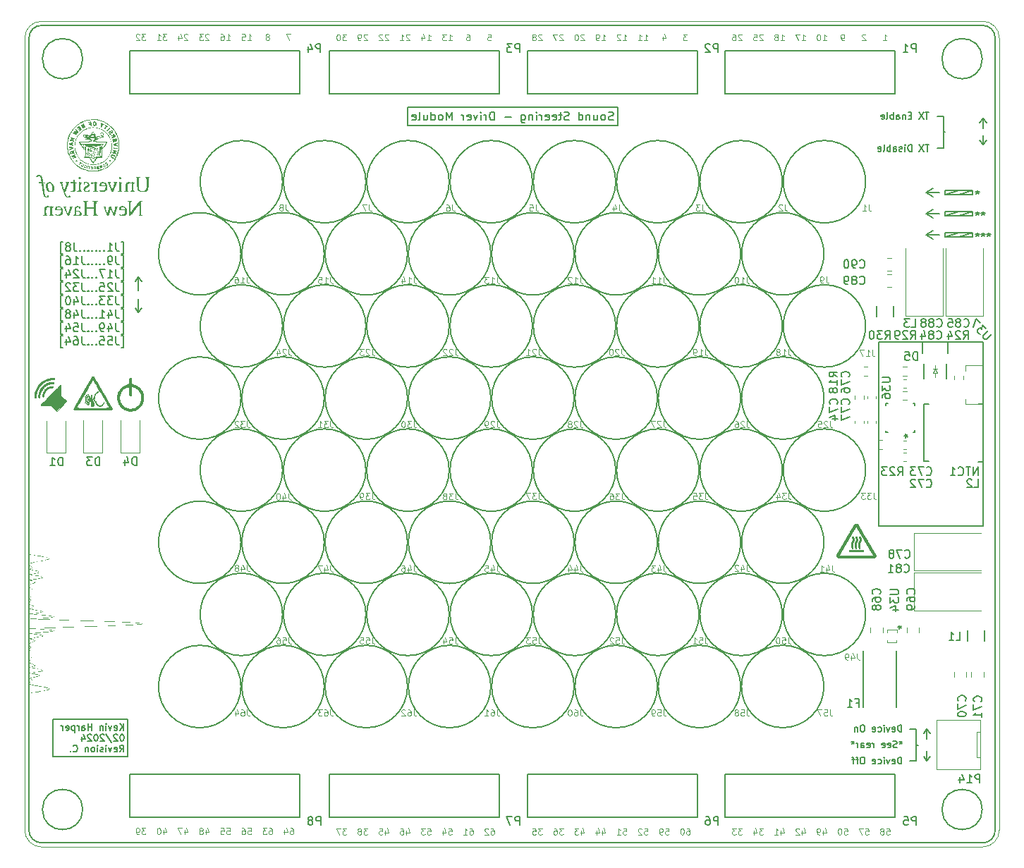
<source format=gbo>
G04 #@! TF.GenerationSoftware,KiCad,Pcbnew,(6.0.11)*
G04 #@! TF.CreationDate,2024-03-31T18:21:24-04:00*
G04 #@! TF.ProjectId,Ultrasonic Sound Steering - Driver Rev. C,556c7472-6173-46f6-9e69-6320536f756e,rev?*
G04 #@! TF.SameCoordinates,Original*
G04 #@! TF.FileFunction,Legend,Bot*
G04 #@! TF.FilePolarity,Positive*
%FSLAX46Y46*%
G04 Gerber Fmt 4.6, Leading zero omitted, Abs format (unit mm)*
G04 Created by KiCad (PCBNEW (6.0.11)) date 2024-03-31 18:21:24*
%MOMM*%
%LPD*%
G01*
G04 APERTURE LIST*
%ADD10C,0.150000*%
G04 #@! TA.AperFunction,Profile*
%ADD11C,0.100000*%
G04 #@! TD*
%ADD12C,0.100000*%
%ADD13C,0.200000*%
%ADD14C,0.127000*%
%ADD15C,0.120000*%
%ADD16C,0.152400*%
%ADD17C,0.080000*%
G04 APERTURE END LIST*
D10*
X310659924Y-144107808D02*
X197778066Y-144100000D01*
X306210000Y-68780000D02*
X309530000Y-68780000D01*
X276450000Y-49000000D02*
X276450000Y-54150000D01*
X209380000Y-76210000D02*
X208980000Y-76710000D01*
X228750000Y-54150000D02*
X208350000Y-54150000D01*
X300200000Y-141000000D02*
X279800000Y-141000000D01*
X202667811Y-140100000D02*
G75*
G03*
X202667811Y-140100000I-2417696J0D01*
G01*
X310659923Y-144107824D02*
G75*
G03*
X312220000Y-142549742I59977J1500024D01*
G01*
X306025000Y-56905000D02*
X306025000Y-60695000D01*
X252650000Y-54150000D02*
X232250000Y-54150000D01*
X310770000Y-60280000D02*
X311170000Y-59780000D01*
X276450000Y-54150000D02*
X256050000Y-54150000D01*
X232250000Y-141000000D02*
X232250000Y-135850000D01*
X232250000Y-49000000D02*
X252650000Y-49000000D01*
X310770000Y-58270000D02*
X310770000Y-57110000D01*
X252650000Y-135850000D02*
X252650000Y-141000000D01*
X276450000Y-141000000D02*
X256050000Y-141000000D01*
X312217824Y-47510077D02*
G75*
G03*
X310659742Y-45950000I-1500024J59977D01*
G01*
X294220628Y-45949999D02*
X310659742Y-45950000D01*
X306210000Y-66240000D02*
X307870000Y-65760000D01*
X279800000Y-54150000D02*
X279800000Y-49000000D01*
X302760000Y-134240000D02*
X302000000Y-134240000D01*
X232250000Y-135850000D02*
X252650000Y-135850000D01*
X307870000Y-66240000D02*
X309530000Y-65760000D01*
X208350000Y-54150000D02*
X208350000Y-49000000D01*
X252650000Y-141000000D02*
X232250000Y-141000000D01*
X310667769Y-140100000D02*
G75*
G03*
X310667769Y-140100000I-2417696J0D01*
G01*
X309530000Y-65760000D02*
X309530000Y-66240000D01*
X228750000Y-49000000D02*
X228750000Y-54150000D01*
X309530000Y-70840000D02*
X309530000Y-71320000D01*
X279800000Y-135850000D02*
X300200000Y-135850000D01*
X303935000Y-71070000D02*
X304723000Y-71578000D01*
X306025000Y-56905000D02*
X305265000Y-56905000D01*
X306210000Y-66240000D02*
X309530000Y-66240000D01*
X306210000Y-65760000D02*
X309530000Y-65760000D01*
X256050000Y-54150000D02*
X256050000Y-49000000D01*
X304030000Y-131625000D02*
X304030000Y-130465000D01*
X256050000Y-135850000D02*
X276450000Y-135850000D01*
X310667786Y-49950000D02*
G75*
G03*
X310667786Y-49950000I-2417696J0D01*
G01*
X266880000Y-55735000D02*
X241670000Y-55735000D01*
X241670000Y-55735000D02*
X241670000Y-58005000D01*
X241670000Y-58005000D02*
X266880000Y-58005000D01*
X266880000Y-58005000D02*
X266880000Y-55735000D01*
X306210000Y-71320000D02*
X307870000Y-70840000D01*
X303935000Y-68530000D02*
X305485000Y-68530000D01*
X303935000Y-65990000D02*
X305485000Y-65990000D01*
X310770000Y-60280000D02*
X310370000Y-59780000D01*
X232250000Y-54150000D02*
X232250000Y-49000000D01*
X209380000Y-80410000D02*
X209780000Y-79910000D01*
X209380000Y-76210000D02*
X209780000Y-76710000D01*
X209380000Y-77810000D02*
X209380000Y-76210000D01*
X304030000Y-130465000D02*
X303630000Y-130965000D01*
X300200000Y-135850000D02*
X300200000Y-141000000D01*
X228750000Y-141000000D02*
X208350000Y-141000000D01*
X307870000Y-71320000D02*
X309530000Y-70840000D01*
X303935000Y-71070000D02*
X304723000Y-70562000D01*
X310770000Y-59120000D02*
X310770000Y-60280000D01*
X202667774Y-49950000D02*
G75*
G03*
X202667774Y-49950000I-2417696J0D01*
G01*
X302760000Y-130450000D02*
X302000000Y-130450000D01*
X197780000Y-45950001D02*
X302219372Y-45949999D01*
X310770000Y-57110000D02*
X311170000Y-57610000D01*
X252650000Y-49000000D02*
X252650000Y-54150000D01*
X208060000Y-133770000D02*
X199100000Y-133770000D01*
X199100000Y-133770000D02*
X199100000Y-129260000D01*
X199100000Y-129260000D02*
X208060000Y-129260000D01*
X208060000Y-129260000D02*
X208060000Y-133770000D01*
X279800000Y-141000000D02*
X279800000Y-135850000D01*
X304030000Y-133095000D02*
X304030000Y-134255000D01*
X197780000Y-45950001D02*
G75*
G03*
X196219924Y-47508067I-60000J-1499999D01*
G01*
X303935000Y-71070000D02*
X305485000Y-71070000D01*
X312217808Y-47510076D02*
X312220000Y-142549742D01*
X306210000Y-71320000D02*
X309530000Y-71320000D01*
X310770000Y-57110000D02*
X310370000Y-57610000D01*
X306210000Y-68780000D02*
X307870000Y-68300000D01*
X306210000Y-70840000D02*
X306210000Y-71320000D01*
X256050000Y-49000000D02*
X276450000Y-49000000D01*
X304030000Y-134255000D02*
X303630000Y-133755000D01*
X306025000Y-60695000D02*
X305265000Y-60695000D01*
X304030000Y-134255000D02*
X304430000Y-133755000D01*
X303935000Y-68530000D02*
X304723000Y-69038000D01*
X306210000Y-65760000D02*
X306210000Y-66240000D01*
X306210000Y-68300000D02*
X306210000Y-68780000D01*
X208350000Y-135850000D02*
X228750000Y-135850000D01*
X303935000Y-65990000D02*
X304723000Y-66498000D01*
X279800000Y-49000000D02*
X300200000Y-49000000D01*
X209380000Y-80410000D02*
X208980000Y-79910000D01*
X304030000Y-130465000D02*
X304430000Y-130965000D01*
X303935000Y-65990000D02*
X304723000Y-65482000D01*
X209380000Y-78810000D02*
X209380000Y-80410000D01*
X302760000Y-130450000D02*
X302760000Y-134240000D01*
X302960000Y-132370000D02*
X302760000Y-132370000D01*
X307870000Y-68780000D02*
X309530000Y-68300000D01*
X306210000Y-70840000D02*
X309530000Y-70840000D01*
X196220886Y-142530106D02*
X196219924Y-47508067D01*
X306225000Y-58765000D02*
X306025000Y-58765000D01*
X196219976Y-142539923D02*
G75*
G03*
X197778066Y-144100000I1500024J-59977D01*
G01*
X228750000Y-135850000D02*
X228750000Y-141000000D01*
X208350000Y-141000000D02*
X208350000Y-135850000D01*
X303935000Y-68530000D02*
X304723000Y-68022000D01*
X300200000Y-49000000D02*
X300200000Y-54150000D01*
X300200000Y-54150000D02*
X279800000Y-54150000D01*
X306210000Y-68300000D02*
X309530000Y-68300000D01*
X208350000Y-49000000D02*
X228750000Y-49000000D01*
X276450000Y-135850000D02*
X276450000Y-141000000D01*
X256050000Y-141000000D02*
X256050000Y-135850000D01*
X309530000Y-68300000D02*
X309530000Y-68780000D01*
D11*
X312719114Y-47450000D02*
X312714900Y-142595786D01*
X312719100Y-47450000D02*
G75*
G03*
X310719114Y-45450000I-2000000J0D01*
G01*
X195723314Y-142595786D02*
G75*
G03*
X197723328Y-144595786I1999986J-14D01*
G01*
X195723328Y-142595786D02*
X195723328Y-47454213D01*
X197723328Y-45454213D02*
X310719114Y-45450000D01*
X310714900Y-144595786D02*
X197723328Y-144595786D01*
X310714900Y-144595800D02*
G75*
G03*
X312714900Y-142595786I0J2000000D01*
G01*
X197723328Y-45454228D02*
G75*
G03*
X195723328Y-47454213I-28J-1999972D01*
G01*
D12*
X267517857Y-47764285D02*
X267946428Y-47764285D01*
X267732142Y-47764285D02*
X267732142Y-47014285D01*
X267803571Y-47121428D01*
X267875000Y-47192857D01*
X267946428Y-47228571D01*
X267232142Y-47085714D02*
X267196428Y-47050000D01*
X267125000Y-47014285D01*
X266946428Y-47014285D01*
X266875000Y-47050000D01*
X266839285Y-47085714D01*
X266803571Y-47157142D01*
X266803571Y-47228571D01*
X266839285Y-47335714D01*
X267267857Y-47764285D01*
X266803571Y-47764285D01*
X212767142Y-46989285D02*
X212302857Y-46989285D01*
X212552857Y-47275000D01*
X212445714Y-47275000D01*
X212374285Y-47310714D01*
X212338571Y-47346428D01*
X212302857Y-47417857D01*
X212302857Y-47596428D01*
X212338571Y-47667857D01*
X212374285Y-47703571D01*
X212445714Y-47739285D01*
X212660000Y-47739285D01*
X212731428Y-47703571D01*
X212767142Y-47667857D01*
X211588571Y-47739285D02*
X212017142Y-47739285D01*
X211802857Y-47739285D02*
X211802857Y-46989285D01*
X211874285Y-47096428D01*
X211945714Y-47167857D01*
X212017142Y-47203571D01*
X281786428Y-47085714D02*
X281750714Y-47050000D01*
X281679285Y-47014285D01*
X281500714Y-47014285D01*
X281429285Y-47050000D01*
X281393571Y-47085714D01*
X281357857Y-47157142D01*
X281357857Y-47228571D01*
X281393571Y-47335714D01*
X281822142Y-47764285D01*
X281357857Y-47764285D01*
X280715000Y-47014285D02*
X280857857Y-47014285D01*
X280929285Y-47050000D01*
X280965000Y-47085714D01*
X281036428Y-47192857D01*
X281072142Y-47335714D01*
X281072142Y-47621428D01*
X281036428Y-47692857D01*
X281000714Y-47728571D01*
X280929285Y-47764285D01*
X280786428Y-47764285D01*
X280715000Y-47728571D01*
X280679285Y-47692857D01*
X280643571Y-47621428D01*
X280643571Y-47442857D01*
X280679285Y-47371428D01*
X280715000Y-47335714D01*
X280786428Y-47300000D01*
X280929285Y-47300000D01*
X281000714Y-47335714D01*
X281036428Y-47371428D01*
X281072142Y-47442857D01*
X284362142Y-142364285D02*
X283897857Y-142364285D01*
X284147857Y-142650000D01*
X284040714Y-142650000D01*
X283969285Y-142685714D01*
X283933571Y-142721428D01*
X283897857Y-142792857D01*
X283897857Y-142971428D01*
X283933571Y-143042857D01*
X283969285Y-143078571D01*
X284040714Y-143114285D01*
X284255000Y-143114285D01*
X284326428Y-143078571D01*
X284362142Y-143042857D01*
X283255000Y-142614285D02*
X283255000Y-143114285D01*
X283433571Y-142328571D02*
X283612142Y-142864285D01*
X283147857Y-142864285D01*
X275245000Y-47014285D02*
X274780714Y-47014285D01*
X275030714Y-47300000D01*
X274923571Y-47300000D01*
X274852142Y-47335714D01*
X274816428Y-47371428D01*
X274780714Y-47442857D01*
X274780714Y-47621428D01*
X274816428Y-47692857D01*
X274852142Y-47728571D01*
X274923571Y-47764285D01*
X275137857Y-47764285D01*
X275209285Y-47728571D01*
X275245000Y-47692857D01*
D10*
X310080000Y-70862380D02*
X310080000Y-71100476D01*
X310318095Y-71005238D02*
X310080000Y-71100476D01*
X309841904Y-71005238D01*
X310222857Y-71290952D02*
X310080000Y-71100476D01*
X309937142Y-71290952D01*
D12*
X212767142Y-46989285D02*
X212302857Y-46989285D01*
X212552857Y-47275000D01*
X212445714Y-47275000D01*
X212374285Y-47310714D01*
X212338571Y-47346428D01*
X212302857Y-47417857D01*
X212302857Y-47596428D01*
X212338571Y-47667857D01*
X212374285Y-47703571D01*
X212445714Y-47739285D01*
X212660000Y-47739285D01*
X212731428Y-47703571D01*
X212767142Y-47667857D01*
X211588571Y-47739285D02*
X212017142Y-47739285D01*
X211802857Y-47739285D02*
X211802857Y-46989285D01*
X211874285Y-47096428D01*
X211945714Y-47167857D01*
X212017142Y-47203571D01*
X288977857Y-47764285D02*
X289406428Y-47764285D01*
X289192142Y-47764285D02*
X289192142Y-47014285D01*
X289263571Y-47121428D01*
X289335000Y-47192857D01*
X289406428Y-47228571D01*
X288727857Y-47014285D02*
X288227857Y-47014285D01*
X288549285Y-47764285D01*
X219958571Y-142339285D02*
X220315714Y-142339285D01*
X220351428Y-142696428D01*
X220315714Y-142660714D01*
X220244285Y-142625000D01*
X220065714Y-142625000D01*
X219994285Y-142660714D01*
X219958571Y-142696428D01*
X219922857Y-142767857D01*
X219922857Y-142946428D01*
X219958571Y-143017857D01*
X219994285Y-143053571D01*
X220065714Y-143089285D01*
X220244285Y-143089285D01*
X220315714Y-143053571D01*
X220351428Y-143017857D01*
X219244285Y-142339285D02*
X219601428Y-142339285D01*
X219637142Y-142696428D01*
X219601428Y-142660714D01*
X219530000Y-142625000D01*
X219351428Y-142625000D01*
X219280000Y-142660714D01*
X219244285Y-142696428D01*
X219208571Y-142767857D01*
X219208571Y-142946428D01*
X219244285Y-143017857D01*
X219280000Y-143053571D01*
X219351428Y-143089285D01*
X219530000Y-143089285D01*
X219601428Y-143053571D01*
X219637142Y-143017857D01*
X227397142Y-102139285D02*
X227397142Y-102675000D01*
X227432857Y-102782142D01*
X227504285Y-102853571D01*
X227611428Y-102889285D01*
X227682857Y-102889285D01*
X226718571Y-102389285D02*
X226718571Y-102889285D01*
X226897142Y-102103571D02*
X227075714Y-102639285D01*
X226611428Y-102639285D01*
X226182857Y-102139285D02*
X226111428Y-102139285D01*
X226040000Y-102175000D01*
X226004285Y-102210714D01*
X225968571Y-102282142D01*
X225932857Y-102425000D01*
X225932857Y-102603571D01*
X225968571Y-102746428D01*
X226004285Y-102817857D01*
X226040000Y-102853571D01*
X226111428Y-102889285D01*
X226182857Y-102889285D01*
X226254285Y-102853571D01*
X226290000Y-102817857D01*
X226325714Y-102746428D01*
X226361428Y-102603571D01*
X226361428Y-102425000D01*
X226325714Y-102282142D01*
X226290000Y-102210714D01*
X226254285Y-102175000D01*
X226182857Y-102139285D01*
X227650000Y-46989285D02*
X227150000Y-46989285D01*
X227471428Y-47739285D01*
X260326428Y-47085714D02*
X260290714Y-47050000D01*
X260219285Y-47014285D01*
X260040714Y-47014285D01*
X259969285Y-47050000D01*
X259933571Y-47085714D01*
X259897857Y-47157142D01*
X259897857Y-47228571D01*
X259933571Y-47335714D01*
X260362142Y-47764285D01*
X259897857Y-47764285D01*
X259647857Y-47014285D02*
X259147857Y-47014285D01*
X259469285Y-47764285D01*
X294093571Y-142364285D02*
X294450714Y-142364285D01*
X294486428Y-142721428D01*
X294450714Y-142685714D01*
X294379285Y-142650000D01*
X294200714Y-142650000D01*
X294129285Y-142685714D01*
X294093571Y-142721428D01*
X294057857Y-142792857D01*
X294057857Y-142971428D01*
X294093571Y-143042857D01*
X294129285Y-143078571D01*
X294200714Y-143114285D01*
X294379285Y-143114285D01*
X294450714Y-143078571D01*
X294486428Y-143042857D01*
X293593571Y-142364285D02*
X293522142Y-142364285D01*
X293450714Y-142400000D01*
X293415000Y-142435714D01*
X293379285Y-142507142D01*
X293343571Y-142650000D01*
X293343571Y-142828571D01*
X293379285Y-142971428D01*
X293415000Y-143042857D01*
X293450714Y-143078571D01*
X293522142Y-143114285D01*
X293593571Y-143114285D01*
X293665000Y-143078571D01*
X293700714Y-143042857D01*
X293736428Y-142971428D01*
X293772142Y-142828571D01*
X293772142Y-142650000D01*
X293736428Y-142507142D01*
X293700714Y-142435714D01*
X293665000Y-142400000D01*
X293593571Y-142364285D01*
D10*
X300877738Y-131871904D02*
X300877738Y-132062380D01*
X301068214Y-131986190D02*
X300877738Y-132062380D01*
X300687261Y-131986190D01*
X300992023Y-132214761D02*
X300877738Y-132062380D01*
X300763452Y-132214761D01*
X300420595Y-132633809D02*
X300306309Y-132671904D01*
X300115833Y-132671904D01*
X300039642Y-132633809D01*
X300001547Y-132595714D01*
X299963452Y-132519523D01*
X299963452Y-132443333D01*
X300001547Y-132367142D01*
X300039642Y-132329047D01*
X300115833Y-132290952D01*
X300268214Y-132252857D01*
X300344404Y-132214761D01*
X300382500Y-132176666D01*
X300420595Y-132100476D01*
X300420595Y-132024285D01*
X300382500Y-131948095D01*
X300344404Y-131910000D01*
X300268214Y-131871904D01*
X300077738Y-131871904D01*
X299963452Y-131910000D01*
X299315833Y-132633809D02*
X299392023Y-132671904D01*
X299544404Y-132671904D01*
X299620595Y-132633809D01*
X299658690Y-132557619D01*
X299658690Y-132252857D01*
X299620595Y-132176666D01*
X299544404Y-132138571D01*
X299392023Y-132138571D01*
X299315833Y-132176666D01*
X299277738Y-132252857D01*
X299277738Y-132329047D01*
X299658690Y-132405238D01*
X298630119Y-132633809D02*
X298706309Y-132671904D01*
X298858690Y-132671904D01*
X298934880Y-132633809D01*
X298972976Y-132557619D01*
X298972976Y-132252857D01*
X298934880Y-132176666D01*
X298858690Y-132138571D01*
X298706309Y-132138571D01*
X298630119Y-132176666D01*
X298592023Y-132252857D01*
X298592023Y-132329047D01*
X298972976Y-132405238D01*
X297639642Y-132671904D02*
X297639642Y-132138571D01*
X297639642Y-132290952D02*
X297601547Y-132214761D01*
X297563452Y-132176666D01*
X297487261Y-132138571D01*
X297411071Y-132138571D01*
X296839642Y-132633809D02*
X296915833Y-132671904D01*
X297068214Y-132671904D01*
X297144404Y-132633809D01*
X297182500Y-132557619D01*
X297182500Y-132252857D01*
X297144404Y-132176666D01*
X297068214Y-132138571D01*
X296915833Y-132138571D01*
X296839642Y-132176666D01*
X296801547Y-132252857D01*
X296801547Y-132329047D01*
X297182500Y-132405238D01*
X296115833Y-132671904D02*
X296115833Y-132252857D01*
X296153928Y-132176666D01*
X296230119Y-132138571D01*
X296382500Y-132138571D01*
X296458690Y-132176666D01*
X296115833Y-132633809D02*
X296192023Y-132671904D01*
X296382500Y-132671904D01*
X296458690Y-132633809D01*
X296496785Y-132557619D01*
X296496785Y-132481428D01*
X296458690Y-132405238D01*
X296382500Y-132367142D01*
X296192023Y-132367142D01*
X296115833Y-132329047D01*
X295734880Y-132671904D02*
X295734880Y-132138571D01*
X295734880Y-132290952D02*
X295696785Y-132214761D01*
X295658690Y-132176666D01*
X295582500Y-132138571D01*
X295506309Y-132138571D01*
X295125357Y-131871904D02*
X295125357Y-132062380D01*
X295315833Y-131986190D02*
X295125357Y-132062380D01*
X294934880Y-131986190D01*
X295239642Y-132214761D02*
X295125357Y-132062380D01*
X295011071Y-132214761D01*
D12*
X260362142Y-142364285D02*
X259897857Y-142364285D01*
X260147857Y-142650000D01*
X260040714Y-142650000D01*
X259969285Y-142685714D01*
X259933571Y-142721428D01*
X259897857Y-142792857D01*
X259897857Y-142971428D01*
X259933571Y-143042857D01*
X259969285Y-143078571D01*
X260040714Y-143114285D01*
X260255000Y-143114285D01*
X260326428Y-143078571D01*
X260362142Y-143042857D01*
X259255000Y-142364285D02*
X259397857Y-142364285D01*
X259469285Y-142400000D01*
X259505000Y-142435714D01*
X259576428Y-142542857D01*
X259612142Y-142685714D01*
X259612142Y-142971428D01*
X259576428Y-143042857D01*
X259540714Y-143078571D01*
X259469285Y-143114285D01*
X259326428Y-143114285D01*
X259255000Y-143078571D01*
X259219285Y-143042857D01*
X259183571Y-142971428D01*
X259183571Y-142792857D01*
X259219285Y-142721428D01*
X259255000Y-142685714D01*
X259326428Y-142650000D01*
X259469285Y-142650000D01*
X259540714Y-142685714D01*
X259576428Y-142721428D01*
X259612142Y-142792857D01*
X241906428Y-47085714D02*
X241870714Y-47050000D01*
X241799285Y-47014285D01*
X241620714Y-47014285D01*
X241549285Y-47050000D01*
X241513571Y-47085714D01*
X241477857Y-47157142D01*
X241477857Y-47228571D01*
X241513571Y-47335714D01*
X241942142Y-47764285D01*
X241477857Y-47764285D01*
X240763571Y-47764285D02*
X241192142Y-47764285D01*
X240977857Y-47764285D02*
X240977857Y-47014285D01*
X241049285Y-47121428D01*
X241120714Y-47192857D01*
X241192142Y-47228571D01*
X291517857Y-47764285D02*
X291946428Y-47764285D01*
X291732142Y-47764285D02*
X291732142Y-47014285D01*
X291803571Y-47121428D01*
X291875000Y-47192857D01*
X291946428Y-47228571D01*
X291053571Y-47014285D02*
X290982142Y-47014285D01*
X290910714Y-47050000D01*
X290875000Y-47085714D01*
X290839285Y-47157142D01*
X290803571Y-47300000D01*
X290803571Y-47478571D01*
X290839285Y-47621428D01*
X290875000Y-47692857D01*
X290910714Y-47728571D01*
X290982142Y-47764285D01*
X291053571Y-47764285D01*
X291125000Y-47728571D01*
X291160714Y-47692857D01*
X291196428Y-47621428D01*
X291232142Y-47478571D01*
X291232142Y-47300000D01*
X291196428Y-47157142D01*
X291160714Y-47085714D01*
X291125000Y-47050000D01*
X291053571Y-47014285D01*
X244053571Y-142364285D02*
X244410714Y-142364285D01*
X244446428Y-142721428D01*
X244410714Y-142685714D01*
X244339285Y-142650000D01*
X244160714Y-142650000D01*
X244089285Y-142685714D01*
X244053571Y-142721428D01*
X244017857Y-142792857D01*
X244017857Y-142971428D01*
X244053571Y-143042857D01*
X244089285Y-143078571D01*
X244160714Y-143114285D01*
X244339285Y-143114285D01*
X244410714Y-143078571D01*
X244446428Y-143042857D01*
X243767857Y-142364285D02*
X243303571Y-142364285D01*
X243553571Y-142650000D01*
X243446428Y-142650000D01*
X243375000Y-142685714D01*
X243339285Y-142721428D01*
X243303571Y-142792857D01*
X243303571Y-142971428D01*
X243339285Y-143042857D01*
X243375000Y-143078571D01*
X243446428Y-143114285D01*
X243660714Y-143114285D01*
X243732142Y-143078571D01*
X243767857Y-143042857D01*
X222367142Y-76139285D02*
X222367142Y-76675000D01*
X222402857Y-76782142D01*
X222474285Y-76853571D01*
X222581428Y-76889285D01*
X222652857Y-76889285D01*
X221617142Y-76889285D02*
X222045714Y-76889285D01*
X221831428Y-76889285D02*
X221831428Y-76139285D01*
X221902857Y-76246428D01*
X221974285Y-76317857D01*
X222045714Y-76353571D01*
X220974285Y-76139285D02*
X221117142Y-76139285D01*
X221188571Y-76175000D01*
X221224285Y-76210714D01*
X221295714Y-76317857D01*
X221331428Y-76460714D01*
X221331428Y-76746428D01*
X221295714Y-76817857D01*
X221260000Y-76853571D01*
X221188571Y-76889285D01*
X221045714Y-76889285D01*
X220974285Y-76853571D01*
X220938571Y-76817857D01*
X220902857Y-76746428D01*
X220902857Y-76567857D01*
X220938571Y-76496428D01*
X220974285Y-76460714D01*
X221045714Y-76425000D01*
X221188571Y-76425000D01*
X221260000Y-76460714D01*
X221295714Y-76496428D01*
X221331428Y-76567857D01*
X225074285Y-142339285D02*
X225217142Y-142339285D01*
X225288571Y-142375000D01*
X225324285Y-142410714D01*
X225395714Y-142517857D01*
X225431428Y-142660714D01*
X225431428Y-142946428D01*
X225395714Y-143017857D01*
X225360000Y-143053571D01*
X225288571Y-143089285D01*
X225145714Y-143089285D01*
X225074285Y-143053571D01*
X225038571Y-143017857D01*
X225002857Y-142946428D01*
X225002857Y-142767857D01*
X225038571Y-142696428D01*
X225074285Y-142660714D01*
X225145714Y-142625000D01*
X225288571Y-142625000D01*
X225360000Y-142660714D01*
X225395714Y-142696428D01*
X225431428Y-142767857D01*
X224752857Y-142339285D02*
X224288571Y-142339285D01*
X224538571Y-142625000D01*
X224431428Y-142625000D01*
X224360000Y-142660714D01*
X224324285Y-142696428D01*
X224288571Y-142767857D01*
X224288571Y-142946428D01*
X224324285Y-143017857D01*
X224360000Y-143053571D01*
X224431428Y-143089285D01*
X224645714Y-143089285D01*
X224717142Y-143053571D01*
X224752857Y-143017857D01*
X249169285Y-142364285D02*
X249312142Y-142364285D01*
X249383571Y-142400000D01*
X249419285Y-142435714D01*
X249490714Y-142542857D01*
X249526428Y-142685714D01*
X249526428Y-142971428D01*
X249490714Y-143042857D01*
X249455000Y-143078571D01*
X249383571Y-143114285D01*
X249240714Y-143114285D01*
X249169285Y-143078571D01*
X249133571Y-143042857D01*
X249097857Y-142971428D01*
X249097857Y-142792857D01*
X249133571Y-142721428D01*
X249169285Y-142685714D01*
X249240714Y-142650000D01*
X249383571Y-142650000D01*
X249455000Y-142685714D01*
X249490714Y-142721428D01*
X249526428Y-142792857D01*
X248383571Y-143114285D02*
X248812142Y-143114285D01*
X248597857Y-143114285D02*
X248597857Y-142364285D01*
X248669285Y-142471428D01*
X248740714Y-142542857D01*
X248812142Y-142578571D01*
X244017857Y-47764285D02*
X244446428Y-47764285D01*
X244232142Y-47764285D02*
X244232142Y-47014285D01*
X244303571Y-47121428D01*
X244375000Y-47192857D01*
X244446428Y-47228571D01*
X243375000Y-47264285D02*
X243375000Y-47764285D01*
X243553571Y-46978571D02*
X243732142Y-47514285D01*
X243267857Y-47514285D01*
X217454285Y-142589285D02*
X217454285Y-143089285D01*
X217632857Y-142303571D02*
X217811428Y-142839285D01*
X217347142Y-142839285D01*
X216954285Y-142660714D02*
X217025714Y-142625000D01*
X217061428Y-142589285D01*
X217097142Y-142517857D01*
X217097142Y-142482142D01*
X217061428Y-142410714D01*
X217025714Y-142375000D01*
X216954285Y-142339285D01*
X216811428Y-142339285D01*
X216740000Y-142375000D01*
X216704285Y-142410714D01*
X216668571Y-142482142D01*
X216668571Y-142517857D01*
X216704285Y-142589285D01*
X216740000Y-142625000D01*
X216811428Y-142660714D01*
X216954285Y-142660714D01*
X217025714Y-142696428D01*
X217061428Y-142732142D01*
X217097142Y-142803571D01*
X217097142Y-142946428D01*
X217061428Y-143017857D01*
X217025714Y-143053571D01*
X216954285Y-143089285D01*
X216811428Y-143089285D01*
X216740000Y-143053571D01*
X216704285Y-143017857D01*
X216668571Y-142946428D01*
X216668571Y-142803571D01*
X216704285Y-142732142D01*
X216740000Y-142696428D01*
X216811428Y-142660714D01*
X275245000Y-47014285D02*
X274780714Y-47014285D01*
X275030714Y-47300000D01*
X274923571Y-47300000D01*
X274852142Y-47335714D01*
X274816428Y-47371428D01*
X274780714Y-47442857D01*
X274780714Y-47621428D01*
X274816428Y-47692857D01*
X274852142Y-47728571D01*
X274923571Y-47764285D01*
X275137857Y-47764285D01*
X275209285Y-47728571D01*
X275245000Y-47692857D01*
X236862142Y-142364285D02*
X236397857Y-142364285D01*
X236647857Y-142650000D01*
X236540714Y-142650000D01*
X236469285Y-142685714D01*
X236433571Y-142721428D01*
X236397857Y-142792857D01*
X236397857Y-142971428D01*
X236433571Y-143042857D01*
X236469285Y-143078571D01*
X236540714Y-143114285D01*
X236755000Y-143114285D01*
X236826428Y-143078571D01*
X236862142Y-143042857D01*
X235969285Y-142685714D02*
X236040714Y-142650000D01*
X236076428Y-142614285D01*
X236112142Y-142542857D01*
X236112142Y-142507142D01*
X236076428Y-142435714D01*
X236040714Y-142400000D01*
X235969285Y-142364285D01*
X235826428Y-142364285D01*
X235755000Y-142400000D01*
X235719285Y-142435714D01*
X235683571Y-142507142D01*
X235683571Y-142542857D01*
X235719285Y-142614285D01*
X235755000Y-142650000D01*
X235826428Y-142685714D01*
X235969285Y-142685714D01*
X236040714Y-142721428D01*
X236076428Y-142757142D01*
X236112142Y-142828571D01*
X236112142Y-142971428D01*
X236076428Y-143042857D01*
X236040714Y-143078571D01*
X235969285Y-143114285D01*
X235826428Y-143114285D01*
X235755000Y-143078571D01*
X235719285Y-143042857D01*
X235683571Y-142971428D01*
X235683571Y-142828571D01*
X235719285Y-142757142D01*
X235755000Y-142721428D01*
X235826428Y-142685714D01*
X272312142Y-47264285D02*
X272312142Y-47764285D01*
X272490714Y-46978571D02*
X272669285Y-47514285D01*
X272205000Y-47514285D01*
X257786428Y-47085714D02*
X257750714Y-47050000D01*
X257679285Y-47014285D01*
X257500714Y-47014285D01*
X257429285Y-47050000D01*
X257393571Y-47085714D01*
X257357857Y-47157142D01*
X257357857Y-47228571D01*
X257393571Y-47335714D01*
X257822142Y-47764285D01*
X257357857Y-47764285D01*
X256929285Y-47335714D02*
X257000714Y-47300000D01*
X257036428Y-47264285D01*
X257072142Y-47192857D01*
X257072142Y-47157142D01*
X257036428Y-47085714D01*
X257000714Y-47050000D01*
X256929285Y-47014285D01*
X256786428Y-47014285D01*
X256715000Y-47050000D01*
X256679285Y-47085714D01*
X256643571Y-47157142D01*
X256643571Y-47192857D01*
X256679285Y-47264285D01*
X256715000Y-47300000D01*
X256786428Y-47335714D01*
X256929285Y-47335714D01*
X257000714Y-47371428D01*
X257036428Y-47407142D01*
X257072142Y-47478571D01*
X257072142Y-47621428D01*
X257036428Y-47692857D01*
X257000714Y-47728571D01*
X256929285Y-47764285D01*
X256786428Y-47764285D01*
X256715000Y-47728571D01*
X256679285Y-47692857D01*
X256643571Y-47621428D01*
X256643571Y-47478571D01*
X256679285Y-47407142D01*
X256715000Y-47371428D01*
X256786428Y-47335714D01*
X298780714Y-47764285D02*
X299209285Y-47764285D01*
X298995000Y-47764285D02*
X298995000Y-47014285D01*
X299066428Y-47121428D01*
X299137857Y-47192857D01*
X299209285Y-47228571D01*
X215271428Y-47060714D02*
X215235714Y-47025000D01*
X215164285Y-46989285D01*
X214985714Y-46989285D01*
X214914285Y-47025000D01*
X214878571Y-47060714D01*
X214842857Y-47132142D01*
X214842857Y-47203571D01*
X214878571Y-47310714D01*
X215307142Y-47739285D01*
X214842857Y-47739285D01*
X214200000Y-47239285D02*
X214200000Y-47739285D01*
X214378571Y-46953571D02*
X214557142Y-47489285D01*
X214092857Y-47489285D01*
X262866428Y-47085714D02*
X262830714Y-47050000D01*
X262759285Y-47014285D01*
X262580714Y-47014285D01*
X262509285Y-47050000D01*
X262473571Y-47085714D01*
X262437857Y-47157142D01*
X262437857Y-47228571D01*
X262473571Y-47335714D01*
X262902142Y-47764285D01*
X262437857Y-47764285D01*
X261973571Y-47014285D02*
X261902142Y-47014285D01*
X261830714Y-47050000D01*
X261795000Y-47085714D01*
X261759285Y-47157142D01*
X261723571Y-47300000D01*
X261723571Y-47478571D01*
X261759285Y-47621428D01*
X261795000Y-47692857D01*
X261830714Y-47728571D01*
X261902142Y-47764285D01*
X261973571Y-47764285D01*
X262045000Y-47728571D01*
X262080714Y-47692857D01*
X262116428Y-47621428D01*
X262152142Y-47478571D01*
X262152142Y-47300000D01*
X262116428Y-47157142D01*
X262080714Y-47085714D01*
X262045000Y-47050000D01*
X261973571Y-47014285D01*
X275209285Y-142364285D02*
X275352142Y-142364285D01*
X275423571Y-142400000D01*
X275459285Y-142435714D01*
X275530714Y-142542857D01*
X275566428Y-142685714D01*
X275566428Y-142971428D01*
X275530714Y-143042857D01*
X275495000Y-143078571D01*
X275423571Y-143114285D01*
X275280714Y-143114285D01*
X275209285Y-143078571D01*
X275173571Y-143042857D01*
X275137857Y-142971428D01*
X275137857Y-142792857D01*
X275173571Y-142721428D01*
X275209285Y-142685714D01*
X275280714Y-142650000D01*
X275423571Y-142650000D01*
X275495000Y-142685714D01*
X275530714Y-142721428D01*
X275566428Y-142792857D01*
X274673571Y-142364285D02*
X274602142Y-142364285D01*
X274530714Y-142400000D01*
X274495000Y-142435714D01*
X274459285Y-142507142D01*
X274423571Y-142650000D01*
X274423571Y-142828571D01*
X274459285Y-142971428D01*
X274495000Y-143042857D01*
X274530714Y-143078571D01*
X274602142Y-143114285D01*
X274673571Y-143114285D01*
X274745000Y-143078571D01*
X274780714Y-143042857D01*
X274816428Y-142971428D01*
X274852142Y-142828571D01*
X274852142Y-142650000D01*
X274816428Y-142507142D01*
X274780714Y-142435714D01*
X274745000Y-142400000D01*
X274673571Y-142364285D01*
X270093571Y-142364285D02*
X270450714Y-142364285D01*
X270486428Y-142721428D01*
X270450714Y-142685714D01*
X270379285Y-142650000D01*
X270200714Y-142650000D01*
X270129285Y-142685714D01*
X270093571Y-142721428D01*
X270057857Y-142792857D01*
X270057857Y-142971428D01*
X270093571Y-143042857D01*
X270129285Y-143078571D01*
X270200714Y-143114285D01*
X270379285Y-143114285D01*
X270450714Y-143078571D01*
X270486428Y-143042857D01*
X269772142Y-142435714D02*
X269736428Y-142400000D01*
X269665000Y-142364285D01*
X269486428Y-142364285D01*
X269415000Y-142400000D01*
X269379285Y-142435714D01*
X269343571Y-142507142D01*
X269343571Y-142578571D01*
X269379285Y-142685714D01*
X269807857Y-143114285D01*
X269343571Y-143114285D01*
X244017857Y-47764285D02*
X244446428Y-47764285D01*
X244232142Y-47764285D02*
X244232142Y-47014285D01*
X244303571Y-47121428D01*
X244375000Y-47192857D01*
X244446428Y-47228571D01*
X243375000Y-47264285D02*
X243375000Y-47764285D01*
X243553571Y-46978571D02*
X243732142Y-47514285D01*
X243267857Y-47514285D01*
X288977857Y-47764285D02*
X289406428Y-47764285D01*
X289192142Y-47764285D02*
X289192142Y-47014285D01*
X289263571Y-47121428D01*
X289335000Y-47192857D01*
X289406428Y-47228571D01*
X288727857Y-47014285D02*
X288227857Y-47014285D01*
X288549285Y-47764285D01*
X284326428Y-47085714D02*
X284290714Y-47050000D01*
X284219285Y-47014285D01*
X284040714Y-47014285D01*
X283969285Y-47050000D01*
X283933571Y-47085714D01*
X283897857Y-47157142D01*
X283897857Y-47228571D01*
X283933571Y-47335714D01*
X284362142Y-47764285D01*
X283897857Y-47764285D01*
X283219285Y-47014285D02*
X283576428Y-47014285D01*
X283612142Y-47371428D01*
X283576428Y-47335714D01*
X283505000Y-47300000D01*
X283326428Y-47300000D01*
X283255000Y-47335714D01*
X283219285Y-47371428D01*
X283183571Y-47442857D01*
X283183571Y-47621428D01*
X283219285Y-47692857D01*
X283255000Y-47728571D01*
X283326428Y-47764285D01*
X283505000Y-47764285D01*
X283576428Y-47728571D01*
X283612142Y-47692857D01*
X248812142Y-47014285D02*
X248955000Y-47014285D01*
X249026428Y-47050000D01*
X249062142Y-47085714D01*
X249133571Y-47192857D01*
X249169285Y-47335714D01*
X249169285Y-47621428D01*
X249133571Y-47692857D01*
X249097857Y-47728571D01*
X249026428Y-47764285D01*
X248883571Y-47764285D01*
X248812142Y-47728571D01*
X248776428Y-47692857D01*
X248740714Y-47621428D01*
X248740714Y-47442857D01*
X248776428Y-47371428D01*
X248812142Y-47335714D01*
X248883571Y-47300000D01*
X249026428Y-47300000D01*
X249097857Y-47335714D01*
X249133571Y-47371428D01*
X249169285Y-47442857D01*
X236862142Y-142364285D02*
X236397857Y-142364285D01*
X236647857Y-142650000D01*
X236540714Y-142650000D01*
X236469285Y-142685714D01*
X236433571Y-142721428D01*
X236397857Y-142792857D01*
X236397857Y-142971428D01*
X236433571Y-143042857D01*
X236469285Y-143078571D01*
X236540714Y-143114285D01*
X236755000Y-143114285D01*
X236826428Y-143078571D01*
X236862142Y-143042857D01*
X235969285Y-142685714D02*
X236040714Y-142650000D01*
X236076428Y-142614285D01*
X236112142Y-142542857D01*
X236112142Y-142507142D01*
X236076428Y-142435714D01*
X236040714Y-142400000D01*
X235969285Y-142364285D01*
X235826428Y-142364285D01*
X235755000Y-142400000D01*
X235719285Y-142435714D01*
X235683571Y-142507142D01*
X235683571Y-142542857D01*
X235719285Y-142614285D01*
X235755000Y-142650000D01*
X235826428Y-142685714D01*
X235969285Y-142685714D01*
X236040714Y-142721428D01*
X236076428Y-142757142D01*
X236112142Y-142828571D01*
X236112142Y-142971428D01*
X236076428Y-143042857D01*
X236040714Y-143078571D01*
X235969285Y-143114285D01*
X235826428Y-143114285D01*
X235755000Y-143078571D01*
X235719285Y-143042857D01*
X235683571Y-142971428D01*
X235683571Y-142828571D01*
X235719285Y-142757142D01*
X235755000Y-142721428D01*
X235826428Y-142685714D01*
X222462857Y-47739285D02*
X222891428Y-47739285D01*
X222677142Y-47739285D02*
X222677142Y-46989285D01*
X222748571Y-47096428D01*
X222820000Y-47167857D01*
X222891428Y-47203571D01*
X221784285Y-46989285D02*
X222141428Y-46989285D01*
X222177142Y-47346428D01*
X222141428Y-47310714D01*
X222070000Y-47275000D01*
X221891428Y-47275000D01*
X221820000Y-47310714D01*
X221784285Y-47346428D01*
X221748571Y-47417857D01*
X221748571Y-47596428D01*
X221784285Y-47667857D01*
X221820000Y-47703571D01*
X221891428Y-47739285D01*
X222070000Y-47739285D01*
X222141428Y-47703571D01*
X222177142Y-47667857D01*
X246593571Y-142364285D02*
X246950714Y-142364285D01*
X246986428Y-142721428D01*
X246950714Y-142685714D01*
X246879285Y-142650000D01*
X246700714Y-142650000D01*
X246629285Y-142685714D01*
X246593571Y-142721428D01*
X246557857Y-142792857D01*
X246557857Y-142971428D01*
X246593571Y-143042857D01*
X246629285Y-143078571D01*
X246700714Y-143114285D01*
X246879285Y-143114285D01*
X246950714Y-143078571D01*
X246986428Y-143042857D01*
X245915000Y-142614285D02*
X245915000Y-143114285D01*
X246093571Y-142328571D02*
X246272142Y-142864285D01*
X245807857Y-142864285D01*
X217454285Y-142589285D02*
X217454285Y-143089285D01*
X217632857Y-142303571D02*
X217811428Y-142839285D01*
X217347142Y-142839285D01*
X216954285Y-142660714D02*
X217025714Y-142625000D01*
X217061428Y-142589285D01*
X217097142Y-142517857D01*
X217097142Y-142482142D01*
X217061428Y-142410714D01*
X217025714Y-142375000D01*
X216954285Y-142339285D01*
X216811428Y-142339285D01*
X216740000Y-142375000D01*
X216704285Y-142410714D01*
X216668571Y-142482142D01*
X216668571Y-142517857D01*
X216704285Y-142589285D01*
X216740000Y-142625000D01*
X216811428Y-142660714D01*
X216954285Y-142660714D01*
X217025714Y-142696428D01*
X217061428Y-142732142D01*
X217097142Y-142803571D01*
X217097142Y-142946428D01*
X217061428Y-143017857D01*
X217025714Y-143053571D01*
X216954285Y-143089285D01*
X216811428Y-143089285D01*
X216740000Y-143053571D01*
X216704285Y-143017857D01*
X216668571Y-142946428D01*
X216668571Y-142803571D01*
X216704285Y-142732142D01*
X216740000Y-142696428D01*
X216811428Y-142660714D01*
X265049285Y-142614285D02*
X265049285Y-143114285D01*
X265227857Y-142328571D02*
X265406428Y-142864285D01*
X264942142Y-142864285D01*
X264335000Y-142614285D02*
X264335000Y-143114285D01*
X264513571Y-142328571D02*
X264692142Y-142864285D01*
X264227857Y-142864285D01*
X227650000Y-46989285D02*
X227150000Y-46989285D01*
X227471428Y-47739285D01*
X294057857Y-47764285D02*
X293915000Y-47764285D01*
X293843571Y-47728571D01*
X293807857Y-47692857D01*
X293736428Y-47585714D01*
X293700714Y-47442857D01*
X293700714Y-47157142D01*
X293736428Y-47085714D01*
X293772142Y-47050000D01*
X293843571Y-47014285D01*
X293986428Y-47014285D01*
X294057857Y-47050000D01*
X294093571Y-47085714D01*
X294129285Y-47157142D01*
X294129285Y-47335714D01*
X294093571Y-47407142D01*
X294057857Y-47442857D01*
X293986428Y-47478571D01*
X293843571Y-47478571D01*
X293772142Y-47442857D01*
X293736428Y-47407142D01*
X293700714Y-47335714D01*
D10*
X311440000Y-70862380D02*
X311440000Y-71100476D01*
X311678095Y-71005238D02*
X311440000Y-71100476D01*
X311201904Y-71005238D01*
X311582857Y-71290952D02*
X311440000Y-71100476D01*
X311297142Y-71290952D01*
D12*
X212374285Y-142589285D02*
X212374285Y-143089285D01*
X212552857Y-142303571D02*
X212731428Y-142839285D01*
X212267142Y-142839285D01*
X211838571Y-142339285D02*
X211767142Y-142339285D01*
X211695714Y-142375000D01*
X211660000Y-142410714D01*
X211624285Y-142482142D01*
X211588571Y-142625000D01*
X211588571Y-142803571D01*
X211624285Y-142946428D01*
X211660000Y-143017857D01*
X211695714Y-143053571D01*
X211767142Y-143089285D01*
X211838571Y-143089285D01*
X211910000Y-143053571D01*
X211945714Y-143017857D01*
X211981428Y-142946428D01*
X212017142Y-142803571D01*
X212017142Y-142625000D01*
X211981428Y-142482142D01*
X211945714Y-142410714D01*
X211910000Y-142375000D01*
X211838571Y-142339285D01*
X270057857Y-47764285D02*
X270486428Y-47764285D01*
X270272142Y-47764285D02*
X270272142Y-47014285D01*
X270343571Y-47121428D01*
X270415000Y-47192857D01*
X270486428Y-47228571D01*
X269343571Y-47764285D02*
X269772142Y-47764285D01*
X269557857Y-47764285D02*
X269557857Y-47014285D01*
X269629285Y-47121428D01*
X269700714Y-47192857D01*
X269772142Y-47228571D01*
X296669285Y-47085714D02*
X296633571Y-47050000D01*
X296562142Y-47014285D01*
X296383571Y-47014285D01*
X296312142Y-47050000D01*
X296276428Y-47085714D01*
X296240714Y-47157142D01*
X296240714Y-47228571D01*
X296276428Y-47335714D01*
X296705000Y-47764285D01*
X296240714Y-47764285D01*
D10*
X300982023Y-130751904D02*
X300982023Y-129951904D01*
X300791547Y-129951904D01*
X300677261Y-129990000D01*
X300601071Y-130066190D01*
X300562976Y-130142380D01*
X300524880Y-130294761D01*
X300524880Y-130409047D01*
X300562976Y-130561428D01*
X300601071Y-130637619D01*
X300677261Y-130713809D01*
X300791547Y-130751904D01*
X300982023Y-130751904D01*
X299877261Y-130713809D02*
X299953452Y-130751904D01*
X300105833Y-130751904D01*
X300182023Y-130713809D01*
X300220119Y-130637619D01*
X300220119Y-130332857D01*
X300182023Y-130256666D01*
X300105833Y-130218571D01*
X299953452Y-130218571D01*
X299877261Y-130256666D01*
X299839166Y-130332857D01*
X299839166Y-130409047D01*
X300220119Y-130485238D01*
X299572500Y-130218571D02*
X299382023Y-130751904D01*
X299191547Y-130218571D01*
X298886785Y-130751904D02*
X298886785Y-130218571D01*
X298886785Y-129951904D02*
X298924880Y-129990000D01*
X298886785Y-130028095D01*
X298848690Y-129990000D01*
X298886785Y-129951904D01*
X298886785Y-130028095D01*
X298162976Y-130713809D02*
X298239166Y-130751904D01*
X298391547Y-130751904D01*
X298467738Y-130713809D01*
X298505833Y-130675714D01*
X298543928Y-130599523D01*
X298543928Y-130370952D01*
X298505833Y-130294761D01*
X298467738Y-130256666D01*
X298391547Y-130218571D01*
X298239166Y-130218571D01*
X298162976Y-130256666D01*
X297515357Y-130713809D02*
X297591547Y-130751904D01*
X297743928Y-130751904D01*
X297820119Y-130713809D01*
X297858214Y-130637619D01*
X297858214Y-130332857D01*
X297820119Y-130256666D01*
X297743928Y-130218571D01*
X297591547Y-130218571D01*
X297515357Y-130256666D01*
X297477261Y-130332857D01*
X297477261Y-130409047D01*
X297858214Y-130485238D01*
X296372500Y-129951904D02*
X296220119Y-129951904D01*
X296143928Y-129990000D01*
X296067738Y-130066190D01*
X296029642Y-130218571D01*
X296029642Y-130485238D01*
X296067738Y-130637619D01*
X296143928Y-130713809D01*
X296220119Y-130751904D01*
X296372500Y-130751904D01*
X296448690Y-130713809D01*
X296524880Y-130637619D01*
X296562976Y-130485238D01*
X296562976Y-130218571D01*
X296524880Y-130066190D01*
X296448690Y-129990000D01*
X296372500Y-129951904D01*
X295686785Y-130218571D02*
X295686785Y-130751904D01*
X295686785Y-130294761D02*
X295648690Y-130256666D01*
X295572500Y-130218571D01*
X295458214Y-130218571D01*
X295382023Y-130256666D01*
X295343928Y-130332857D01*
X295343928Y-130751904D01*
D12*
X286509285Y-142614285D02*
X286509285Y-143114285D01*
X286687857Y-142328571D02*
X286866428Y-142864285D01*
X286402142Y-142864285D01*
X285723571Y-143114285D02*
X286152142Y-143114285D01*
X285937857Y-143114285D02*
X285937857Y-142364285D01*
X286009285Y-142471428D01*
X286080714Y-142542857D01*
X286152142Y-142578571D01*
X222498571Y-142339285D02*
X222855714Y-142339285D01*
X222891428Y-142696428D01*
X222855714Y-142660714D01*
X222784285Y-142625000D01*
X222605714Y-142625000D01*
X222534285Y-142660714D01*
X222498571Y-142696428D01*
X222462857Y-142767857D01*
X222462857Y-142946428D01*
X222498571Y-143017857D01*
X222534285Y-143053571D01*
X222605714Y-143089285D01*
X222784285Y-143089285D01*
X222855714Y-143053571D01*
X222891428Y-143017857D01*
X221820000Y-142339285D02*
X221962857Y-142339285D01*
X222034285Y-142375000D01*
X222070000Y-142410714D01*
X222141428Y-142517857D01*
X222177142Y-142660714D01*
X222177142Y-142946428D01*
X222141428Y-143017857D01*
X222105714Y-143053571D01*
X222034285Y-143089285D01*
X221891428Y-143089285D01*
X221820000Y-143053571D01*
X221784285Y-143017857D01*
X221748571Y-142946428D01*
X221748571Y-142767857D01*
X221784285Y-142696428D01*
X221820000Y-142660714D01*
X221891428Y-142625000D01*
X222034285Y-142625000D01*
X222105714Y-142660714D01*
X222141428Y-142696428D01*
X222177142Y-142767857D01*
X234322142Y-142364285D02*
X233857857Y-142364285D01*
X234107857Y-142650000D01*
X234000714Y-142650000D01*
X233929285Y-142685714D01*
X233893571Y-142721428D01*
X233857857Y-142792857D01*
X233857857Y-142971428D01*
X233893571Y-143042857D01*
X233929285Y-143078571D01*
X234000714Y-143114285D01*
X234215000Y-143114285D01*
X234286428Y-143078571D01*
X234322142Y-143042857D01*
X233607857Y-142364285D02*
X233107857Y-142364285D01*
X233429285Y-143114285D01*
X296633571Y-142364285D02*
X296990714Y-142364285D01*
X297026428Y-142721428D01*
X296990714Y-142685714D01*
X296919285Y-142650000D01*
X296740714Y-142650000D01*
X296669285Y-142685714D01*
X296633571Y-142721428D01*
X296597857Y-142792857D01*
X296597857Y-142971428D01*
X296633571Y-143042857D01*
X296669285Y-143078571D01*
X296740714Y-143114285D01*
X296919285Y-143114285D01*
X296990714Y-143078571D01*
X297026428Y-143042857D01*
X296347857Y-142364285D02*
X295847857Y-142364285D01*
X296169285Y-143114285D01*
X281786428Y-47085714D02*
X281750714Y-47050000D01*
X281679285Y-47014285D01*
X281500714Y-47014285D01*
X281429285Y-47050000D01*
X281393571Y-47085714D01*
X281357857Y-47157142D01*
X281357857Y-47228571D01*
X281393571Y-47335714D01*
X281822142Y-47764285D01*
X281357857Y-47764285D01*
X280715000Y-47014285D02*
X280857857Y-47014285D01*
X280929285Y-47050000D01*
X280965000Y-47085714D01*
X281036428Y-47192857D01*
X281072142Y-47335714D01*
X281072142Y-47621428D01*
X281036428Y-47692857D01*
X281000714Y-47728571D01*
X280929285Y-47764285D01*
X280786428Y-47764285D01*
X280715000Y-47728571D01*
X280679285Y-47692857D01*
X280643571Y-47621428D01*
X280643571Y-47442857D01*
X280679285Y-47371428D01*
X280715000Y-47335714D01*
X280786428Y-47300000D01*
X280929285Y-47300000D01*
X281000714Y-47335714D01*
X281036428Y-47371428D01*
X281072142Y-47442857D01*
X234322142Y-142364285D02*
X233857857Y-142364285D01*
X234107857Y-142650000D01*
X234000714Y-142650000D01*
X233929285Y-142685714D01*
X233893571Y-142721428D01*
X233857857Y-142792857D01*
X233857857Y-142971428D01*
X233893571Y-143042857D01*
X233929285Y-143078571D01*
X234000714Y-143114285D01*
X234215000Y-143114285D01*
X234286428Y-143078571D01*
X234322142Y-143042857D01*
X233607857Y-142364285D02*
X233107857Y-142364285D01*
X233429285Y-143114285D01*
X265049285Y-142614285D02*
X265049285Y-143114285D01*
X265227857Y-142328571D02*
X265406428Y-142864285D01*
X264942142Y-142864285D01*
X264335000Y-142614285D02*
X264335000Y-143114285D01*
X264513571Y-142328571D02*
X264692142Y-142864285D01*
X264227857Y-142864285D01*
X214914285Y-142589285D02*
X214914285Y-143089285D01*
X215092857Y-142303571D02*
X215271428Y-142839285D01*
X214807142Y-142839285D01*
X214592857Y-142339285D02*
X214092857Y-142339285D01*
X214414285Y-143089285D01*
D10*
X300982023Y-134601904D02*
X300982023Y-133801904D01*
X300791547Y-133801904D01*
X300677261Y-133840000D01*
X300601071Y-133916190D01*
X300562976Y-133992380D01*
X300524880Y-134144761D01*
X300524880Y-134259047D01*
X300562976Y-134411428D01*
X300601071Y-134487619D01*
X300677261Y-134563809D01*
X300791547Y-134601904D01*
X300982023Y-134601904D01*
X299877261Y-134563809D02*
X299953452Y-134601904D01*
X300105833Y-134601904D01*
X300182023Y-134563809D01*
X300220119Y-134487619D01*
X300220119Y-134182857D01*
X300182023Y-134106666D01*
X300105833Y-134068571D01*
X299953452Y-134068571D01*
X299877261Y-134106666D01*
X299839166Y-134182857D01*
X299839166Y-134259047D01*
X300220119Y-134335238D01*
X299572500Y-134068571D02*
X299382023Y-134601904D01*
X299191547Y-134068571D01*
X298886785Y-134601904D02*
X298886785Y-134068571D01*
X298886785Y-133801904D02*
X298924880Y-133840000D01*
X298886785Y-133878095D01*
X298848690Y-133840000D01*
X298886785Y-133801904D01*
X298886785Y-133878095D01*
X298162976Y-134563809D02*
X298239166Y-134601904D01*
X298391547Y-134601904D01*
X298467738Y-134563809D01*
X298505833Y-134525714D01*
X298543928Y-134449523D01*
X298543928Y-134220952D01*
X298505833Y-134144761D01*
X298467738Y-134106666D01*
X298391547Y-134068571D01*
X298239166Y-134068571D01*
X298162976Y-134106666D01*
X297515357Y-134563809D02*
X297591547Y-134601904D01*
X297743928Y-134601904D01*
X297820119Y-134563809D01*
X297858214Y-134487619D01*
X297858214Y-134182857D01*
X297820119Y-134106666D01*
X297743928Y-134068571D01*
X297591547Y-134068571D01*
X297515357Y-134106666D01*
X297477261Y-134182857D01*
X297477261Y-134259047D01*
X297858214Y-134335238D01*
X296372500Y-133801904D02*
X296220119Y-133801904D01*
X296143928Y-133840000D01*
X296067738Y-133916190D01*
X296029642Y-134068571D01*
X296029642Y-134335238D01*
X296067738Y-134487619D01*
X296143928Y-134563809D01*
X296220119Y-134601904D01*
X296372500Y-134601904D01*
X296448690Y-134563809D01*
X296524880Y-134487619D01*
X296562976Y-134335238D01*
X296562976Y-134068571D01*
X296524880Y-133916190D01*
X296448690Y-133840000D01*
X296372500Y-133801904D01*
X295801071Y-134068571D02*
X295496309Y-134068571D01*
X295686785Y-134601904D02*
X295686785Y-133916190D01*
X295648690Y-133840000D01*
X295572500Y-133801904D01*
X295496309Y-133801904D01*
X295343928Y-134068571D02*
X295039166Y-134068571D01*
X295229642Y-134601904D02*
X295229642Y-133916190D01*
X295191547Y-133840000D01*
X295115357Y-133801904D01*
X295039166Y-133801904D01*
D12*
X227614285Y-142339285D02*
X227757142Y-142339285D01*
X227828571Y-142375000D01*
X227864285Y-142410714D01*
X227935714Y-142517857D01*
X227971428Y-142660714D01*
X227971428Y-142946428D01*
X227935714Y-143017857D01*
X227900000Y-143053571D01*
X227828571Y-143089285D01*
X227685714Y-143089285D01*
X227614285Y-143053571D01*
X227578571Y-143017857D01*
X227542857Y-142946428D01*
X227542857Y-142767857D01*
X227578571Y-142696428D01*
X227614285Y-142660714D01*
X227685714Y-142625000D01*
X227828571Y-142625000D01*
X227900000Y-142660714D01*
X227935714Y-142696428D01*
X227971428Y-142767857D01*
X226900000Y-142589285D02*
X226900000Y-143089285D01*
X227078571Y-142303571D02*
X227257142Y-142839285D01*
X226792857Y-142839285D01*
X272633571Y-142364285D02*
X272990714Y-142364285D01*
X273026428Y-142721428D01*
X272990714Y-142685714D01*
X272919285Y-142650000D01*
X272740714Y-142650000D01*
X272669285Y-142685714D01*
X272633571Y-142721428D01*
X272597857Y-142792857D01*
X272597857Y-142971428D01*
X272633571Y-143042857D01*
X272669285Y-143078571D01*
X272740714Y-143114285D01*
X272919285Y-143114285D01*
X272990714Y-143078571D01*
X273026428Y-143042857D01*
X272240714Y-143114285D02*
X272097857Y-143114285D01*
X272026428Y-143078571D01*
X271990714Y-143042857D01*
X271919285Y-142935714D01*
X271883571Y-142792857D01*
X271883571Y-142507142D01*
X271919285Y-142435714D01*
X271955000Y-142400000D01*
X272026428Y-142364285D01*
X272169285Y-142364285D01*
X272240714Y-142400000D01*
X272276428Y-142435714D01*
X272312142Y-142507142D01*
X272312142Y-142685714D01*
X272276428Y-142757142D01*
X272240714Y-142792857D01*
X272169285Y-142828571D01*
X272026428Y-142828571D01*
X271955000Y-142792857D01*
X271919285Y-142757142D01*
X271883571Y-142685714D01*
X224931428Y-47310714D02*
X225002857Y-47275000D01*
X225038571Y-47239285D01*
X225074285Y-47167857D01*
X225074285Y-47132142D01*
X225038571Y-47060714D01*
X225002857Y-47025000D01*
X224931428Y-46989285D01*
X224788571Y-46989285D01*
X224717142Y-47025000D01*
X224681428Y-47060714D01*
X224645714Y-47132142D01*
X224645714Y-47167857D01*
X224681428Y-47239285D01*
X224717142Y-47275000D01*
X224788571Y-47310714D01*
X224931428Y-47310714D01*
X225002857Y-47346428D01*
X225038571Y-47382142D01*
X225074285Y-47453571D01*
X225074285Y-47596428D01*
X225038571Y-47667857D01*
X225002857Y-47703571D01*
X224931428Y-47739285D01*
X224788571Y-47739285D01*
X224717142Y-47703571D01*
X224681428Y-47667857D01*
X224645714Y-47596428D01*
X224645714Y-47453571D01*
X224681428Y-47382142D01*
X224717142Y-47346428D01*
X224788571Y-47310714D01*
X272312142Y-47264285D02*
X272312142Y-47764285D01*
X272490714Y-46978571D02*
X272669285Y-47514285D01*
X272205000Y-47514285D01*
D10*
X310760000Y-70862380D02*
X310760000Y-71100476D01*
X310998095Y-71005238D02*
X310760000Y-71100476D01*
X310521904Y-71005238D01*
X310902857Y-71290952D02*
X310760000Y-71100476D01*
X310617142Y-71290952D01*
D12*
X262509285Y-142614285D02*
X262509285Y-143114285D01*
X262687857Y-142328571D02*
X262866428Y-142864285D01*
X262402142Y-142864285D01*
X262187857Y-142364285D02*
X261723571Y-142364285D01*
X261973571Y-142650000D01*
X261866428Y-142650000D01*
X261795000Y-142685714D01*
X261759285Y-142721428D01*
X261723571Y-142792857D01*
X261723571Y-142971428D01*
X261759285Y-143042857D01*
X261795000Y-143078571D01*
X261866428Y-143114285D01*
X262080714Y-143114285D01*
X262152142Y-143078571D01*
X262187857Y-143042857D01*
X275209285Y-142364285D02*
X275352142Y-142364285D01*
X275423571Y-142400000D01*
X275459285Y-142435714D01*
X275530714Y-142542857D01*
X275566428Y-142685714D01*
X275566428Y-142971428D01*
X275530714Y-143042857D01*
X275495000Y-143078571D01*
X275423571Y-143114285D01*
X275280714Y-143114285D01*
X275209285Y-143078571D01*
X275173571Y-143042857D01*
X275137857Y-142971428D01*
X275137857Y-142792857D01*
X275173571Y-142721428D01*
X275209285Y-142685714D01*
X275280714Y-142650000D01*
X275423571Y-142650000D01*
X275495000Y-142685714D01*
X275530714Y-142721428D01*
X275566428Y-142792857D01*
X274673571Y-142364285D02*
X274602142Y-142364285D01*
X274530714Y-142400000D01*
X274495000Y-142435714D01*
X274459285Y-142507142D01*
X274423571Y-142650000D01*
X274423571Y-142828571D01*
X274459285Y-142971428D01*
X274495000Y-143042857D01*
X274530714Y-143078571D01*
X274602142Y-143114285D01*
X274673571Y-143114285D01*
X274745000Y-143078571D01*
X274780714Y-143042857D01*
X274816428Y-142971428D01*
X274852142Y-142828571D01*
X274852142Y-142650000D01*
X274816428Y-142507142D01*
X274780714Y-142435714D01*
X274745000Y-142400000D01*
X274673571Y-142364285D01*
X246557857Y-47764285D02*
X246986428Y-47764285D01*
X246772142Y-47764285D02*
X246772142Y-47014285D01*
X246843571Y-47121428D01*
X246915000Y-47192857D01*
X246986428Y-47228571D01*
X246307857Y-47014285D02*
X245843571Y-47014285D01*
X246093571Y-47300000D01*
X245986428Y-47300000D01*
X245915000Y-47335714D01*
X245879285Y-47371428D01*
X245843571Y-47442857D01*
X245843571Y-47621428D01*
X245879285Y-47692857D01*
X245915000Y-47728571D01*
X245986428Y-47764285D01*
X246200714Y-47764285D01*
X246272142Y-47728571D01*
X246307857Y-47692857D01*
D10*
X310080000Y-68322380D02*
X310080000Y-68560476D01*
X310318095Y-68465238D02*
X310080000Y-68560476D01*
X309841904Y-68465238D01*
X310222857Y-68750952D02*
X310080000Y-68560476D01*
X309937142Y-68750952D01*
D12*
X289049285Y-142614285D02*
X289049285Y-143114285D01*
X289227857Y-142328571D02*
X289406428Y-142864285D01*
X288942142Y-142864285D01*
X288692142Y-142435714D02*
X288656428Y-142400000D01*
X288585000Y-142364285D01*
X288406428Y-142364285D01*
X288335000Y-142400000D01*
X288299285Y-142435714D01*
X288263571Y-142507142D01*
X288263571Y-142578571D01*
X288299285Y-142685714D01*
X288727857Y-143114285D01*
X288263571Y-143114285D01*
X212374285Y-142589285D02*
X212374285Y-143089285D01*
X212552857Y-142303571D02*
X212731428Y-142839285D01*
X212267142Y-142839285D01*
X211838571Y-142339285D02*
X211767142Y-142339285D01*
X211695714Y-142375000D01*
X211660000Y-142410714D01*
X211624285Y-142482142D01*
X211588571Y-142625000D01*
X211588571Y-142803571D01*
X211624285Y-142946428D01*
X211660000Y-143017857D01*
X211695714Y-143053571D01*
X211767142Y-143089285D01*
X211838571Y-143089285D01*
X211910000Y-143053571D01*
X211945714Y-143017857D01*
X211981428Y-142946428D01*
X212017142Y-142803571D01*
X212017142Y-142625000D01*
X211981428Y-142482142D01*
X211945714Y-142410714D01*
X211910000Y-142375000D01*
X211838571Y-142339285D01*
X262509285Y-142614285D02*
X262509285Y-143114285D01*
X262687857Y-142328571D02*
X262866428Y-142864285D01*
X262402142Y-142864285D01*
X262187857Y-142364285D02*
X261723571Y-142364285D01*
X261973571Y-142650000D01*
X261866428Y-142650000D01*
X261795000Y-142685714D01*
X261759285Y-142721428D01*
X261723571Y-142792857D01*
X261723571Y-142971428D01*
X261759285Y-143042857D01*
X261795000Y-143078571D01*
X261866428Y-143114285D01*
X262080714Y-143114285D01*
X262152142Y-143078571D01*
X262187857Y-143042857D01*
X222462857Y-47739285D02*
X222891428Y-47739285D01*
X222677142Y-47739285D02*
X222677142Y-46989285D01*
X222748571Y-47096428D01*
X222820000Y-47167857D01*
X222891428Y-47203571D01*
X221784285Y-46989285D02*
X222141428Y-46989285D01*
X222177142Y-47346428D01*
X222141428Y-47310714D01*
X222070000Y-47275000D01*
X221891428Y-47275000D01*
X221820000Y-47310714D01*
X221784285Y-47346428D01*
X221748571Y-47417857D01*
X221748571Y-47596428D01*
X221784285Y-47667857D01*
X221820000Y-47703571D01*
X221891428Y-47739285D01*
X222070000Y-47739285D01*
X222141428Y-47703571D01*
X222177142Y-47667857D01*
X270057857Y-47764285D02*
X270486428Y-47764285D01*
X270272142Y-47764285D02*
X270272142Y-47014285D01*
X270343571Y-47121428D01*
X270415000Y-47192857D01*
X270486428Y-47228571D01*
X269343571Y-47764285D02*
X269772142Y-47764285D01*
X269557857Y-47764285D02*
X269557857Y-47014285D01*
X269629285Y-47121428D01*
X269700714Y-47192857D01*
X269772142Y-47228571D01*
X267553571Y-142364285D02*
X267910714Y-142364285D01*
X267946428Y-142721428D01*
X267910714Y-142685714D01*
X267839285Y-142650000D01*
X267660714Y-142650000D01*
X267589285Y-142685714D01*
X267553571Y-142721428D01*
X267517857Y-142792857D01*
X267517857Y-142971428D01*
X267553571Y-143042857D01*
X267589285Y-143078571D01*
X267660714Y-143114285D01*
X267839285Y-143114285D01*
X267910714Y-143078571D01*
X267946428Y-143042857D01*
X266803571Y-143114285D02*
X267232142Y-143114285D01*
X267017857Y-143114285D02*
X267017857Y-142364285D01*
X267089285Y-142471428D01*
X267160714Y-142542857D01*
X267232142Y-142578571D01*
X264977857Y-47764285D02*
X265406428Y-47764285D01*
X265192142Y-47764285D02*
X265192142Y-47014285D01*
X265263571Y-47121428D01*
X265335000Y-47192857D01*
X265406428Y-47228571D01*
X264620714Y-47764285D02*
X264477857Y-47764285D01*
X264406428Y-47728571D01*
X264370714Y-47692857D01*
X264299285Y-47585714D01*
X264263571Y-47442857D01*
X264263571Y-47157142D01*
X264299285Y-47085714D01*
X264335000Y-47050000D01*
X264406428Y-47014285D01*
X264549285Y-47014285D01*
X264620714Y-47050000D01*
X264656428Y-47085714D01*
X264692142Y-47157142D01*
X264692142Y-47335714D01*
X264656428Y-47407142D01*
X264620714Y-47442857D01*
X264549285Y-47478571D01*
X264406428Y-47478571D01*
X264335000Y-47442857D01*
X264299285Y-47407142D01*
X264263571Y-47335714D01*
X296669285Y-47085714D02*
X296633571Y-47050000D01*
X296562142Y-47014285D01*
X296383571Y-47014285D01*
X296312142Y-47050000D01*
X296276428Y-47085714D01*
X296240714Y-47157142D01*
X296240714Y-47228571D01*
X296276428Y-47335714D01*
X296705000Y-47764285D01*
X296240714Y-47764285D01*
X262866428Y-47085714D02*
X262830714Y-47050000D01*
X262759285Y-47014285D01*
X262580714Y-47014285D01*
X262509285Y-47050000D01*
X262473571Y-47085714D01*
X262437857Y-47157142D01*
X262437857Y-47228571D01*
X262473571Y-47335714D01*
X262902142Y-47764285D01*
X262437857Y-47764285D01*
X261973571Y-47014285D02*
X261902142Y-47014285D01*
X261830714Y-47050000D01*
X261795000Y-47085714D01*
X261759285Y-47157142D01*
X261723571Y-47300000D01*
X261723571Y-47478571D01*
X261759285Y-47621428D01*
X261795000Y-47692857D01*
X261830714Y-47728571D01*
X261902142Y-47764285D01*
X261973571Y-47764285D01*
X262045000Y-47728571D01*
X262080714Y-47692857D01*
X262116428Y-47621428D01*
X262152142Y-47478571D01*
X262152142Y-47300000D01*
X262116428Y-47157142D01*
X262080714Y-47085714D01*
X262045000Y-47050000D01*
X261973571Y-47014285D01*
X272633571Y-142364285D02*
X272990714Y-142364285D01*
X273026428Y-142721428D01*
X272990714Y-142685714D01*
X272919285Y-142650000D01*
X272740714Y-142650000D01*
X272669285Y-142685714D01*
X272633571Y-142721428D01*
X272597857Y-142792857D01*
X272597857Y-142971428D01*
X272633571Y-143042857D01*
X272669285Y-143078571D01*
X272740714Y-143114285D01*
X272919285Y-143114285D01*
X272990714Y-143078571D01*
X273026428Y-143042857D01*
X272240714Y-143114285D02*
X272097857Y-143114285D01*
X272026428Y-143078571D01*
X271990714Y-143042857D01*
X271919285Y-142935714D01*
X271883571Y-142792857D01*
X271883571Y-142507142D01*
X271919285Y-142435714D01*
X271955000Y-142400000D01*
X272026428Y-142364285D01*
X272169285Y-142364285D01*
X272240714Y-142400000D01*
X272276428Y-142435714D01*
X272312142Y-142507142D01*
X272312142Y-142685714D01*
X272276428Y-142757142D01*
X272240714Y-142792857D01*
X272169285Y-142828571D01*
X272026428Y-142828571D01*
X271955000Y-142792857D01*
X271919285Y-142757142D01*
X271883571Y-142685714D01*
X299173571Y-142364285D02*
X299530714Y-142364285D01*
X299566428Y-142721428D01*
X299530714Y-142685714D01*
X299459285Y-142650000D01*
X299280714Y-142650000D01*
X299209285Y-142685714D01*
X299173571Y-142721428D01*
X299137857Y-142792857D01*
X299137857Y-142971428D01*
X299173571Y-143042857D01*
X299209285Y-143078571D01*
X299280714Y-143114285D01*
X299459285Y-143114285D01*
X299530714Y-143078571D01*
X299566428Y-143042857D01*
X298709285Y-142685714D02*
X298780714Y-142650000D01*
X298816428Y-142614285D01*
X298852142Y-142542857D01*
X298852142Y-142507142D01*
X298816428Y-142435714D01*
X298780714Y-142400000D01*
X298709285Y-142364285D01*
X298566428Y-142364285D01*
X298495000Y-142400000D01*
X298459285Y-142435714D01*
X298423571Y-142507142D01*
X298423571Y-142542857D01*
X298459285Y-142614285D01*
X298495000Y-142650000D01*
X298566428Y-142685714D01*
X298709285Y-142685714D01*
X298780714Y-142721428D01*
X298816428Y-142757142D01*
X298852142Y-142828571D01*
X298852142Y-142971428D01*
X298816428Y-143042857D01*
X298780714Y-143078571D01*
X298709285Y-143114285D01*
X298566428Y-143114285D01*
X298495000Y-143078571D01*
X298459285Y-143042857D01*
X298423571Y-142971428D01*
X298423571Y-142828571D01*
X298459285Y-142757142D01*
X298495000Y-142721428D01*
X298566428Y-142685714D01*
X246593571Y-142364285D02*
X246950714Y-142364285D01*
X246986428Y-142721428D01*
X246950714Y-142685714D01*
X246879285Y-142650000D01*
X246700714Y-142650000D01*
X246629285Y-142685714D01*
X246593571Y-142721428D01*
X246557857Y-142792857D01*
X246557857Y-142971428D01*
X246593571Y-143042857D01*
X246629285Y-143078571D01*
X246700714Y-143114285D01*
X246879285Y-143114285D01*
X246950714Y-143078571D01*
X246986428Y-143042857D01*
X245915000Y-142614285D02*
X245915000Y-143114285D01*
X246093571Y-142328571D02*
X246272142Y-142864285D01*
X245807857Y-142864285D01*
X289049285Y-142614285D02*
X289049285Y-143114285D01*
X289227857Y-142328571D02*
X289406428Y-142864285D01*
X288942142Y-142864285D01*
X288692142Y-142435714D02*
X288656428Y-142400000D01*
X288585000Y-142364285D01*
X288406428Y-142364285D01*
X288335000Y-142400000D01*
X288299285Y-142435714D01*
X288263571Y-142507142D01*
X288263571Y-142578571D01*
X288299285Y-142685714D01*
X288727857Y-143114285D01*
X288263571Y-143114285D01*
X286509285Y-142614285D02*
X286509285Y-143114285D01*
X286687857Y-142328571D02*
X286866428Y-142864285D01*
X286402142Y-142864285D01*
X285723571Y-143114285D02*
X286152142Y-143114285D01*
X285937857Y-143114285D02*
X285937857Y-142364285D01*
X286009285Y-142471428D01*
X286080714Y-142542857D01*
X286152142Y-142578571D01*
X291589285Y-142614285D02*
X291589285Y-143114285D01*
X291767857Y-142328571D02*
X291946428Y-142864285D01*
X291482142Y-142864285D01*
X291160714Y-143114285D02*
X291017857Y-143114285D01*
X290946428Y-143078571D01*
X290910714Y-143042857D01*
X290839285Y-142935714D01*
X290803571Y-142792857D01*
X290803571Y-142507142D01*
X290839285Y-142435714D01*
X290875000Y-142400000D01*
X290946428Y-142364285D01*
X291089285Y-142364285D01*
X291160714Y-142400000D01*
X291196428Y-142435714D01*
X291232142Y-142507142D01*
X291232142Y-142685714D01*
X291196428Y-142757142D01*
X291160714Y-142792857D01*
X291089285Y-142828571D01*
X290946428Y-142828571D01*
X290875000Y-142792857D01*
X290839285Y-142757142D01*
X290803571Y-142685714D01*
X248812142Y-47014285D02*
X248955000Y-47014285D01*
X249026428Y-47050000D01*
X249062142Y-47085714D01*
X249133571Y-47192857D01*
X249169285Y-47335714D01*
X249169285Y-47621428D01*
X249133571Y-47692857D01*
X249097857Y-47728571D01*
X249026428Y-47764285D01*
X248883571Y-47764285D01*
X248812142Y-47728571D01*
X248776428Y-47692857D01*
X248740714Y-47621428D01*
X248740714Y-47442857D01*
X248776428Y-47371428D01*
X248812142Y-47335714D01*
X248883571Y-47300000D01*
X249026428Y-47300000D01*
X249097857Y-47335714D01*
X249133571Y-47371428D01*
X249169285Y-47442857D01*
X291589285Y-142614285D02*
X291589285Y-143114285D01*
X291767857Y-142328571D02*
X291946428Y-142864285D01*
X291482142Y-142864285D01*
X291160714Y-143114285D02*
X291017857Y-143114285D01*
X290946428Y-143078571D01*
X290910714Y-143042857D01*
X290839285Y-142935714D01*
X290803571Y-142792857D01*
X290803571Y-142507142D01*
X290839285Y-142435714D01*
X290875000Y-142400000D01*
X290946428Y-142364285D01*
X291089285Y-142364285D01*
X291160714Y-142400000D01*
X291196428Y-142435714D01*
X291232142Y-142507142D01*
X291232142Y-142685714D01*
X291196428Y-142757142D01*
X291160714Y-142792857D01*
X291089285Y-142828571D01*
X290946428Y-142828571D01*
X290875000Y-142792857D01*
X290839285Y-142757142D01*
X290803571Y-142685714D01*
X210227142Y-46989285D02*
X209762857Y-46989285D01*
X210012857Y-47275000D01*
X209905714Y-47275000D01*
X209834285Y-47310714D01*
X209798571Y-47346428D01*
X209762857Y-47417857D01*
X209762857Y-47596428D01*
X209798571Y-47667857D01*
X209834285Y-47703571D01*
X209905714Y-47739285D01*
X210120000Y-47739285D01*
X210191428Y-47703571D01*
X210227142Y-47667857D01*
X209477142Y-47060714D02*
X209441428Y-47025000D01*
X209370000Y-46989285D01*
X209191428Y-46989285D01*
X209120000Y-47025000D01*
X209084285Y-47060714D01*
X209048571Y-47132142D01*
X209048571Y-47203571D01*
X209084285Y-47310714D01*
X209512857Y-47739285D01*
X209048571Y-47739285D01*
X257786428Y-47085714D02*
X257750714Y-47050000D01*
X257679285Y-47014285D01*
X257500714Y-47014285D01*
X257429285Y-47050000D01*
X257393571Y-47085714D01*
X257357857Y-47157142D01*
X257357857Y-47228571D01*
X257393571Y-47335714D01*
X257822142Y-47764285D01*
X257357857Y-47764285D01*
X256929285Y-47335714D02*
X257000714Y-47300000D01*
X257036428Y-47264285D01*
X257072142Y-47192857D01*
X257072142Y-47157142D01*
X257036428Y-47085714D01*
X257000714Y-47050000D01*
X256929285Y-47014285D01*
X256786428Y-47014285D01*
X256715000Y-47050000D01*
X256679285Y-47085714D01*
X256643571Y-47157142D01*
X256643571Y-47192857D01*
X256679285Y-47264285D01*
X256715000Y-47300000D01*
X256786428Y-47335714D01*
X256929285Y-47335714D01*
X257000714Y-47371428D01*
X257036428Y-47407142D01*
X257072142Y-47478571D01*
X257072142Y-47621428D01*
X257036428Y-47692857D01*
X257000714Y-47728571D01*
X256929285Y-47764285D01*
X256786428Y-47764285D01*
X256715000Y-47728571D01*
X256679285Y-47692857D01*
X256643571Y-47621428D01*
X256643571Y-47478571D01*
X256679285Y-47407142D01*
X256715000Y-47371428D01*
X256786428Y-47335714D01*
X239009285Y-142614285D02*
X239009285Y-143114285D01*
X239187857Y-142328571D02*
X239366428Y-142864285D01*
X238902142Y-142864285D01*
X238259285Y-142364285D02*
X238616428Y-142364285D01*
X238652142Y-142721428D01*
X238616428Y-142685714D01*
X238545000Y-142650000D01*
X238366428Y-142650000D01*
X238295000Y-142685714D01*
X238259285Y-142721428D01*
X238223571Y-142792857D01*
X238223571Y-142971428D01*
X238259285Y-143042857D01*
X238295000Y-143078571D01*
X238366428Y-143114285D01*
X238545000Y-143114285D01*
X238616428Y-143078571D01*
X238652142Y-143042857D01*
X284362142Y-142364285D02*
X283897857Y-142364285D01*
X284147857Y-142650000D01*
X284040714Y-142650000D01*
X283969285Y-142685714D01*
X283933571Y-142721428D01*
X283897857Y-142792857D01*
X283897857Y-142971428D01*
X283933571Y-143042857D01*
X283969285Y-143078571D01*
X284040714Y-143114285D01*
X284255000Y-143114285D01*
X284326428Y-143078571D01*
X284362142Y-143042857D01*
X283255000Y-142614285D02*
X283255000Y-143114285D01*
X283433571Y-142328571D02*
X283612142Y-142864285D01*
X283147857Y-142864285D01*
D10*
X207328690Y-73390714D02*
X207566785Y-73390714D01*
X207566785Y-71962142D01*
X207328690Y-71962142D01*
X206662023Y-72057380D02*
X206662023Y-72771666D01*
X206709642Y-72914523D01*
X206804880Y-73009761D01*
X206947738Y-73057380D01*
X207042976Y-73057380D01*
X205662023Y-73057380D02*
X206233452Y-73057380D01*
X205947738Y-73057380D02*
X205947738Y-72057380D01*
X206042976Y-72200238D01*
X206138214Y-72295476D01*
X206233452Y-72343095D01*
X205233452Y-72962142D02*
X205185833Y-73009761D01*
X205233452Y-73057380D01*
X205281071Y-73009761D01*
X205233452Y-72962142D01*
X205233452Y-73057380D01*
X204757261Y-72962142D02*
X204709642Y-73009761D01*
X204757261Y-73057380D01*
X204804880Y-73009761D01*
X204757261Y-72962142D01*
X204757261Y-73057380D01*
X204281071Y-72962142D02*
X204233452Y-73009761D01*
X204281071Y-73057380D01*
X204328690Y-73009761D01*
X204281071Y-72962142D01*
X204281071Y-73057380D01*
X203804880Y-72962142D02*
X203757261Y-73009761D01*
X203804880Y-73057380D01*
X203852500Y-73009761D01*
X203804880Y-72962142D01*
X203804880Y-73057380D01*
X203328690Y-72962142D02*
X203281071Y-73009761D01*
X203328690Y-73057380D01*
X203376309Y-73009761D01*
X203328690Y-72962142D01*
X203328690Y-73057380D01*
X202852500Y-72962142D02*
X202804880Y-73009761D01*
X202852500Y-73057380D01*
X202900119Y-73009761D01*
X202852500Y-72962142D01*
X202852500Y-73057380D01*
X202376309Y-72962142D02*
X202328690Y-73009761D01*
X202376309Y-73057380D01*
X202423928Y-73009761D01*
X202376309Y-72962142D01*
X202376309Y-73057380D01*
X201614404Y-72057380D02*
X201614404Y-72771666D01*
X201662023Y-72914523D01*
X201757261Y-73009761D01*
X201900119Y-73057380D01*
X201995357Y-73057380D01*
X200995357Y-72485952D02*
X201090595Y-72438333D01*
X201138214Y-72390714D01*
X201185833Y-72295476D01*
X201185833Y-72247857D01*
X201138214Y-72152619D01*
X201090595Y-72105000D01*
X200995357Y-72057380D01*
X200804880Y-72057380D01*
X200709642Y-72105000D01*
X200662023Y-72152619D01*
X200614404Y-72247857D01*
X200614404Y-72295476D01*
X200662023Y-72390714D01*
X200709642Y-72438333D01*
X200804880Y-72485952D01*
X200995357Y-72485952D01*
X201090595Y-72533571D01*
X201138214Y-72581190D01*
X201185833Y-72676428D01*
X201185833Y-72866904D01*
X201138214Y-72962142D01*
X201090595Y-73009761D01*
X200995357Y-73057380D01*
X200804880Y-73057380D01*
X200709642Y-73009761D01*
X200662023Y-72962142D01*
X200614404Y-72866904D01*
X200614404Y-72676428D01*
X200662023Y-72581190D01*
X200709642Y-72533571D01*
X200804880Y-72485952D01*
X200281071Y-73390714D02*
X200042976Y-73390714D01*
X200042976Y-71962142D01*
X200281071Y-71962142D01*
X207328690Y-75000714D02*
X207566785Y-75000714D01*
X207566785Y-73572142D01*
X207328690Y-73572142D01*
X206662023Y-73667380D02*
X206662023Y-74381666D01*
X206709642Y-74524523D01*
X206804880Y-74619761D01*
X206947738Y-74667380D01*
X207042976Y-74667380D01*
X206138214Y-74667380D02*
X205947738Y-74667380D01*
X205852500Y-74619761D01*
X205804880Y-74572142D01*
X205709642Y-74429285D01*
X205662023Y-74238809D01*
X205662023Y-73857857D01*
X205709642Y-73762619D01*
X205757261Y-73715000D01*
X205852500Y-73667380D01*
X206042976Y-73667380D01*
X206138214Y-73715000D01*
X206185833Y-73762619D01*
X206233452Y-73857857D01*
X206233452Y-74095952D01*
X206185833Y-74191190D01*
X206138214Y-74238809D01*
X206042976Y-74286428D01*
X205852500Y-74286428D01*
X205757261Y-74238809D01*
X205709642Y-74191190D01*
X205662023Y-74095952D01*
X205233452Y-74572142D02*
X205185833Y-74619761D01*
X205233452Y-74667380D01*
X205281071Y-74619761D01*
X205233452Y-74572142D01*
X205233452Y-74667380D01*
X204757261Y-74572142D02*
X204709642Y-74619761D01*
X204757261Y-74667380D01*
X204804880Y-74619761D01*
X204757261Y-74572142D01*
X204757261Y-74667380D01*
X204281071Y-74572142D02*
X204233452Y-74619761D01*
X204281071Y-74667380D01*
X204328690Y-74619761D01*
X204281071Y-74572142D01*
X204281071Y-74667380D01*
X203804880Y-74572142D02*
X203757261Y-74619761D01*
X203804880Y-74667380D01*
X203852500Y-74619761D01*
X203804880Y-74572142D01*
X203804880Y-74667380D01*
X203328690Y-74572142D02*
X203281071Y-74619761D01*
X203328690Y-74667380D01*
X203376309Y-74619761D01*
X203328690Y-74572142D01*
X203328690Y-74667380D01*
X202566785Y-73667380D02*
X202566785Y-74381666D01*
X202614404Y-74524523D01*
X202709642Y-74619761D01*
X202852500Y-74667380D01*
X202947738Y-74667380D01*
X201566785Y-74667380D02*
X202138214Y-74667380D01*
X201852500Y-74667380D02*
X201852500Y-73667380D01*
X201947738Y-73810238D01*
X202042976Y-73905476D01*
X202138214Y-73953095D01*
X200709642Y-73667380D02*
X200900119Y-73667380D01*
X200995357Y-73715000D01*
X201042976Y-73762619D01*
X201138214Y-73905476D01*
X201185833Y-74095952D01*
X201185833Y-74476904D01*
X201138214Y-74572142D01*
X201090595Y-74619761D01*
X200995357Y-74667380D01*
X200804880Y-74667380D01*
X200709642Y-74619761D01*
X200662023Y-74572142D01*
X200614404Y-74476904D01*
X200614404Y-74238809D01*
X200662023Y-74143571D01*
X200709642Y-74095952D01*
X200804880Y-74048333D01*
X200995357Y-74048333D01*
X201090595Y-74095952D01*
X201138214Y-74143571D01*
X201185833Y-74238809D01*
X200281071Y-75000714D02*
X200042976Y-75000714D01*
X200042976Y-73572142D01*
X200281071Y-73572142D01*
X207328690Y-76610714D02*
X207566785Y-76610714D01*
X207566785Y-75182142D01*
X207328690Y-75182142D01*
X206662023Y-75277380D02*
X206662023Y-75991666D01*
X206709642Y-76134523D01*
X206804880Y-76229761D01*
X206947738Y-76277380D01*
X207042976Y-76277380D01*
X205662023Y-76277380D02*
X206233452Y-76277380D01*
X205947738Y-76277380D02*
X205947738Y-75277380D01*
X206042976Y-75420238D01*
X206138214Y-75515476D01*
X206233452Y-75563095D01*
X205328690Y-75277380D02*
X204662023Y-75277380D01*
X205090595Y-76277380D01*
X204281071Y-76182142D02*
X204233452Y-76229761D01*
X204281071Y-76277380D01*
X204328690Y-76229761D01*
X204281071Y-76182142D01*
X204281071Y-76277380D01*
X203804880Y-76182142D02*
X203757261Y-76229761D01*
X203804880Y-76277380D01*
X203852500Y-76229761D01*
X203804880Y-76182142D01*
X203804880Y-76277380D01*
X203328690Y-76182142D02*
X203281071Y-76229761D01*
X203328690Y-76277380D01*
X203376309Y-76229761D01*
X203328690Y-76182142D01*
X203328690Y-76277380D01*
X202566785Y-75277380D02*
X202566785Y-75991666D01*
X202614404Y-76134523D01*
X202709642Y-76229761D01*
X202852500Y-76277380D01*
X202947738Y-76277380D01*
X202138214Y-75372619D02*
X202090595Y-75325000D01*
X201995357Y-75277380D01*
X201757261Y-75277380D01*
X201662023Y-75325000D01*
X201614404Y-75372619D01*
X201566785Y-75467857D01*
X201566785Y-75563095D01*
X201614404Y-75705952D01*
X202185833Y-76277380D01*
X201566785Y-76277380D01*
X200709642Y-75610714D02*
X200709642Y-76277380D01*
X200947738Y-75229761D02*
X201185833Y-75944047D01*
X200566785Y-75944047D01*
X200281071Y-76610714D02*
X200042976Y-76610714D01*
X200042976Y-75182142D01*
X200281071Y-75182142D01*
X207328690Y-78220714D02*
X207566785Y-78220714D01*
X207566785Y-76792142D01*
X207328690Y-76792142D01*
X206662023Y-76887380D02*
X206662023Y-77601666D01*
X206709642Y-77744523D01*
X206804880Y-77839761D01*
X206947738Y-77887380D01*
X207042976Y-77887380D01*
X206233452Y-76982619D02*
X206185833Y-76935000D01*
X206090595Y-76887380D01*
X205852500Y-76887380D01*
X205757261Y-76935000D01*
X205709642Y-76982619D01*
X205662023Y-77077857D01*
X205662023Y-77173095D01*
X205709642Y-77315952D01*
X206281071Y-77887380D01*
X205662023Y-77887380D01*
X204757261Y-76887380D02*
X205233452Y-76887380D01*
X205281071Y-77363571D01*
X205233452Y-77315952D01*
X205138214Y-77268333D01*
X204900119Y-77268333D01*
X204804880Y-77315952D01*
X204757261Y-77363571D01*
X204709642Y-77458809D01*
X204709642Y-77696904D01*
X204757261Y-77792142D01*
X204804880Y-77839761D01*
X204900119Y-77887380D01*
X205138214Y-77887380D01*
X205233452Y-77839761D01*
X205281071Y-77792142D01*
X204281071Y-77792142D02*
X204233452Y-77839761D01*
X204281071Y-77887380D01*
X204328690Y-77839761D01*
X204281071Y-77792142D01*
X204281071Y-77887380D01*
X203804880Y-77792142D02*
X203757261Y-77839761D01*
X203804880Y-77887380D01*
X203852500Y-77839761D01*
X203804880Y-77792142D01*
X203804880Y-77887380D01*
X203328690Y-77792142D02*
X203281071Y-77839761D01*
X203328690Y-77887380D01*
X203376309Y-77839761D01*
X203328690Y-77792142D01*
X203328690Y-77887380D01*
X202566785Y-76887380D02*
X202566785Y-77601666D01*
X202614404Y-77744523D01*
X202709642Y-77839761D01*
X202852500Y-77887380D01*
X202947738Y-77887380D01*
X202185833Y-76887380D02*
X201566785Y-76887380D01*
X201900119Y-77268333D01*
X201757261Y-77268333D01*
X201662023Y-77315952D01*
X201614404Y-77363571D01*
X201566785Y-77458809D01*
X201566785Y-77696904D01*
X201614404Y-77792142D01*
X201662023Y-77839761D01*
X201757261Y-77887380D01*
X202042976Y-77887380D01*
X202138214Y-77839761D01*
X202185833Y-77792142D01*
X201185833Y-76982619D02*
X201138214Y-76935000D01*
X201042976Y-76887380D01*
X200804880Y-76887380D01*
X200709642Y-76935000D01*
X200662023Y-76982619D01*
X200614404Y-77077857D01*
X200614404Y-77173095D01*
X200662023Y-77315952D01*
X201233452Y-77887380D01*
X200614404Y-77887380D01*
X200281071Y-78220714D02*
X200042976Y-78220714D01*
X200042976Y-76792142D01*
X200281071Y-76792142D01*
X207328690Y-79830714D02*
X207566785Y-79830714D01*
X207566785Y-78402142D01*
X207328690Y-78402142D01*
X206662023Y-78497380D02*
X206662023Y-79211666D01*
X206709642Y-79354523D01*
X206804880Y-79449761D01*
X206947738Y-79497380D01*
X207042976Y-79497380D01*
X206281071Y-78497380D02*
X205662023Y-78497380D01*
X205995357Y-78878333D01*
X205852500Y-78878333D01*
X205757261Y-78925952D01*
X205709642Y-78973571D01*
X205662023Y-79068809D01*
X205662023Y-79306904D01*
X205709642Y-79402142D01*
X205757261Y-79449761D01*
X205852500Y-79497380D01*
X206138214Y-79497380D01*
X206233452Y-79449761D01*
X206281071Y-79402142D01*
X205328690Y-78497380D02*
X204709642Y-78497380D01*
X205042976Y-78878333D01*
X204900119Y-78878333D01*
X204804880Y-78925952D01*
X204757261Y-78973571D01*
X204709642Y-79068809D01*
X204709642Y-79306904D01*
X204757261Y-79402142D01*
X204804880Y-79449761D01*
X204900119Y-79497380D01*
X205185833Y-79497380D01*
X205281071Y-79449761D01*
X205328690Y-79402142D01*
X204281071Y-79402142D02*
X204233452Y-79449761D01*
X204281071Y-79497380D01*
X204328690Y-79449761D01*
X204281071Y-79402142D01*
X204281071Y-79497380D01*
X203804880Y-79402142D02*
X203757261Y-79449761D01*
X203804880Y-79497380D01*
X203852500Y-79449761D01*
X203804880Y-79402142D01*
X203804880Y-79497380D01*
X203328690Y-79402142D02*
X203281071Y-79449761D01*
X203328690Y-79497380D01*
X203376309Y-79449761D01*
X203328690Y-79402142D01*
X203328690Y-79497380D01*
X202566785Y-78497380D02*
X202566785Y-79211666D01*
X202614404Y-79354523D01*
X202709642Y-79449761D01*
X202852500Y-79497380D01*
X202947738Y-79497380D01*
X201662023Y-78830714D02*
X201662023Y-79497380D01*
X201900119Y-78449761D02*
X202138214Y-79164047D01*
X201519166Y-79164047D01*
X200947738Y-78497380D02*
X200852500Y-78497380D01*
X200757261Y-78545000D01*
X200709642Y-78592619D01*
X200662023Y-78687857D01*
X200614404Y-78878333D01*
X200614404Y-79116428D01*
X200662023Y-79306904D01*
X200709642Y-79402142D01*
X200757261Y-79449761D01*
X200852500Y-79497380D01*
X200947738Y-79497380D01*
X201042976Y-79449761D01*
X201090595Y-79402142D01*
X201138214Y-79306904D01*
X201185833Y-79116428D01*
X201185833Y-78878333D01*
X201138214Y-78687857D01*
X201090595Y-78592619D01*
X201042976Y-78545000D01*
X200947738Y-78497380D01*
X200281071Y-79830714D02*
X200042976Y-79830714D01*
X200042976Y-78402142D01*
X200281071Y-78402142D01*
X207328690Y-81440714D02*
X207566785Y-81440714D01*
X207566785Y-80012142D01*
X207328690Y-80012142D01*
X206662023Y-80107380D02*
X206662023Y-80821666D01*
X206709642Y-80964523D01*
X206804880Y-81059761D01*
X206947738Y-81107380D01*
X207042976Y-81107380D01*
X205757261Y-80440714D02*
X205757261Y-81107380D01*
X205995357Y-80059761D02*
X206233452Y-80774047D01*
X205614404Y-80774047D01*
X204709642Y-81107380D02*
X205281071Y-81107380D01*
X204995357Y-81107380D02*
X204995357Y-80107380D01*
X205090595Y-80250238D01*
X205185833Y-80345476D01*
X205281071Y-80393095D01*
X204281071Y-81012142D02*
X204233452Y-81059761D01*
X204281071Y-81107380D01*
X204328690Y-81059761D01*
X204281071Y-81012142D01*
X204281071Y-81107380D01*
X203804880Y-81012142D02*
X203757261Y-81059761D01*
X203804880Y-81107380D01*
X203852500Y-81059761D01*
X203804880Y-81012142D01*
X203804880Y-81107380D01*
X203328690Y-81012142D02*
X203281071Y-81059761D01*
X203328690Y-81107380D01*
X203376309Y-81059761D01*
X203328690Y-81012142D01*
X203328690Y-81107380D01*
X202566785Y-80107380D02*
X202566785Y-80821666D01*
X202614404Y-80964523D01*
X202709642Y-81059761D01*
X202852500Y-81107380D01*
X202947738Y-81107380D01*
X201662023Y-80440714D02*
X201662023Y-81107380D01*
X201900119Y-80059761D02*
X202138214Y-80774047D01*
X201519166Y-80774047D01*
X200995357Y-80535952D02*
X201090595Y-80488333D01*
X201138214Y-80440714D01*
X201185833Y-80345476D01*
X201185833Y-80297857D01*
X201138214Y-80202619D01*
X201090595Y-80155000D01*
X200995357Y-80107380D01*
X200804880Y-80107380D01*
X200709642Y-80155000D01*
X200662023Y-80202619D01*
X200614404Y-80297857D01*
X200614404Y-80345476D01*
X200662023Y-80440714D01*
X200709642Y-80488333D01*
X200804880Y-80535952D01*
X200995357Y-80535952D01*
X201090595Y-80583571D01*
X201138214Y-80631190D01*
X201185833Y-80726428D01*
X201185833Y-80916904D01*
X201138214Y-81012142D01*
X201090595Y-81059761D01*
X200995357Y-81107380D01*
X200804880Y-81107380D01*
X200709642Y-81059761D01*
X200662023Y-81012142D01*
X200614404Y-80916904D01*
X200614404Y-80726428D01*
X200662023Y-80631190D01*
X200709642Y-80583571D01*
X200804880Y-80535952D01*
X200281071Y-81440714D02*
X200042976Y-81440714D01*
X200042976Y-80012142D01*
X200281071Y-80012142D01*
X207328690Y-83050714D02*
X207566785Y-83050714D01*
X207566785Y-81622142D01*
X207328690Y-81622142D01*
X206662023Y-81717380D02*
X206662023Y-82431666D01*
X206709642Y-82574523D01*
X206804880Y-82669761D01*
X206947738Y-82717380D01*
X207042976Y-82717380D01*
X205757261Y-82050714D02*
X205757261Y-82717380D01*
X205995357Y-81669761D02*
X206233452Y-82384047D01*
X205614404Y-82384047D01*
X205185833Y-82717380D02*
X204995357Y-82717380D01*
X204900119Y-82669761D01*
X204852500Y-82622142D01*
X204757261Y-82479285D01*
X204709642Y-82288809D01*
X204709642Y-81907857D01*
X204757261Y-81812619D01*
X204804880Y-81765000D01*
X204900119Y-81717380D01*
X205090595Y-81717380D01*
X205185833Y-81765000D01*
X205233452Y-81812619D01*
X205281071Y-81907857D01*
X205281071Y-82145952D01*
X205233452Y-82241190D01*
X205185833Y-82288809D01*
X205090595Y-82336428D01*
X204900119Y-82336428D01*
X204804880Y-82288809D01*
X204757261Y-82241190D01*
X204709642Y-82145952D01*
X204281071Y-82622142D02*
X204233452Y-82669761D01*
X204281071Y-82717380D01*
X204328690Y-82669761D01*
X204281071Y-82622142D01*
X204281071Y-82717380D01*
X203804880Y-82622142D02*
X203757261Y-82669761D01*
X203804880Y-82717380D01*
X203852500Y-82669761D01*
X203804880Y-82622142D01*
X203804880Y-82717380D01*
X203328690Y-82622142D02*
X203281071Y-82669761D01*
X203328690Y-82717380D01*
X203376309Y-82669761D01*
X203328690Y-82622142D01*
X203328690Y-82717380D01*
X202566785Y-81717380D02*
X202566785Y-82431666D01*
X202614404Y-82574523D01*
X202709642Y-82669761D01*
X202852500Y-82717380D01*
X202947738Y-82717380D01*
X201614404Y-81717380D02*
X202090595Y-81717380D01*
X202138214Y-82193571D01*
X202090595Y-82145952D01*
X201995357Y-82098333D01*
X201757261Y-82098333D01*
X201662023Y-82145952D01*
X201614404Y-82193571D01*
X201566785Y-82288809D01*
X201566785Y-82526904D01*
X201614404Y-82622142D01*
X201662023Y-82669761D01*
X201757261Y-82717380D01*
X201995357Y-82717380D01*
X202090595Y-82669761D01*
X202138214Y-82622142D01*
X200709642Y-82050714D02*
X200709642Y-82717380D01*
X200947738Y-81669761D02*
X201185833Y-82384047D01*
X200566785Y-82384047D01*
X200281071Y-83050714D02*
X200042976Y-83050714D01*
X200042976Y-81622142D01*
X200281071Y-81622142D01*
X207328690Y-84660714D02*
X207566785Y-84660714D01*
X207566785Y-83232142D01*
X207328690Y-83232142D01*
X206662023Y-83327380D02*
X206662023Y-84041666D01*
X206709642Y-84184523D01*
X206804880Y-84279761D01*
X206947738Y-84327380D01*
X207042976Y-84327380D01*
X205709642Y-83327380D02*
X206185833Y-83327380D01*
X206233452Y-83803571D01*
X206185833Y-83755952D01*
X206090595Y-83708333D01*
X205852500Y-83708333D01*
X205757261Y-83755952D01*
X205709642Y-83803571D01*
X205662023Y-83898809D01*
X205662023Y-84136904D01*
X205709642Y-84232142D01*
X205757261Y-84279761D01*
X205852500Y-84327380D01*
X206090595Y-84327380D01*
X206185833Y-84279761D01*
X206233452Y-84232142D01*
X204757261Y-83327380D02*
X205233452Y-83327380D01*
X205281071Y-83803571D01*
X205233452Y-83755952D01*
X205138214Y-83708333D01*
X204900119Y-83708333D01*
X204804880Y-83755952D01*
X204757261Y-83803571D01*
X204709642Y-83898809D01*
X204709642Y-84136904D01*
X204757261Y-84232142D01*
X204804880Y-84279761D01*
X204900119Y-84327380D01*
X205138214Y-84327380D01*
X205233452Y-84279761D01*
X205281071Y-84232142D01*
X204281071Y-84232142D02*
X204233452Y-84279761D01*
X204281071Y-84327380D01*
X204328690Y-84279761D01*
X204281071Y-84232142D01*
X204281071Y-84327380D01*
X203804880Y-84232142D02*
X203757261Y-84279761D01*
X203804880Y-84327380D01*
X203852500Y-84279761D01*
X203804880Y-84232142D01*
X203804880Y-84327380D01*
X203328690Y-84232142D02*
X203281071Y-84279761D01*
X203328690Y-84327380D01*
X203376309Y-84279761D01*
X203328690Y-84232142D01*
X203328690Y-84327380D01*
X202566785Y-83327380D02*
X202566785Y-84041666D01*
X202614404Y-84184523D01*
X202709642Y-84279761D01*
X202852500Y-84327380D01*
X202947738Y-84327380D01*
X201662023Y-83327380D02*
X201852500Y-83327380D01*
X201947738Y-83375000D01*
X201995357Y-83422619D01*
X202090595Y-83565476D01*
X202138214Y-83755952D01*
X202138214Y-84136904D01*
X202090595Y-84232142D01*
X202042976Y-84279761D01*
X201947738Y-84327380D01*
X201757261Y-84327380D01*
X201662023Y-84279761D01*
X201614404Y-84232142D01*
X201566785Y-84136904D01*
X201566785Y-83898809D01*
X201614404Y-83803571D01*
X201662023Y-83755952D01*
X201757261Y-83708333D01*
X201947738Y-83708333D01*
X202042976Y-83755952D01*
X202090595Y-83803571D01*
X202138214Y-83898809D01*
X200709642Y-83660714D02*
X200709642Y-84327380D01*
X200947738Y-83279761D02*
X201185833Y-83994047D01*
X200566785Y-83994047D01*
X200281071Y-84660714D02*
X200042976Y-84660714D01*
X200042976Y-83232142D01*
X200281071Y-83232142D01*
D12*
X284326428Y-47085714D02*
X284290714Y-47050000D01*
X284219285Y-47014285D01*
X284040714Y-47014285D01*
X283969285Y-47050000D01*
X283933571Y-47085714D01*
X283897857Y-47157142D01*
X283897857Y-47228571D01*
X283933571Y-47335714D01*
X284362142Y-47764285D01*
X283897857Y-47764285D01*
X283219285Y-47014285D02*
X283576428Y-47014285D01*
X283612142Y-47371428D01*
X283576428Y-47335714D01*
X283505000Y-47300000D01*
X283326428Y-47300000D01*
X283255000Y-47335714D01*
X283219285Y-47371428D01*
X283183571Y-47442857D01*
X283183571Y-47621428D01*
X283219285Y-47692857D01*
X283255000Y-47728571D01*
X283326428Y-47764285D01*
X283505000Y-47764285D01*
X283576428Y-47728571D01*
X283612142Y-47692857D01*
X234322142Y-47014285D02*
X233857857Y-47014285D01*
X234107857Y-47300000D01*
X234000714Y-47300000D01*
X233929285Y-47335714D01*
X233893571Y-47371428D01*
X233857857Y-47442857D01*
X233857857Y-47621428D01*
X233893571Y-47692857D01*
X233929285Y-47728571D01*
X234000714Y-47764285D01*
X234215000Y-47764285D01*
X234286428Y-47728571D01*
X234322142Y-47692857D01*
X233393571Y-47014285D02*
X233322142Y-47014285D01*
X233250714Y-47050000D01*
X233215000Y-47085714D01*
X233179285Y-47157142D01*
X233143571Y-47300000D01*
X233143571Y-47478571D01*
X233179285Y-47621428D01*
X233215000Y-47692857D01*
X233250714Y-47728571D01*
X233322142Y-47764285D01*
X233393571Y-47764285D01*
X233465000Y-47728571D01*
X233500714Y-47692857D01*
X233536428Y-47621428D01*
X233572142Y-47478571D01*
X233572142Y-47300000D01*
X233536428Y-47157142D01*
X233500714Y-47085714D01*
X233465000Y-47050000D01*
X233393571Y-47014285D01*
X225074285Y-142339285D02*
X225217142Y-142339285D01*
X225288571Y-142375000D01*
X225324285Y-142410714D01*
X225395714Y-142517857D01*
X225431428Y-142660714D01*
X225431428Y-142946428D01*
X225395714Y-143017857D01*
X225360000Y-143053571D01*
X225288571Y-143089285D01*
X225145714Y-143089285D01*
X225074285Y-143053571D01*
X225038571Y-143017857D01*
X225002857Y-142946428D01*
X225002857Y-142767857D01*
X225038571Y-142696428D01*
X225074285Y-142660714D01*
X225145714Y-142625000D01*
X225288571Y-142625000D01*
X225360000Y-142660714D01*
X225395714Y-142696428D01*
X225431428Y-142767857D01*
X224752857Y-142339285D02*
X224288571Y-142339285D01*
X224538571Y-142625000D01*
X224431428Y-142625000D01*
X224360000Y-142660714D01*
X224324285Y-142696428D01*
X224288571Y-142767857D01*
X224288571Y-142946428D01*
X224324285Y-143017857D01*
X224360000Y-143053571D01*
X224431428Y-143089285D01*
X224645714Y-143089285D01*
X224717142Y-143053571D01*
X224752857Y-143017857D01*
X286437857Y-47764285D02*
X286866428Y-47764285D01*
X286652142Y-47764285D02*
X286652142Y-47014285D01*
X286723571Y-47121428D01*
X286795000Y-47192857D01*
X286866428Y-47228571D01*
X286009285Y-47335714D02*
X286080714Y-47300000D01*
X286116428Y-47264285D01*
X286152142Y-47192857D01*
X286152142Y-47157142D01*
X286116428Y-47085714D01*
X286080714Y-47050000D01*
X286009285Y-47014285D01*
X285866428Y-47014285D01*
X285795000Y-47050000D01*
X285759285Y-47085714D01*
X285723571Y-47157142D01*
X285723571Y-47192857D01*
X285759285Y-47264285D01*
X285795000Y-47300000D01*
X285866428Y-47335714D01*
X286009285Y-47335714D01*
X286080714Y-47371428D01*
X286116428Y-47407142D01*
X286152142Y-47478571D01*
X286152142Y-47621428D01*
X286116428Y-47692857D01*
X286080714Y-47728571D01*
X286009285Y-47764285D01*
X285866428Y-47764285D01*
X285795000Y-47728571D01*
X285759285Y-47692857D01*
X285723571Y-47621428D01*
X285723571Y-47478571D01*
X285759285Y-47407142D01*
X285795000Y-47371428D01*
X285866428Y-47335714D01*
X260362142Y-142364285D02*
X259897857Y-142364285D01*
X260147857Y-142650000D01*
X260040714Y-142650000D01*
X259969285Y-142685714D01*
X259933571Y-142721428D01*
X259897857Y-142792857D01*
X259897857Y-142971428D01*
X259933571Y-143042857D01*
X259969285Y-143078571D01*
X260040714Y-143114285D01*
X260255000Y-143114285D01*
X260326428Y-143078571D01*
X260362142Y-143042857D01*
X259255000Y-142364285D02*
X259397857Y-142364285D01*
X259469285Y-142400000D01*
X259505000Y-142435714D01*
X259576428Y-142542857D01*
X259612142Y-142685714D01*
X259612142Y-142971428D01*
X259576428Y-143042857D01*
X259540714Y-143078571D01*
X259469285Y-143114285D01*
X259326428Y-143114285D01*
X259255000Y-143078571D01*
X259219285Y-143042857D01*
X259183571Y-142971428D01*
X259183571Y-142792857D01*
X259219285Y-142721428D01*
X259255000Y-142685714D01*
X259326428Y-142650000D01*
X259469285Y-142650000D01*
X259540714Y-142685714D01*
X259576428Y-142721428D01*
X259612142Y-142792857D01*
X257822142Y-142364285D02*
X257357857Y-142364285D01*
X257607857Y-142650000D01*
X257500714Y-142650000D01*
X257429285Y-142685714D01*
X257393571Y-142721428D01*
X257357857Y-142792857D01*
X257357857Y-142971428D01*
X257393571Y-143042857D01*
X257429285Y-143078571D01*
X257500714Y-143114285D01*
X257715000Y-143114285D01*
X257786428Y-143078571D01*
X257822142Y-143042857D01*
X256679285Y-142364285D02*
X257036428Y-142364285D01*
X257072142Y-142721428D01*
X257036428Y-142685714D01*
X256965000Y-142650000D01*
X256786428Y-142650000D01*
X256715000Y-142685714D01*
X256679285Y-142721428D01*
X256643571Y-142792857D01*
X256643571Y-142971428D01*
X256679285Y-143042857D01*
X256715000Y-143078571D01*
X256786428Y-143114285D01*
X256965000Y-143114285D01*
X257036428Y-143078571D01*
X257072142Y-143042857D01*
X296633571Y-142364285D02*
X296990714Y-142364285D01*
X297026428Y-142721428D01*
X296990714Y-142685714D01*
X296919285Y-142650000D01*
X296740714Y-142650000D01*
X296669285Y-142685714D01*
X296633571Y-142721428D01*
X296597857Y-142792857D01*
X296597857Y-142971428D01*
X296633571Y-143042857D01*
X296669285Y-143078571D01*
X296740714Y-143114285D01*
X296919285Y-143114285D01*
X296990714Y-143078571D01*
X297026428Y-143042857D01*
X296347857Y-142364285D02*
X295847857Y-142364285D01*
X296169285Y-143114285D01*
X241549285Y-142614285D02*
X241549285Y-143114285D01*
X241727857Y-142328571D02*
X241906428Y-142864285D01*
X241442142Y-142864285D01*
X240835000Y-142364285D02*
X240977857Y-142364285D01*
X241049285Y-142400000D01*
X241085000Y-142435714D01*
X241156428Y-142542857D01*
X241192142Y-142685714D01*
X241192142Y-142971428D01*
X241156428Y-143042857D01*
X241120714Y-143078571D01*
X241049285Y-143114285D01*
X240906428Y-143114285D01*
X240835000Y-143078571D01*
X240799285Y-143042857D01*
X240763571Y-142971428D01*
X240763571Y-142792857D01*
X240799285Y-142721428D01*
X240835000Y-142685714D01*
X240906428Y-142650000D01*
X241049285Y-142650000D01*
X241120714Y-142685714D01*
X241156428Y-142721428D01*
X241192142Y-142792857D01*
X294093571Y-142364285D02*
X294450714Y-142364285D01*
X294486428Y-142721428D01*
X294450714Y-142685714D01*
X294379285Y-142650000D01*
X294200714Y-142650000D01*
X294129285Y-142685714D01*
X294093571Y-142721428D01*
X294057857Y-142792857D01*
X294057857Y-142971428D01*
X294093571Y-143042857D01*
X294129285Y-143078571D01*
X294200714Y-143114285D01*
X294379285Y-143114285D01*
X294450714Y-143078571D01*
X294486428Y-143042857D01*
X293593571Y-142364285D02*
X293522142Y-142364285D01*
X293450714Y-142400000D01*
X293415000Y-142435714D01*
X293379285Y-142507142D01*
X293343571Y-142650000D01*
X293343571Y-142828571D01*
X293379285Y-142971428D01*
X293415000Y-143042857D01*
X293450714Y-143078571D01*
X293522142Y-143114285D01*
X293593571Y-143114285D01*
X293665000Y-143078571D01*
X293700714Y-143042857D01*
X293736428Y-142971428D01*
X293772142Y-142828571D01*
X293772142Y-142650000D01*
X293736428Y-142507142D01*
X293700714Y-142435714D01*
X293665000Y-142400000D01*
X293593571Y-142364285D01*
X281822142Y-142364285D02*
X281357857Y-142364285D01*
X281607857Y-142650000D01*
X281500714Y-142650000D01*
X281429285Y-142685714D01*
X281393571Y-142721428D01*
X281357857Y-142792857D01*
X281357857Y-142971428D01*
X281393571Y-143042857D01*
X281429285Y-143078571D01*
X281500714Y-143114285D01*
X281715000Y-143114285D01*
X281786428Y-143078571D01*
X281822142Y-143042857D01*
X281107857Y-142364285D02*
X280643571Y-142364285D01*
X280893571Y-142650000D01*
X280786428Y-142650000D01*
X280715000Y-142685714D01*
X280679285Y-142721428D01*
X280643571Y-142792857D01*
X280643571Y-142971428D01*
X280679285Y-143042857D01*
X280715000Y-143078571D01*
X280786428Y-143114285D01*
X281000714Y-143114285D01*
X281072142Y-143078571D01*
X281107857Y-143042857D01*
X239366428Y-47085714D02*
X239330714Y-47050000D01*
X239259285Y-47014285D01*
X239080714Y-47014285D01*
X239009285Y-47050000D01*
X238973571Y-47085714D01*
X238937857Y-47157142D01*
X238937857Y-47228571D01*
X238973571Y-47335714D01*
X239402142Y-47764285D01*
X238937857Y-47764285D01*
X238652142Y-47085714D02*
X238616428Y-47050000D01*
X238545000Y-47014285D01*
X238366428Y-47014285D01*
X238295000Y-47050000D01*
X238259285Y-47085714D01*
X238223571Y-47157142D01*
X238223571Y-47228571D01*
X238259285Y-47335714D01*
X238687857Y-47764285D01*
X238223571Y-47764285D01*
X299173571Y-142364285D02*
X299530714Y-142364285D01*
X299566428Y-142721428D01*
X299530714Y-142685714D01*
X299459285Y-142650000D01*
X299280714Y-142650000D01*
X299209285Y-142685714D01*
X299173571Y-142721428D01*
X299137857Y-142792857D01*
X299137857Y-142971428D01*
X299173571Y-143042857D01*
X299209285Y-143078571D01*
X299280714Y-143114285D01*
X299459285Y-143114285D01*
X299530714Y-143078571D01*
X299566428Y-143042857D01*
X298709285Y-142685714D02*
X298780714Y-142650000D01*
X298816428Y-142614285D01*
X298852142Y-142542857D01*
X298852142Y-142507142D01*
X298816428Y-142435714D01*
X298780714Y-142400000D01*
X298709285Y-142364285D01*
X298566428Y-142364285D01*
X298495000Y-142400000D01*
X298459285Y-142435714D01*
X298423571Y-142507142D01*
X298423571Y-142542857D01*
X298459285Y-142614285D01*
X298495000Y-142650000D01*
X298566428Y-142685714D01*
X298709285Y-142685714D01*
X298780714Y-142721428D01*
X298816428Y-142757142D01*
X298852142Y-142828571D01*
X298852142Y-142971428D01*
X298816428Y-143042857D01*
X298780714Y-143078571D01*
X298709285Y-143114285D01*
X298566428Y-143114285D01*
X298495000Y-143078571D01*
X298459285Y-143042857D01*
X298423571Y-142971428D01*
X298423571Y-142828571D01*
X298459285Y-142757142D01*
X298495000Y-142721428D01*
X298566428Y-142685714D01*
X210227142Y-46989285D02*
X209762857Y-46989285D01*
X210012857Y-47275000D01*
X209905714Y-47275000D01*
X209834285Y-47310714D01*
X209798571Y-47346428D01*
X209762857Y-47417857D01*
X209762857Y-47596428D01*
X209798571Y-47667857D01*
X209834285Y-47703571D01*
X209905714Y-47739285D01*
X210120000Y-47739285D01*
X210191428Y-47703571D01*
X210227142Y-47667857D01*
X209477142Y-47060714D02*
X209441428Y-47025000D01*
X209370000Y-46989285D01*
X209191428Y-46989285D01*
X209120000Y-47025000D01*
X209084285Y-47060714D01*
X209048571Y-47132142D01*
X209048571Y-47203571D01*
X209084285Y-47310714D01*
X209512857Y-47739285D01*
X209048571Y-47739285D01*
X215271428Y-47060714D02*
X215235714Y-47025000D01*
X215164285Y-46989285D01*
X214985714Y-46989285D01*
X214914285Y-47025000D01*
X214878571Y-47060714D01*
X214842857Y-47132142D01*
X214842857Y-47203571D01*
X214878571Y-47310714D01*
X215307142Y-47739285D01*
X214842857Y-47739285D01*
X214200000Y-47239285D02*
X214200000Y-47739285D01*
X214378571Y-46953571D02*
X214557142Y-47489285D01*
X214092857Y-47489285D01*
X219922857Y-47739285D02*
X220351428Y-47739285D01*
X220137142Y-47739285D02*
X220137142Y-46989285D01*
X220208571Y-47096428D01*
X220280000Y-47167857D01*
X220351428Y-47203571D01*
X219280000Y-46989285D02*
X219422857Y-46989285D01*
X219494285Y-47025000D01*
X219530000Y-47060714D01*
X219601428Y-47167857D01*
X219637142Y-47310714D01*
X219637142Y-47596428D01*
X219601428Y-47667857D01*
X219565714Y-47703571D01*
X219494285Y-47739285D01*
X219351428Y-47739285D01*
X219280000Y-47703571D01*
X219244285Y-47667857D01*
X219208571Y-47596428D01*
X219208571Y-47417857D01*
X219244285Y-47346428D01*
X219280000Y-47310714D01*
X219351428Y-47275000D01*
X219494285Y-47275000D01*
X219565714Y-47310714D01*
X219601428Y-47346428D01*
X219637142Y-47417857D01*
X219958571Y-142339285D02*
X220315714Y-142339285D01*
X220351428Y-142696428D01*
X220315714Y-142660714D01*
X220244285Y-142625000D01*
X220065714Y-142625000D01*
X219994285Y-142660714D01*
X219958571Y-142696428D01*
X219922857Y-142767857D01*
X219922857Y-142946428D01*
X219958571Y-143017857D01*
X219994285Y-143053571D01*
X220065714Y-143089285D01*
X220244285Y-143089285D01*
X220315714Y-143053571D01*
X220351428Y-143017857D01*
X219244285Y-142339285D02*
X219601428Y-142339285D01*
X219637142Y-142696428D01*
X219601428Y-142660714D01*
X219530000Y-142625000D01*
X219351428Y-142625000D01*
X219280000Y-142660714D01*
X219244285Y-142696428D01*
X219208571Y-142767857D01*
X219208571Y-142946428D01*
X219244285Y-143017857D01*
X219280000Y-143053571D01*
X219351428Y-143089285D01*
X219530000Y-143089285D01*
X219601428Y-143053571D01*
X219637142Y-143017857D01*
X294057857Y-47764285D02*
X293915000Y-47764285D01*
X293843571Y-47728571D01*
X293807857Y-47692857D01*
X293736428Y-47585714D01*
X293700714Y-47442857D01*
X293700714Y-47157142D01*
X293736428Y-47085714D01*
X293772142Y-47050000D01*
X293843571Y-47014285D01*
X293986428Y-47014285D01*
X294057857Y-47050000D01*
X294093571Y-47085714D01*
X294129285Y-47157142D01*
X294129285Y-47335714D01*
X294093571Y-47407142D01*
X294057857Y-47442857D01*
X293986428Y-47478571D01*
X293843571Y-47478571D01*
X293772142Y-47442857D01*
X293736428Y-47407142D01*
X293700714Y-47335714D01*
X270093571Y-142364285D02*
X270450714Y-142364285D01*
X270486428Y-142721428D01*
X270450714Y-142685714D01*
X270379285Y-142650000D01*
X270200714Y-142650000D01*
X270129285Y-142685714D01*
X270093571Y-142721428D01*
X270057857Y-142792857D01*
X270057857Y-142971428D01*
X270093571Y-143042857D01*
X270129285Y-143078571D01*
X270200714Y-143114285D01*
X270379285Y-143114285D01*
X270450714Y-143078571D01*
X270486428Y-143042857D01*
X269772142Y-142435714D02*
X269736428Y-142400000D01*
X269665000Y-142364285D01*
X269486428Y-142364285D01*
X269415000Y-142400000D01*
X269379285Y-142435714D01*
X269343571Y-142507142D01*
X269343571Y-142578571D01*
X269379285Y-142685714D01*
X269807857Y-143114285D01*
X269343571Y-143114285D01*
X241549285Y-142614285D02*
X241549285Y-143114285D01*
X241727857Y-142328571D02*
X241906428Y-142864285D01*
X241442142Y-142864285D01*
X240835000Y-142364285D02*
X240977857Y-142364285D01*
X241049285Y-142400000D01*
X241085000Y-142435714D01*
X241156428Y-142542857D01*
X241192142Y-142685714D01*
X241192142Y-142971428D01*
X241156428Y-143042857D01*
X241120714Y-143078571D01*
X241049285Y-143114285D01*
X240906428Y-143114285D01*
X240835000Y-143078571D01*
X240799285Y-143042857D01*
X240763571Y-142971428D01*
X240763571Y-142792857D01*
X240799285Y-142721428D01*
X240835000Y-142685714D01*
X240906428Y-142650000D01*
X241049285Y-142650000D01*
X241120714Y-142685714D01*
X241156428Y-142721428D01*
X241192142Y-142792857D01*
X234322142Y-47014285D02*
X233857857Y-47014285D01*
X234107857Y-47300000D01*
X234000714Y-47300000D01*
X233929285Y-47335714D01*
X233893571Y-47371428D01*
X233857857Y-47442857D01*
X233857857Y-47621428D01*
X233893571Y-47692857D01*
X233929285Y-47728571D01*
X234000714Y-47764285D01*
X234215000Y-47764285D01*
X234286428Y-47728571D01*
X234322142Y-47692857D01*
X233393571Y-47014285D02*
X233322142Y-47014285D01*
X233250714Y-47050000D01*
X233215000Y-47085714D01*
X233179285Y-47157142D01*
X233143571Y-47300000D01*
X233143571Y-47478571D01*
X233179285Y-47621428D01*
X233215000Y-47692857D01*
X233250714Y-47728571D01*
X233322142Y-47764285D01*
X233393571Y-47764285D01*
X233465000Y-47728571D01*
X233500714Y-47692857D01*
X233536428Y-47621428D01*
X233572142Y-47478571D01*
X233572142Y-47300000D01*
X233536428Y-47157142D01*
X233500714Y-47085714D01*
X233465000Y-47050000D01*
X233393571Y-47014285D01*
X267553571Y-142364285D02*
X267910714Y-142364285D01*
X267946428Y-142721428D01*
X267910714Y-142685714D01*
X267839285Y-142650000D01*
X267660714Y-142650000D01*
X267589285Y-142685714D01*
X267553571Y-142721428D01*
X267517857Y-142792857D01*
X267517857Y-142971428D01*
X267553571Y-143042857D01*
X267589285Y-143078571D01*
X267660714Y-143114285D01*
X267839285Y-143114285D01*
X267910714Y-143078571D01*
X267946428Y-143042857D01*
X266803571Y-143114285D02*
X267232142Y-143114285D01*
X267017857Y-143114285D02*
X267017857Y-142364285D01*
X267089285Y-142471428D01*
X267160714Y-142542857D01*
X267232142Y-142578571D01*
X210227142Y-142339285D02*
X209762857Y-142339285D01*
X210012857Y-142625000D01*
X209905714Y-142625000D01*
X209834285Y-142660714D01*
X209798571Y-142696428D01*
X209762857Y-142767857D01*
X209762857Y-142946428D01*
X209798571Y-143017857D01*
X209834285Y-143053571D01*
X209905714Y-143089285D01*
X210120000Y-143089285D01*
X210191428Y-143053571D01*
X210227142Y-143017857D01*
X209405714Y-143089285D02*
X209262857Y-143089285D01*
X209191428Y-143053571D01*
X209155714Y-143017857D01*
X209084285Y-142910714D01*
X209048571Y-142767857D01*
X209048571Y-142482142D01*
X209084285Y-142410714D01*
X209120000Y-142375000D01*
X209191428Y-142339285D01*
X209334285Y-142339285D01*
X209405714Y-142375000D01*
X209441428Y-142410714D01*
X209477142Y-142482142D01*
X209477142Y-142660714D01*
X209441428Y-142732142D01*
X209405714Y-142767857D01*
X209334285Y-142803571D01*
X209191428Y-142803571D01*
X209120000Y-142767857D01*
X209084285Y-142732142D01*
X209048571Y-142660714D01*
X222498571Y-142339285D02*
X222855714Y-142339285D01*
X222891428Y-142696428D01*
X222855714Y-142660714D01*
X222784285Y-142625000D01*
X222605714Y-142625000D01*
X222534285Y-142660714D01*
X222498571Y-142696428D01*
X222462857Y-142767857D01*
X222462857Y-142946428D01*
X222498571Y-143017857D01*
X222534285Y-143053571D01*
X222605714Y-143089285D01*
X222784285Y-143089285D01*
X222855714Y-143053571D01*
X222891428Y-143017857D01*
X221820000Y-142339285D02*
X221962857Y-142339285D01*
X222034285Y-142375000D01*
X222070000Y-142410714D01*
X222141428Y-142517857D01*
X222177142Y-142660714D01*
X222177142Y-142946428D01*
X222141428Y-143017857D01*
X222105714Y-143053571D01*
X222034285Y-143089285D01*
X221891428Y-143089285D01*
X221820000Y-143053571D01*
X221784285Y-143017857D01*
X221748571Y-142946428D01*
X221748571Y-142767857D01*
X221784285Y-142696428D01*
X221820000Y-142660714D01*
X221891428Y-142625000D01*
X222034285Y-142625000D01*
X222105714Y-142660714D01*
X222141428Y-142696428D01*
X222177142Y-142767857D01*
X264977857Y-47764285D02*
X265406428Y-47764285D01*
X265192142Y-47764285D02*
X265192142Y-47014285D01*
X265263571Y-47121428D01*
X265335000Y-47192857D01*
X265406428Y-47228571D01*
X264620714Y-47764285D02*
X264477857Y-47764285D01*
X264406428Y-47728571D01*
X264370714Y-47692857D01*
X264299285Y-47585714D01*
X264263571Y-47442857D01*
X264263571Y-47157142D01*
X264299285Y-47085714D01*
X264335000Y-47050000D01*
X264406428Y-47014285D01*
X264549285Y-47014285D01*
X264620714Y-47050000D01*
X264656428Y-47085714D01*
X264692142Y-47157142D01*
X264692142Y-47335714D01*
X264656428Y-47407142D01*
X264620714Y-47442857D01*
X264549285Y-47478571D01*
X264406428Y-47478571D01*
X264335000Y-47442857D01*
X264299285Y-47407142D01*
X264263571Y-47335714D01*
X210227142Y-142339285D02*
X209762857Y-142339285D01*
X210012857Y-142625000D01*
X209905714Y-142625000D01*
X209834285Y-142660714D01*
X209798571Y-142696428D01*
X209762857Y-142767857D01*
X209762857Y-142946428D01*
X209798571Y-143017857D01*
X209834285Y-143053571D01*
X209905714Y-143089285D01*
X210120000Y-143089285D01*
X210191428Y-143053571D01*
X210227142Y-143017857D01*
X209405714Y-143089285D02*
X209262857Y-143089285D01*
X209191428Y-143053571D01*
X209155714Y-143017857D01*
X209084285Y-142910714D01*
X209048571Y-142767857D01*
X209048571Y-142482142D01*
X209084285Y-142410714D01*
X209120000Y-142375000D01*
X209191428Y-142339285D01*
X209334285Y-142339285D01*
X209405714Y-142375000D01*
X209441428Y-142410714D01*
X209477142Y-142482142D01*
X209477142Y-142660714D01*
X209441428Y-142732142D01*
X209405714Y-142767857D01*
X209334285Y-142803571D01*
X209191428Y-142803571D01*
X209120000Y-142767857D01*
X209084285Y-142732142D01*
X209048571Y-142660714D01*
X249169285Y-142364285D02*
X249312142Y-142364285D01*
X249383571Y-142400000D01*
X249419285Y-142435714D01*
X249490714Y-142542857D01*
X249526428Y-142685714D01*
X249526428Y-142971428D01*
X249490714Y-143042857D01*
X249455000Y-143078571D01*
X249383571Y-143114285D01*
X249240714Y-143114285D01*
X249169285Y-143078571D01*
X249133571Y-143042857D01*
X249097857Y-142971428D01*
X249097857Y-142792857D01*
X249133571Y-142721428D01*
X249169285Y-142685714D01*
X249240714Y-142650000D01*
X249383571Y-142650000D01*
X249455000Y-142685714D01*
X249490714Y-142721428D01*
X249526428Y-142792857D01*
X248383571Y-143114285D02*
X248812142Y-143114285D01*
X248597857Y-143114285D02*
X248597857Y-142364285D01*
X248669285Y-142471428D01*
X248740714Y-142542857D01*
X248812142Y-142578571D01*
X217811428Y-47060714D02*
X217775714Y-47025000D01*
X217704285Y-46989285D01*
X217525714Y-46989285D01*
X217454285Y-47025000D01*
X217418571Y-47060714D01*
X217382857Y-47132142D01*
X217382857Y-47203571D01*
X217418571Y-47310714D01*
X217847142Y-47739285D01*
X217382857Y-47739285D01*
X217132857Y-46989285D02*
X216668571Y-46989285D01*
X216918571Y-47275000D01*
X216811428Y-47275000D01*
X216740000Y-47310714D01*
X216704285Y-47346428D01*
X216668571Y-47417857D01*
X216668571Y-47596428D01*
X216704285Y-47667857D01*
X216740000Y-47703571D01*
X216811428Y-47739285D01*
X217025714Y-47739285D01*
X217097142Y-47703571D01*
X217132857Y-47667857D01*
X298780714Y-47764285D02*
X299209285Y-47764285D01*
X298995000Y-47764285D02*
X298995000Y-47014285D01*
X299066428Y-47121428D01*
X299137857Y-47192857D01*
X299209285Y-47228571D01*
X286437857Y-47764285D02*
X286866428Y-47764285D01*
X286652142Y-47764285D02*
X286652142Y-47014285D01*
X286723571Y-47121428D01*
X286795000Y-47192857D01*
X286866428Y-47228571D01*
X286009285Y-47335714D02*
X286080714Y-47300000D01*
X286116428Y-47264285D01*
X286152142Y-47192857D01*
X286152142Y-47157142D01*
X286116428Y-47085714D01*
X286080714Y-47050000D01*
X286009285Y-47014285D01*
X285866428Y-47014285D01*
X285795000Y-47050000D01*
X285759285Y-47085714D01*
X285723571Y-47157142D01*
X285723571Y-47192857D01*
X285759285Y-47264285D01*
X285795000Y-47300000D01*
X285866428Y-47335714D01*
X286009285Y-47335714D01*
X286080714Y-47371428D01*
X286116428Y-47407142D01*
X286152142Y-47478571D01*
X286152142Y-47621428D01*
X286116428Y-47692857D01*
X286080714Y-47728571D01*
X286009285Y-47764285D01*
X285866428Y-47764285D01*
X285795000Y-47728571D01*
X285759285Y-47692857D01*
X285723571Y-47621428D01*
X285723571Y-47478571D01*
X285759285Y-47407142D01*
X285795000Y-47371428D01*
X285866428Y-47335714D01*
X241906428Y-47085714D02*
X241870714Y-47050000D01*
X241799285Y-47014285D01*
X241620714Y-47014285D01*
X241549285Y-47050000D01*
X241513571Y-47085714D01*
X241477857Y-47157142D01*
X241477857Y-47228571D01*
X241513571Y-47335714D01*
X241942142Y-47764285D01*
X241477857Y-47764285D01*
X240763571Y-47764285D02*
X241192142Y-47764285D01*
X240977857Y-47764285D02*
X240977857Y-47014285D01*
X241049285Y-47121428D01*
X241120714Y-47192857D01*
X241192142Y-47228571D01*
X214914285Y-142589285D02*
X214914285Y-143089285D01*
X215092857Y-142303571D02*
X215271428Y-142839285D01*
X214807142Y-142839285D01*
X214592857Y-142339285D02*
X214092857Y-142339285D01*
X214414285Y-143089285D01*
D10*
X304276309Y-60271904D02*
X303819166Y-60271904D01*
X304047738Y-61071904D02*
X304047738Y-60271904D01*
X303628690Y-60271904D02*
X303095357Y-61071904D01*
X303095357Y-60271904D02*
X303628690Y-61071904D01*
X302181071Y-61071904D02*
X302181071Y-60271904D01*
X301990595Y-60271904D01*
X301876309Y-60310000D01*
X301800119Y-60386190D01*
X301762023Y-60462380D01*
X301723928Y-60614761D01*
X301723928Y-60729047D01*
X301762023Y-60881428D01*
X301800119Y-60957619D01*
X301876309Y-61033809D01*
X301990595Y-61071904D01*
X302181071Y-61071904D01*
X301381071Y-61071904D02*
X301381071Y-60538571D01*
X301381071Y-60271904D02*
X301419166Y-60310000D01*
X301381071Y-60348095D01*
X301342976Y-60310000D01*
X301381071Y-60271904D01*
X301381071Y-60348095D01*
X301038214Y-61033809D02*
X300962023Y-61071904D01*
X300809642Y-61071904D01*
X300733452Y-61033809D01*
X300695357Y-60957619D01*
X300695357Y-60919523D01*
X300733452Y-60843333D01*
X300809642Y-60805238D01*
X300923928Y-60805238D01*
X301000119Y-60767142D01*
X301038214Y-60690952D01*
X301038214Y-60652857D01*
X301000119Y-60576666D01*
X300923928Y-60538571D01*
X300809642Y-60538571D01*
X300733452Y-60576666D01*
X300009642Y-61071904D02*
X300009642Y-60652857D01*
X300047738Y-60576666D01*
X300123928Y-60538571D01*
X300276309Y-60538571D01*
X300352500Y-60576666D01*
X300009642Y-61033809D02*
X300085833Y-61071904D01*
X300276309Y-61071904D01*
X300352500Y-61033809D01*
X300390595Y-60957619D01*
X300390595Y-60881428D01*
X300352500Y-60805238D01*
X300276309Y-60767142D01*
X300085833Y-60767142D01*
X300009642Y-60729047D01*
X299628690Y-61071904D02*
X299628690Y-60271904D01*
X299628690Y-60576666D02*
X299552500Y-60538571D01*
X299400119Y-60538571D01*
X299323928Y-60576666D01*
X299285833Y-60614761D01*
X299247738Y-60690952D01*
X299247738Y-60919523D01*
X299285833Y-60995714D01*
X299323928Y-61033809D01*
X299400119Y-61071904D01*
X299552500Y-61071904D01*
X299628690Y-61033809D01*
X298790595Y-61071904D02*
X298866785Y-61033809D01*
X298904880Y-60957619D01*
X298904880Y-60271904D01*
X298181071Y-61033809D02*
X298257261Y-61071904D01*
X298409642Y-61071904D01*
X298485833Y-61033809D01*
X298523928Y-60957619D01*
X298523928Y-60652857D01*
X298485833Y-60576666D01*
X298409642Y-60538571D01*
X298257261Y-60538571D01*
X298181071Y-60576666D01*
X298142976Y-60652857D01*
X298142976Y-60729047D01*
X298523928Y-60805238D01*
D12*
X219922857Y-47739285D02*
X220351428Y-47739285D01*
X220137142Y-47739285D02*
X220137142Y-46989285D01*
X220208571Y-47096428D01*
X220280000Y-47167857D01*
X220351428Y-47203571D01*
X219280000Y-46989285D02*
X219422857Y-46989285D01*
X219494285Y-47025000D01*
X219530000Y-47060714D01*
X219601428Y-47167857D01*
X219637142Y-47310714D01*
X219637142Y-47596428D01*
X219601428Y-47667857D01*
X219565714Y-47703571D01*
X219494285Y-47739285D01*
X219351428Y-47739285D01*
X219280000Y-47703571D01*
X219244285Y-47667857D01*
X219208571Y-47596428D01*
X219208571Y-47417857D01*
X219244285Y-47346428D01*
X219280000Y-47310714D01*
X219351428Y-47275000D01*
X219494285Y-47275000D01*
X219565714Y-47310714D01*
X219601428Y-47346428D01*
X219637142Y-47417857D01*
X291517857Y-47764285D02*
X291946428Y-47764285D01*
X291732142Y-47764285D02*
X291732142Y-47014285D01*
X291803571Y-47121428D01*
X291875000Y-47192857D01*
X291946428Y-47228571D01*
X291053571Y-47014285D02*
X290982142Y-47014285D01*
X290910714Y-47050000D01*
X290875000Y-47085714D01*
X290839285Y-47157142D01*
X290803571Y-47300000D01*
X290803571Y-47478571D01*
X290839285Y-47621428D01*
X290875000Y-47692857D01*
X290910714Y-47728571D01*
X290982142Y-47764285D01*
X291053571Y-47764285D01*
X291125000Y-47728571D01*
X291160714Y-47692857D01*
X291196428Y-47621428D01*
X291232142Y-47478571D01*
X291232142Y-47300000D01*
X291196428Y-47157142D01*
X291160714Y-47085714D01*
X291125000Y-47050000D01*
X291053571Y-47014285D01*
D10*
X310760000Y-68322380D02*
X310760000Y-68560476D01*
X310998095Y-68465238D02*
X310760000Y-68560476D01*
X310521904Y-68465238D01*
X310902857Y-68750952D02*
X310760000Y-68560476D01*
X310617142Y-68750952D01*
D12*
X257822142Y-142364285D02*
X257357857Y-142364285D01*
X257607857Y-142650000D01*
X257500714Y-142650000D01*
X257429285Y-142685714D01*
X257393571Y-142721428D01*
X257357857Y-142792857D01*
X257357857Y-142971428D01*
X257393571Y-143042857D01*
X257429285Y-143078571D01*
X257500714Y-143114285D01*
X257715000Y-143114285D01*
X257786428Y-143078571D01*
X257822142Y-143042857D01*
X256679285Y-142364285D02*
X257036428Y-142364285D01*
X257072142Y-142721428D01*
X257036428Y-142685714D01*
X256965000Y-142650000D01*
X256786428Y-142650000D01*
X256715000Y-142685714D01*
X256679285Y-142721428D01*
X256643571Y-142792857D01*
X256643571Y-142971428D01*
X256679285Y-143042857D01*
X256715000Y-143078571D01*
X256786428Y-143114285D01*
X256965000Y-143114285D01*
X257036428Y-143078571D01*
X257072142Y-143042857D01*
X281822142Y-142364285D02*
X281357857Y-142364285D01*
X281607857Y-142650000D01*
X281500714Y-142650000D01*
X281429285Y-142685714D01*
X281393571Y-142721428D01*
X281357857Y-142792857D01*
X281357857Y-142971428D01*
X281393571Y-143042857D01*
X281429285Y-143078571D01*
X281500714Y-143114285D01*
X281715000Y-143114285D01*
X281786428Y-143078571D01*
X281822142Y-143042857D01*
X281107857Y-142364285D02*
X280643571Y-142364285D01*
X280893571Y-142650000D01*
X280786428Y-142650000D01*
X280715000Y-142685714D01*
X280679285Y-142721428D01*
X280643571Y-142792857D01*
X280643571Y-142971428D01*
X280679285Y-143042857D01*
X280715000Y-143078571D01*
X280786428Y-143114285D01*
X281000714Y-143114285D01*
X281072142Y-143078571D01*
X281107857Y-143042857D01*
D13*
X266375238Y-57284761D02*
X266232380Y-57332380D01*
X265994285Y-57332380D01*
X265899047Y-57284761D01*
X265851428Y-57237142D01*
X265803809Y-57141904D01*
X265803809Y-57046666D01*
X265851428Y-56951428D01*
X265899047Y-56903809D01*
X265994285Y-56856190D01*
X266184761Y-56808571D01*
X266280000Y-56760952D01*
X266327619Y-56713333D01*
X266375238Y-56618095D01*
X266375238Y-56522857D01*
X266327619Y-56427619D01*
X266280000Y-56380000D01*
X266184761Y-56332380D01*
X265946666Y-56332380D01*
X265803809Y-56380000D01*
X265232380Y-57332380D02*
X265327619Y-57284761D01*
X265375238Y-57237142D01*
X265422857Y-57141904D01*
X265422857Y-56856190D01*
X265375238Y-56760952D01*
X265327619Y-56713333D01*
X265232380Y-56665714D01*
X265089523Y-56665714D01*
X264994285Y-56713333D01*
X264946666Y-56760952D01*
X264899047Y-56856190D01*
X264899047Y-57141904D01*
X264946666Y-57237142D01*
X264994285Y-57284761D01*
X265089523Y-57332380D01*
X265232380Y-57332380D01*
X264041904Y-56665714D02*
X264041904Y-57332380D01*
X264470476Y-56665714D02*
X264470476Y-57189523D01*
X264422857Y-57284761D01*
X264327619Y-57332380D01*
X264184761Y-57332380D01*
X264089523Y-57284761D01*
X264041904Y-57237142D01*
X263565714Y-56665714D02*
X263565714Y-57332380D01*
X263565714Y-56760952D02*
X263518095Y-56713333D01*
X263422857Y-56665714D01*
X263280000Y-56665714D01*
X263184761Y-56713333D01*
X263137142Y-56808571D01*
X263137142Y-57332380D01*
X262232380Y-57332380D02*
X262232380Y-56332380D01*
X262232380Y-57284761D02*
X262327619Y-57332380D01*
X262518095Y-57332380D01*
X262613333Y-57284761D01*
X262660952Y-57237142D01*
X262708571Y-57141904D01*
X262708571Y-56856190D01*
X262660952Y-56760952D01*
X262613333Y-56713333D01*
X262518095Y-56665714D01*
X262327619Y-56665714D01*
X262232380Y-56713333D01*
X261041904Y-57284761D02*
X260899047Y-57332380D01*
X260660952Y-57332380D01*
X260565714Y-57284761D01*
X260518095Y-57237142D01*
X260470476Y-57141904D01*
X260470476Y-57046666D01*
X260518095Y-56951428D01*
X260565714Y-56903809D01*
X260660952Y-56856190D01*
X260851428Y-56808571D01*
X260946666Y-56760952D01*
X260994285Y-56713333D01*
X261041904Y-56618095D01*
X261041904Y-56522857D01*
X260994285Y-56427619D01*
X260946666Y-56380000D01*
X260851428Y-56332380D01*
X260613333Y-56332380D01*
X260470476Y-56380000D01*
X260184761Y-56665714D02*
X259803809Y-56665714D01*
X260041904Y-56332380D02*
X260041904Y-57189523D01*
X259994285Y-57284761D01*
X259899047Y-57332380D01*
X259803809Y-57332380D01*
X259089523Y-57284761D02*
X259184761Y-57332380D01*
X259375238Y-57332380D01*
X259470476Y-57284761D01*
X259518095Y-57189523D01*
X259518095Y-56808571D01*
X259470476Y-56713333D01*
X259375238Y-56665714D01*
X259184761Y-56665714D01*
X259089523Y-56713333D01*
X259041904Y-56808571D01*
X259041904Y-56903809D01*
X259518095Y-56999047D01*
X258232380Y-57284761D02*
X258327619Y-57332380D01*
X258518095Y-57332380D01*
X258613333Y-57284761D01*
X258660952Y-57189523D01*
X258660952Y-56808571D01*
X258613333Y-56713333D01*
X258518095Y-56665714D01*
X258327619Y-56665714D01*
X258232380Y-56713333D01*
X258184761Y-56808571D01*
X258184761Y-56903809D01*
X258660952Y-56999047D01*
X257756190Y-57332380D02*
X257756190Y-56665714D01*
X257756190Y-56856190D02*
X257708571Y-56760952D01*
X257660952Y-56713333D01*
X257565714Y-56665714D01*
X257470476Y-56665714D01*
X257137142Y-57332380D02*
X257137142Y-56665714D01*
X257137142Y-56332380D02*
X257184761Y-56380000D01*
X257137142Y-56427619D01*
X257089523Y-56380000D01*
X257137142Y-56332380D01*
X257137142Y-56427619D01*
X256660952Y-56665714D02*
X256660952Y-57332380D01*
X256660952Y-56760952D02*
X256613333Y-56713333D01*
X256518095Y-56665714D01*
X256375238Y-56665714D01*
X256280000Y-56713333D01*
X256232380Y-56808571D01*
X256232380Y-57332380D01*
X255327619Y-56665714D02*
X255327619Y-57475238D01*
X255375238Y-57570476D01*
X255422857Y-57618095D01*
X255518095Y-57665714D01*
X255660952Y-57665714D01*
X255756190Y-57618095D01*
X255327619Y-57284761D02*
X255422857Y-57332380D01*
X255613333Y-57332380D01*
X255708571Y-57284761D01*
X255756190Y-57237142D01*
X255803809Y-57141904D01*
X255803809Y-56856190D01*
X255756190Y-56760952D01*
X255708571Y-56713333D01*
X255613333Y-56665714D01*
X255422857Y-56665714D01*
X255327619Y-56713333D01*
X254089523Y-56951428D02*
X253327619Y-56951428D01*
X252089523Y-57332380D02*
X252089523Y-56332380D01*
X251851428Y-56332380D01*
X251708571Y-56380000D01*
X251613333Y-56475238D01*
X251565714Y-56570476D01*
X251518095Y-56760952D01*
X251518095Y-56903809D01*
X251565714Y-57094285D01*
X251613333Y-57189523D01*
X251708571Y-57284761D01*
X251851428Y-57332380D01*
X252089523Y-57332380D01*
X251089523Y-57332380D02*
X251089523Y-56665714D01*
X251089523Y-56856190D02*
X251041904Y-56760952D01*
X250994285Y-56713333D01*
X250899047Y-56665714D01*
X250803809Y-56665714D01*
X250470476Y-57332380D02*
X250470476Y-56665714D01*
X250470476Y-56332380D02*
X250518095Y-56380000D01*
X250470476Y-56427619D01*
X250422857Y-56380000D01*
X250470476Y-56332380D01*
X250470476Y-56427619D01*
X250089523Y-56665714D02*
X249851428Y-57332380D01*
X249613333Y-56665714D01*
X248851428Y-57284761D02*
X248946666Y-57332380D01*
X249137142Y-57332380D01*
X249232380Y-57284761D01*
X249280000Y-57189523D01*
X249280000Y-56808571D01*
X249232380Y-56713333D01*
X249137142Y-56665714D01*
X248946666Y-56665714D01*
X248851428Y-56713333D01*
X248803809Y-56808571D01*
X248803809Y-56903809D01*
X249280000Y-56999047D01*
X248375238Y-57332380D02*
X248375238Y-56665714D01*
X248375238Y-56856190D02*
X248327619Y-56760952D01*
X248280000Y-56713333D01*
X248184761Y-56665714D01*
X248089523Y-56665714D01*
X246994285Y-57332380D02*
X246994285Y-56332380D01*
X246660952Y-57046666D01*
X246327619Y-56332380D01*
X246327619Y-57332380D01*
X245708571Y-57332380D02*
X245803809Y-57284761D01*
X245851428Y-57237142D01*
X245899047Y-57141904D01*
X245899047Y-56856190D01*
X245851428Y-56760952D01*
X245803809Y-56713333D01*
X245708571Y-56665714D01*
X245565714Y-56665714D01*
X245470476Y-56713333D01*
X245422857Y-56760952D01*
X245375238Y-56856190D01*
X245375238Y-57141904D01*
X245422857Y-57237142D01*
X245470476Y-57284761D01*
X245565714Y-57332380D01*
X245708571Y-57332380D01*
X244518095Y-57332380D02*
X244518095Y-56332380D01*
X244518095Y-57284761D02*
X244613333Y-57332380D01*
X244803809Y-57332380D01*
X244899047Y-57284761D01*
X244946666Y-57237142D01*
X244994285Y-57141904D01*
X244994285Y-56856190D01*
X244946666Y-56760952D01*
X244899047Y-56713333D01*
X244803809Y-56665714D01*
X244613333Y-56665714D01*
X244518095Y-56713333D01*
X243613333Y-56665714D02*
X243613333Y-57332380D01*
X244041904Y-56665714D02*
X244041904Y-57189523D01*
X243994285Y-57284761D01*
X243899047Y-57332380D01*
X243756190Y-57332380D01*
X243660952Y-57284761D01*
X243613333Y-57237142D01*
X242994285Y-57332380D02*
X243089523Y-57284761D01*
X243137142Y-57189523D01*
X243137142Y-56332380D01*
X242232380Y-57284761D02*
X242327619Y-57332380D01*
X242518095Y-57332380D01*
X242613333Y-57284761D01*
X242660952Y-57189523D01*
X242660952Y-56808571D01*
X242613333Y-56713333D01*
X242518095Y-56665714D01*
X242327619Y-56665714D01*
X242232380Y-56713333D01*
X242184761Y-56808571D01*
X242184761Y-56903809D01*
X242660952Y-56999047D01*
D12*
X239009285Y-142614285D02*
X239009285Y-143114285D01*
X239187857Y-142328571D02*
X239366428Y-142864285D01*
X238902142Y-142864285D01*
X238259285Y-142364285D02*
X238616428Y-142364285D01*
X238652142Y-142721428D01*
X238616428Y-142685714D01*
X238545000Y-142650000D01*
X238366428Y-142650000D01*
X238295000Y-142685714D01*
X238259285Y-142721428D01*
X238223571Y-142792857D01*
X238223571Y-142971428D01*
X238259285Y-143042857D01*
X238295000Y-143078571D01*
X238366428Y-143114285D01*
X238545000Y-143114285D01*
X238616428Y-143078571D01*
X238652142Y-143042857D01*
D10*
X310080000Y-65782380D02*
X310080000Y-66020476D01*
X310318095Y-65925238D02*
X310080000Y-66020476D01*
X309841904Y-65925238D01*
X310222857Y-66210952D02*
X310080000Y-66020476D01*
X309937142Y-66210952D01*
D12*
X227614285Y-142339285D02*
X227757142Y-142339285D01*
X227828571Y-142375000D01*
X227864285Y-142410714D01*
X227935714Y-142517857D01*
X227971428Y-142660714D01*
X227971428Y-142946428D01*
X227935714Y-143017857D01*
X227900000Y-143053571D01*
X227828571Y-143089285D01*
X227685714Y-143089285D01*
X227614285Y-143053571D01*
X227578571Y-143017857D01*
X227542857Y-142946428D01*
X227542857Y-142767857D01*
X227578571Y-142696428D01*
X227614285Y-142660714D01*
X227685714Y-142625000D01*
X227828571Y-142625000D01*
X227900000Y-142660714D01*
X227935714Y-142696428D01*
X227971428Y-142767857D01*
X226900000Y-142589285D02*
X226900000Y-143089285D01*
X227078571Y-142303571D02*
X227257142Y-142839285D01*
X226792857Y-142839285D01*
X239366428Y-47085714D02*
X239330714Y-47050000D01*
X239259285Y-47014285D01*
X239080714Y-47014285D01*
X239009285Y-47050000D01*
X238973571Y-47085714D01*
X238937857Y-47157142D01*
X238937857Y-47228571D01*
X238973571Y-47335714D01*
X239402142Y-47764285D01*
X238937857Y-47764285D01*
X238652142Y-47085714D02*
X238616428Y-47050000D01*
X238545000Y-47014285D01*
X238366428Y-47014285D01*
X238295000Y-47050000D01*
X238259285Y-47085714D01*
X238223571Y-47157142D01*
X238223571Y-47228571D01*
X238259285Y-47335714D01*
X238687857Y-47764285D01*
X238223571Y-47764285D01*
X217811428Y-47060714D02*
X217775714Y-47025000D01*
X217704285Y-46989285D01*
X217525714Y-46989285D01*
X217454285Y-47025000D01*
X217418571Y-47060714D01*
X217382857Y-47132142D01*
X217382857Y-47203571D01*
X217418571Y-47310714D01*
X217847142Y-47739285D01*
X217382857Y-47739285D01*
X217132857Y-46989285D02*
X216668571Y-46989285D01*
X216918571Y-47275000D01*
X216811428Y-47275000D01*
X216740000Y-47310714D01*
X216704285Y-47346428D01*
X216668571Y-47417857D01*
X216668571Y-47596428D01*
X216704285Y-47667857D01*
X216740000Y-47703571D01*
X216811428Y-47739285D01*
X217025714Y-47739285D01*
X217097142Y-47703571D01*
X217132857Y-47667857D01*
D10*
X207572023Y-130593904D02*
X207572023Y-129793904D01*
X207114880Y-130593904D02*
X207457738Y-130136761D01*
X207114880Y-129793904D02*
X207572023Y-130251047D01*
X206467261Y-130555809D02*
X206543452Y-130593904D01*
X206695833Y-130593904D01*
X206772023Y-130555809D01*
X206810119Y-130479619D01*
X206810119Y-130174857D01*
X206772023Y-130098666D01*
X206695833Y-130060571D01*
X206543452Y-130060571D01*
X206467261Y-130098666D01*
X206429166Y-130174857D01*
X206429166Y-130251047D01*
X206810119Y-130327238D01*
X206162500Y-130060571D02*
X205972023Y-130593904D01*
X205781547Y-130060571D01*
X205476785Y-130593904D02*
X205476785Y-130060571D01*
X205476785Y-129793904D02*
X205514880Y-129832000D01*
X205476785Y-129870095D01*
X205438690Y-129832000D01*
X205476785Y-129793904D01*
X205476785Y-129870095D01*
X205095833Y-130060571D02*
X205095833Y-130593904D01*
X205095833Y-130136761D02*
X205057738Y-130098666D01*
X204981547Y-130060571D01*
X204867261Y-130060571D01*
X204791071Y-130098666D01*
X204752976Y-130174857D01*
X204752976Y-130593904D01*
X203762500Y-130593904D02*
X203762500Y-129793904D01*
X203762500Y-130174857D02*
X203305357Y-130174857D01*
X203305357Y-130593904D02*
X203305357Y-129793904D01*
X202581547Y-130593904D02*
X202581547Y-130174857D01*
X202619642Y-130098666D01*
X202695833Y-130060571D01*
X202848214Y-130060571D01*
X202924404Y-130098666D01*
X202581547Y-130555809D02*
X202657738Y-130593904D01*
X202848214Y-130593904D01*
X202924404Y-130555809D01*
X202962500Y-130479619D01*
X202962500Y-130403428D01*
X202924404Y-130327238D01*
X202848214Y-130289142D01*
X202657738Y-130289142D01*
X202581547Y-130251047D01*
X202200595Y-130593904D02*
X202200595Y-130060571D01*
X202200595Y-130212952D02*
X202162500Y-130136761D01*
X202124404Y-130098666D01*
X202048214Y-130060571D01*
X201972023Y-130060571D01*
X201705357Y-130060571D02*
X201705357Y-130860571D01*
X201705357Y-130098666D02*
X201629166Y-130060571D01*
X201476785Y-130060571D01*
X201400595Y-130098666D01*
X201362500Y-130136761D01*
X201324404Y-130212952D01*
X201324404Y-130441523D01*
X201362500Y-130517714D01*
X201400595Y-130555809D01*
X201476785Y-130593904D01*
X201629166Y-130593904D01*
X201705357Y-130555809D01*
X200676785Y-130555809D02*
X200752976Y-130593904D01*
X200905357Y-130593904D01*
X200981547Y-130555809D01*
X201019642Y-130479619D01*
X201019642Y-130174857D01*
X200981547Y-130098666D01*
X200905357Y-130060571D01*
X200752976Y-130060571D01*
X200676785Y-130098666D01*
X200638690Y-130174857D01*
X200638690Y-130251047D01*
X201019642Y-130327238D01*
X200295833Y-130593904D02*
X200295833Y-130060571D01*
X200295833Y-130212952D02*
X200257738Y-130136761D01*
X200219642Y-130098666D01*
X200143452Y-130060571D01*
X200067261Y-130060571D01*
X207419642Y-131081904D02*
X207343452Y-131081904D01*
X207267261Y-131120000D01*
X207229166Y-131158095D01*
X207191071Y-131234285D01*
X207152976Y-131386666D01*
X207152976Y-131577142D01*
X207191071Y-131729523D01*
X207229166Y-131805714D01*
X207267261Y-131843809D01*
X207343452Y-131881904D01*
X207419642Y-131881904D01*
X207495833Y-131843809D01*
X207533928Y-131805714D01*
X207572023Y-131729523D01*
X207610119Y-131577142D01*
X207610119Y-131386666D01*
X207572023Y-131234285D01*
X207533928Y-131158095D01*
X207495833Y-131120000D01*
X207419642Y-131081904D01*
X206848214Y-131158095D02*
X206810119Y-131120000D01*
X206733928Y-131081904D01*
X206543452Y-131081904D01*
X206467261Y-131120000D01*
X206429166Y-131158095D01*
X206391071Y-131234285D01*
X206391071Y-131310476D01*
X206429166Y-131424761D01*
X206886309Y-131881904D01*
X206391071Y-131881904D01*
X205476785Y-131043809D02*
X206162500Y-132072380D01*
X205248214Y-131158095D02*
X205210119Y-131120000D01*
X205133928Y-131081904D01*
X204943452Y-131081904D01*
X204867261Y-131120000D01*
X204829166Y-131158095D01*
X204791071Y-131234285D01*
X204791071Y-131310476D01*
X204829166Y-131424761D01*
X205286309Y-131881904D01*
X204791071Y-131881904D01*
X204295833Y-131081904D02*
X204219642Y-131081904D01*
X204143452Y-131120000D01*
X204105357Y-131158095D01*
X204067261Y-131234285D01*
X204029166Y-131386666D01*
X204029166Y-131577142D01*
X204067261Y-131729523D01*
X204105357Y-131805714D01*
X204143452Y-131843809D01*
X204219642Y-131881904D01*
X204295833Y-131881904D01*
X204372023Y-131843809D01*
X204410119Y-131805714D01*
X204448214Y-131729523D01*
X204486309Y-131577142D01*
X204486309Y-131386666D01*
X204448214Y-131234285D01*
X204410119Y-131158095D01*
X204372023Y-131120000D01*
X204295833Y-131081904D01*
X203724404Y-131158095D02*
X203686309Y-131120000D01*
X203610119Y-131081904D01*
X203419642Y-131081904D01*
X203343452Y-131120000D01*
X203305357Y-131158095D01*
X203267261Y-131234285D01*
X203267261Y-131310476D01*
X203305357Y-131424761D01*
X203762500Y-131881904D01*
X203267261Y-131881904D01*
X202581547Y-131348571D02*
X202581547Y-131881904D01*
X202772023Y-131043809D02*
X202962500Y-131615238D01*
X202467261Y-131615238D01*
X207114880Y-133169904D02*
X207381547Y-132788952D01*
X207572023Y-133169904D02*
X207572023Y-132369904D01*
X207267261Y-132369904D01*
X207191071Y-132408000D01*
X207152976Y-132446095D01*
X207114880Y-132522285D01*
X207114880Y-132636571D01*
X207152976Y-132712761D01*
X207191071Y-132750857D01*
X207267261Y-132788952D01*
X207572023Y-132788952D01*
X206467261Y-133131809D02*
X206543452Y-133169904D01*
X206695833Y-133169904D01*
X206772023Y-133131809D01*
X206810119Y-133055619D01*
X206810119Y-132750857D01*
X206772023Y-132674666D01*
X206695833Y-132636571D01*
X206543452Y-132636571D01*
X206467261Y-132674666D01*
X206429166Y-132750857D01*
X206429166Y-132827047D01*
X206810119Y-132903238D01*
X206162500Y-132636571D02*
X205972023Y-133169904D01*
X205781547Y-132636571D01*
X205476785Y-133169904D02*
X205476785Y-132636571D01*
X205476785Y-132369904D02*
X205514880Y-132408000D01*
X205476785Y-132446095D01*
X205438690Y-132408000D01*
X205476785Y-132369904D01*
X205476785Y-132446095D01*
X205133928Y-133131809D02*
X205057738Y-133169904D01*
X204905357Y-133169904D01*
X204829166Y-133131809D01*
X204791071Y-133055619D01*
X204791071Y-133017523D01*
X204829166Y-132941333D01*
X204905357Y-132903238D01*
X205019642Y-132903238D01*
X205095833Y-132865142D01*
X205133928Y-132788952D01*
X205133928Y-132750857D01*
X205095833Y-132674666D01*
X205019642Y-132636571D01*
X204905357Y-132636571D01*
X204829166Y-132674666D01*
X204448214Y-133169904D02*
X204448214Y-132636571D01*
X204448214Y-132369904D02*
X204486309Y-132408000D01*
X204448214Y-132446095D01*
X204410119Y-132408000D01*
X204448214Y-132369904D01*
X204448214Y-132446095D01*
X203952976Y-133169904D02*
X204029166Y-133131809D01*
X204067261Y-133093714D01*
X204105357Y-133017523D01*
X204105357Y-132788952D01*
X204067261Y-132712761D01*
X204029166Y-132674666D01*
X203952976Y-132636571D01*
X203838690Y-132636571D01*
X203762500Y-132674666D01*
X203724404Y-132712761D01*
X203686309Y-132788952D01*
X203686309Y-133017523D01*
X203724404Y-133093714D01*
X203762500Y-133131809D01*
X203838690Y-133169904D01*
X203952976Y-133169904D01*
X203343452Y-132636571D02*
X203343452Y-133169904D01*
X203343452Y-132712761D02*
X203305357Y-132674666D01*
X203229166Y-132636571D01*
X203114880Y-132636571D01*
X203038690Y-132674666D01*
X203000595Y-132750857D01*
X203000595Y-133169904D01*
X201552976Y-133093714D02*
X201591071Y-133131809D01*
X201705357Y-133169904D01*
X201781547Y-133169904D01*
X201895833Y-133131809D01*
X201972023Y-133055619D01*
X202010119Y-132979428D01*
X202048214Y-132827047D01*
X202048214Y-132712761D01*
X202010119Y-132560380D01*
X201972023Y-132484190D01*
X201895833Y-132408000D01*
X201781547Y-132369904D01*
X201705357Y-132369904D01*
X201591071Y-132408000D01*
X201552976Y-132446095D01*
X201210119Y-133093714D02*
X201172023Y-133131809D01*
X201210119Y-133169904D01*
X201248214Y-133131809D01*
X201210119Y-133093714D01*
X201210119Y-133169904D01*
D12*
X251709285Y-142364285D02*
X251852142Y-142364285D01*
X251923571Y-142400000D01*
X251959285Y-142435714D01*
X252030714Y-142542857D01*
X252066428Y-142685714D01*
X252066428Y-142971428D01*
X252030714Y-143042857D01*
X251995000Y-143078571D01*
X251923571Y-143114285D01*
X251780714Y-143114285D01*
X251709285Y-143078571D01*
X251673571Y-143042857D01*
X251637857Y-142971428D01*
X251637857Y-142792857D01*
X251673571Y-142721428D01*
X251709285Y-142685714D01*
X251780714Y-142650000D01*
X251923571Y-142650000D01*
X251995000Y-142685714D01*
X252030714Y-142721428D01*
X252066428Y-142792857D01*
X251352142Y-142435714D02*
X251316428Y-142400000D01*
X251245000Y-142364285D01*
X251066428Y-142364285D01*
X250995000Y-142400000D01*
X250959285Y-142435714D01*
X250923571Y-142507142D01*
X250923571Y-142578571D01*
X250959285Y-142685714D01*
X251387857Y-143114285D01*
X250923571Y-143114285D01*
X236826428Y-47085714D02*
X236790714Y-47050000D01*
X236719285Y-47014285D01*
X236540714Y-47014285D01*
X236469285Y-47050000D01*
X236433571Y-47085714D01*
X236397857Y-47157142D01*
X236397857Y-47228571D01*
X236433571Y-47335714D01*
X236862142Y-47764285D01*
X236397857Y-47764285D01*
X236040714Y-47764285D02*
X235897857Y-47764285D01*
X235826428Y-47728571D01*
X235790714Y-47692857D01*
X235719285Y-47585714D01*
X235683571Y-47442857D01*
X235683571Y-47157142D01*
X235719285Y-47085714D01*
X235755000Y-47050000D01*
X235826428Y-47014285D01*
X235969285Y-47014285D01*
X236040714Y-47050000D01*
X236076428Y-47085714D01*
X236112142Y-47157142D01*
X236112142Y-47335714D01*
X236076428Y-47407142D01*
X236040714Y-47442857D01*
X235969285Y-47478571D01*
X235826428Y-47478571D01*
X235755000Y-47442857D01*
X235719285Y-47407142D01*
X235683571Y-47335714D01*
D10*
X304266309Y-56401904D02*
X303809166Y-56401904D01*
X304037738Y-57201904D02*
X304037738Y-56401904D01*
X303618690Y-56401904D02*
X303085357Y-57201904D01*
X303085357Y-56401904D02*
X303618690Y-57201904D01*
X302171071Y-56782857D02*
X301904404Y-56782857D01*
X301790119Y-57201904D02*
X302171071Y-57201904D01*
X302171071Y-56401904D01*
X301790119Y-56401904D01*
X301447261Y-56668571D02*
X301447261Y-57201904D01*
X301447261Y-56744761D02*
X301409166Y-56706666D01*
X301332976Y-56668571D01*
X301218690Y-56668571D01*
X301142500Y-56706666D01*
X301104404Y-56782857D01*
X301104404Y-57201904D01*
X300380595Y-57201904D02*
X300380595Y-56782857D01*
X300418690Y-56706666D01*
X300494880Y-56668571D01*
X300647261Y-56668571D01*
X300723452Y-56706666D01*
X300380595Y-57163809D02*
X300456785Y-57201904D01*
X300647261Y-57201904D01*
X300723452Y-57163809D01*
X300761547Y-57087619D01*
X300761547Y-57011428D01*
X300723452Y-56935238D01*
X300647261Y-56897142D01*
X300456785Y-56897142D01*
X300380595Y-56859047D01*
X299999642Y-57201904D02*
X299999642Y-56401904D01*
X299999642Y-56706666D02*
X299923452Y-56668571D01*
X299771071Y-56668571D01*
X299694880Y-56706666D01*
X299656785Y-56744761D01*
X299618690Y-56820952D01*
X299618690Y-57049523D01*
X299656785Y-57125714D01*
X299694880Y-57163809D01*
X299771071Y-57201904D01*
X299923452Y-57201904D01*
X299999642Y-57163809D01*
X299161547Y-57201904D02*
X299237738Y-57163809D01*
X299275833Y-57087619D01*
X299275833Y-56401904D01*
X298552023Y-57163809D02*
X298628214Y-57201904D01*
X298780595Y-57201904D01*
X298856785Y-57163809D01*
X298894880Y-57087619D01*
X298894880Y-56782857D01*
X298856785Y-56706666D01*
X298780595Y-56668571D01*
X298628214Y-56668571D01*
X298552023Y-56706666D01*
X298513928Y-56782857D01*
X298513928Y-56859047D01*
X298894880Y-56935238D01*
D12*
X267517857Y-47764285D02*
X267946428Y-47764285D01*
X267732142Y-47764285D02*
X267732142Y-47014285D01*
X267803571Y-47121428D01*
X267875000Y-47192857D01*
X267946428Y-47228571D01*
X267232142Y-47085714D02*
X267196428Y-47050000D01*
X267125000Y-47014285D01*
X266946428Y-47014285D01*
X266875000Y-47050000D01*
X266839285Y-47085714D01*
X266803571Y-47157142D01*
X266803571Y-47228571D01*
X266839285Y-47335714D01*
X267267857Y-47764285D01*
X266803571Y-47764285D01*
X251316428Y-47014285D02*
X251673571Y-47014285D01*
X251709285Y-47371428D01*
X251673571Y-47335714D01*
X251602142Y-47300000D01*
X251423571Y-47300000D01*
X251352142Y-47335714D01*
X251316428Y-47371428D01*
X251280714Y-47442857D01*
X251280714Y-47621428D01*
X251316428Y-47692857D01*
X251352142Y-47728571D01*
X251423571Y-47764285D01*
X251602142Y-47764285D01*
X251673571Y-47728571D01*
X251709285Y-47692857D01*
X246557857Y-47764285D02*
X246986428Y-47764285D01*
X246772142Y-47764285D02*
X246772142Y-47014285D01*
X246843571Y-47121428D01*
X246915000Y-47192857D01*
X246986428Y-47228571D01*
X246307857Y-47014285D02*
X245843571Y-47014285D01*
X246093571Y-47300000D01*
X245986428Y-47300000D01*
X245915000Y-47335714D01*
X245879285Y-47371428D01*
X245843571Y-47442857D01*
X245843571Y-47621428D01*
X245879285Y-47692857D01*
X245915000Y-47728571D01*
X245986428Y-47764285D01*
X246200714Y-47764285D01*
X246272142Y-47728571D01*
X246307857Y-47692857D01*
X236826428Y-47085714D02*
X236790714Y-47050000D01*
X236719285Y-47014285D01*
X236540714Y-47014285D01*
X236469285Y-47050000D01*
X236433571Y-47085714D01*
X236397857Y-47157142D01*
X236397857Y-47228571D01*
X236433571Y-47335714D01*
X236862142Y-47764285D01*
X236397857Y-47764285D01*
X236040714Y-47764285D02*
X235897857Y-47764285D01*
X235826428Y-47728571D01*
X235790714Y-47692857D01*
X235719285Y-47585714D01*
X235683571Y-47442857D01*
X235683571Y-47157142D01*
X235719285Y-47085714D01*
X235755000Y-47050000D01*
X235826428Y-47014285D01*
X235969285Y-47014285D01*
X236040714Y-47050000D01*
X236076428Y-47085714D01*
X236112142Y-47157142D01*
X236112142Y-47335714D01*
X236076428Y-47407142D01*
X236040714Y-47442857D01*
X235969285Y-47478571D01*
X235826428Y-47478571D01*
X235755000Y-47442857D01*
X235719285Y-47407142D01*
X235683571Y-47335714D01*
X244053571Y-142364285D02*
X244410714Y-142364285D01*
X244446428Y-142721428D01*
X244410714Y-142685714D01*
X244339285Y-142650000D01*
X244160714Y-142650000D01*
X244089285Y-142685714D01*
X244053571Y-142721428D01*
X244017857Y-142792857D01*
X244017857Y-142971428D01*
X244053571Y-143042857D01*
X244089285Y-143078571D01*
X244160714Y-143114285D01*
X244339285Y-143114285D01*
X244410714Y-143078571D01*
X244446428Y-143042857D01*
X243767857Y-142364285D02*
X243303571Y-142364285D01*
X243553571Y-142650000D01*
X243446428Y-142650000D01*
X243375000Y-142685714D01*
X243339285Y-142721428D01*
X243303571Y-142792857D01*
X243303571Y-142971428D01*
X243339285Y-143042857D01*
X243375000Y-143078571D01*
X243446428Y-143114285D01*
X243660714Y-143114285D01*
X243732142Y-143078571D01*
X243767857Y-143042857D01*
X251316428Y-47014285D02*
X251673571Y-47014285D01*
X251709285Y-47371428D01*
X251673571Y-47335714D01*
X251602142Y-47300000D01*
X251423571Y-47300000D01*
X251352142Y-47335714D01*
X251316428Y-47371428D01*
X251280714Y-47442857D01*
X251280714Y-47621428D01*
X251316428Y-47692857D01*
X251352142Y-47728571D01*
X251423571Y-47764285D01*
X251602142Y-47764285D01*
X251673571Y-47728571D01*
X251709285Y-47692857D01*
X224931428Y-47310714D02*
X225002857Y-47275000D01*
X225038571Y-47239285D01*
X225074285Y-47167857D01*
X225074285Y-47132142D01*
X225038571Y-47060714D01*
X225002857Y-47025000D01*
X224931428Y-46989285D01*
X224788571Y-46989285D01*
X224717142Y-47025000D01*
X224681428Y-47060714D01*
X224645714Y-47132142D01*
X224645714Y-47167857D01*
X224681428Y-47239285D01*
X224717142Y-47275000D01*
X224788571Y-47310714D01*
X224931428Y-47310714D01*
X225002857Y-47346428D01*
X225038571Y-47382142D01*
X225074285Y-47453571D01*
X225074285Y-47596428D01*
X225038571Y-47667857D01*
X225002857Y-47703571D01*
X224931428Y-47739285D01*
X224788571Y-47739285D01*
X224717142Y-47703571D01*
X224681428Y-47667857D01*
X224645714Y-47596428D01*
X224645714Y-47453571D01*
X224681428Y-47382142D01*
X224717142Y-47346428D01*
X224788571Y-47310714D01*
X251709285Y-142364285D02*
X251852142Y-142364285D01*
X251923571Y-142400000D01*
X251959285Y-142435714D01*
X252030714Y-142542857D01*
X252066428Y-142685714D01*
X252066428Y-142971428D01*
X252030714Y-143042857D01*
X251995000Y-143078571D01*
X251923571Y-143114285D01*
X251780714Y-143114285D01*
X251709285Y-143078571D01*
X251673571Y-143042857D01*
X251637857Y-142971428D01*
X251637857Y-142792857D01*
X251673571Y-142721428D01*
X251709285Y-142685714D01*
X251780714Y-142650000D01*
X251923571Y-142650000D01*
X251995000Y-142685714D01*
X252030714Y-142721428D01*
X252066428Y-142792857D01*
X251352142Y-142435714D02*
X251316428Y-142400000D01*
X251245000Y-142364285D01*
X251066428Y-142364285D01*
X250995000Y-142400000D01*
X250959285Y-142435714D01*
X250923571Y-142507142D01*
X250923571Y-142578571D01*
X250959285Y-142685714D01*
X251387857Y-143114285D01*
X250923571Y-143114285D01*
X260326428Y-47085714D02*
X260290714Y-47050000D01*
X260219285Y-47014285D01*
X260040714Y-47014285D01*
X259969285Y-47050000D01*
X259933571Y-47085714D01*
X259897857Y-47157142D01*
X259897857Y-47228571D01*
X259933571Y-47335714D01*
X260362142Y-47764285D01*
X259897857Y-47764285D01*
X259647857Y-47014285D02*
X259147857Y-47014285D01*
X259469285Y-47764285D01*
D10*
X231198095Y-49182380D02*
X231198095Y-48182380D01*
X230817142Y-48182380D01*
X230721904Y-48230000D01*
X230674285Y-48277619D01*
X230626666Y-48372857D01*
X230626666Y-48515714D01*
X230674285Y-48610952D01*
X230721904Y-48658571D01*
X230817142Y-48706190D01*
X231198095Y-48706190D01*
X229769523Y-48515714D02*
X229769523Y-49182380D01*
X230007619Y-48134761D02*
X230245714Y-48849047D01*
X229626666Y-48849047D01*
X302698095Y-49182380D02*
X302698095Y-48182380D01*
X302317142Y-48182380D01*
X302221904Y-48230000D01*
X302174285Y-48277619D01*
X302126666Y-48372857D01*
X302126666Y-48515714D01*
X302174285Y-48610952D01*
X302221904Y-48658571D01*
X302317142Y-48706190D01*
X302698095Y-48706190D01*
X301174285Y-49182380D02*
X301745714Y-49182380D01*
X301460000Y-49182380D02*
X301460000Y-48182380D01*
X301555238Y-48325238D01*
X301650476Y-48420476D01*
X301745714Y-48468095D01*
X255128095Y-141942380D02*
X255128095Y-140942380D01*
X254747142Y-140942380D01*
X254651904Y-140990000D01*
X254604285Y-141037619D01*
X254556666Y-141132857D01*
X254556666Y-141275714D01*
X254604285Y-141370952D01*
X254651904Y-141418571D01*
X254747142Y-141466190D01*
X255128095Y-141466190D01*
X254223333Y-140942380D02*
X253556666Y-140942380D01*
X253985238Y-141942380D01*
X302738095Y-141952380D02*
X302738095Y-140952380D01*
X302357142Y-140952380D01*
X302261904Y-141000000D01*
X302214285Y-141047619D01*
X302166666Y-141142857D01*
X302166666Y-141285714D01*
X302214285Y-141380952D01*
X302261904Y-141428571D01*
X302357142Y-141476190D01*
X302738095Y-141476190D01*
X301261904Y-140952380D02*
X301738095Y-140952380D01*
X301785714Y-141428571D01*
X301738095Y-141380952D01*
X301642857Y-141333333D01*
X301404761Y-141333333D01*
X301309523Y-141380952D01*
X301261904Y-141428571D01*
X301214285Y-141523809D01*
X301214285Y-141761904D01*
X301261904Y-141857142D01*
X301309523Y-141904761D01*
X301404761Y-141952380D01*
X301642857Y-141952380D01*
X301738095Y-141904761D01*
X301785714Y-141857142D01*
X255115595Y-49182380D02*
X255115595Y-48182380D01*
X254734642Y-48182380D01*
X254639404Y-48230000D01*
X254591785Y-48277619D01*
X254544166Y-48372857D01*
X254544166Y-48515714D01*
X254591785Y-48610952D01*
X254639404Y-48658571D01*
X254734642Y-48706190D01*
X255115595Y-48706190D01*
X254210833Y-48182380D02*
X253591785Y-48182380D01*
X253925119Y-48563333D01*
X253782261Y-48563333D01*
X253687023Y-48610952D01*
X253639404Y-48658571D01*
X253591785Y-48753809D01*
X253591785Y-48991904D01*
X253639404Y-49087142D01*
X253687023Y-49134761D01*
X253782261Y-49182380D01*
X254067976Y-49182380D01*
X254163214Y-49134761D01*
X254210833Y-49087142D01*
X278928095Y-49182380D02*
X278928095Y-48182380D01*
X278547142Y-48182380D01*
X278451904Y-48230000D01*
X278404285Y-48277619D01*
X278356666Y-48372857D01*
X278356666Y-48515714D01*
X278404285Y-48610952D01*
X278451904Y-48658571D01*
X278547142Y-48706190D01*
X278928095Y-48706190D01*
X277975714Y-48277619D02*
X277928095Y-48230000D01*
X277832857Y-48182380D01*
X277594761Y-48182380D01*
X277499523Y-48230000D01*
X277451904Y-48277619D01*
X277404285Y-48372857D01*
X277404285Y-48468095D01*
X277451904Y-48610952D01*
X278023333Y-49182380D01*
X277404285Y-49182380D01*
X231228095Y-141952380D02*
X231228095Y-140952380D01*
X230847142Y-140952380D01*
X230751904Y-141000000D01*
X230704285Y-141047619D01*
X230656666Y-141142857D01*
X230656666Y-141285714D01*
X230704285Y-141380952D01*
X230751904Y-141428571D01*
X230847142Y-141476190D01*
X231228095Y-141476190D01*
X230085238Y-141380952D02*
X230180476Y-141333333D01*
X230228095Y-141285714D01*
X230275714Y-141190476D01*
X230275714Y-141142857D01*
X230228095Y-141047619D01*
X230180476Y-141000000D01*
X230085238Y-140952380D01*
X229894761Y-140952380D01*
X229799523Y-141000000D01*
X229751904Y-141047619D01*
X229704285Y-141142857D01*
X229704285Y-141190476D01*
X229751904Y-141285714D01*
X229799523Y-141333333D01*
X229894761Y-141380952D01*
X230085238Y-141380952D01*
X230180476Y-141428571D01*
X230228095Y-141476190D01*
X230275714Y-141571428D01*
X230275714Y-141761904D01*
X230228095Y-141857142D01*
X230180476Y-141904761D01*
X230085238Y-141952380D01*
X229894761Y-141952380D01*
X229799523Y-141904761D01*
X229751904Y-141857142D01*
X229704285Y-141761904D01*
X229704285Y-141571428D01*
X229751904Y-141476190D01*
X229799523Y-141428571D01*
X229894761Y-141380952D01*
X278960595Y-141952380D02*
X278960595Y-140952380D01*
X278579642Y-140952380D01*
X278484404Y-141000000D01*
X278436785Y-141047619D01*
X278389166Y-141142857D01*
X278389166Y-141285714D01*
X278436785Y-141380952D01*
X278484404Y-141428571D01*
X278579642Y-141476190D01*
X278960595Y-141476190D01*
X277532023Y-140952380D02*
X277722500Y-140952380D01*
X277817738Y-141000000D01*
X277865357Y-141047619D01*
X277960595Y-141190476D01*
X278008214Y-141380952D01*
X278008214Y-141761904D01*
X277960595Y-141857142D01*
X277912976Y-141904761D01*
X277817738Y-141952380D01*
X277627261Y-141952380D01*
X277532023Y-141904761D01*
X277484404Y-141857142D01*
X277436785Y-141761904D01*
X277436785Y-141523809D01*
X277484404Y-141428571D01*
X277532023Y-141380952D01*
X277627261Y-141333333D01*
X277817738Y-141333333D01*
X277912976Y-141380952D01*
X277960595Y-141428571D01*
X278008214Y-141523809D01*
D12*
X242407142Y-93476859D02*
X242407142Y-94012574D01*
X242442857Y-94119716D01*
X242514285Y-94191145D01*
X242621428Y-94226859D01*
X242692857Y-94226859D01*
X242121428Y-93476859D02*
X241657142Y-93476859D01*
X241907142Y-93762574D01*
X241800000Y-93762574D01*
X241728571Y-93798288D01*
X241692857Y-93834002D01*
X241657142Y-93905431D01*
X241657142Y-94084002D01*
X241692857Y-94155431D01*
X241728571Y-94191145D01*
X241800000Y-94226859D01*
X242014285Y-94226859D01*
X242085714Y-94191145D01*
X242121428Y-94155431D01*
X241192857Y-93476859D02*
X241121428Y-93476859D01*
X241050000Y-93512574D01*
X241014285Y-93548288D01*
X240978571Y-93619716D01*
X240942857Y-93762574D01*
X240942857Y-93941145D01*
X240978571Y-94084002D01*
X241014285Y-94155431D01*
X241050000Y-94191145D01*
X241121428Y-94226859D01*
X241192857Y-94226859D01*
X241264285Y-94191145D01*
X241300000Y-94155431D01*
X241335714Y-94084002D01*
X241371428Y-93941145D01*
X241371428Y-93762574D01*
X241335714Y-93619716D01*
X241300000Y-93548288D01*
X241264285Y-93512574D01*
X241192857Y-93476859D01*
X297482142Y-84914285D02*
X297482142Y-85450000D01*
X297517857Y-85557142D01*
X297589285Y-85628571D01*
X297696428Y-85664285D01*
X297767857Y-85664285D01*
X296732142Y-85664285D02*
X297160714Y-85664285D01*
X296946428Y-85664285D02*
X296946428Y-84914285D01*
X297017857Y-85021428D01*
X297089285Y-85092857D01*
X297160714Y-85128571D01*
X296482142Y-84914285D02*
X295982142Y-84914285D01*
X296303571Y-85664285D01*
X277407142Y-102122219D02*
X277407142Y-102657934D01*
X277442857Y-102765076D01*
X277514285Y-102836505D01*
X277621428Y-102872219D01*
X277692857Y-102872219D01*
X277121428Y-102122219D02*
X276657142Y-102122219D01*
X276907142Y-102407934D01*
X276800000Y-102407934D01*
X276728571Y-102443648D01*
X276692857Y-102479362D01*
X276657142Y-102550791D01*
X276657142Y-102729362D01*
X276692857Y-102800791D01*
X276728571Y-102836505D01*
X276800000Y-102872219D01*
X277014285Y-102872219D01*
X277085714Y-102836505D01*
X277121428Y-102800791D01*
X275978571Y-102122219D02*
X276335714Y-102122219D01*
X276371428Y-102479362D01*
X276335714Y-102443648D01*
X276264285Y-102407934D01*
X276085714Y-102407934D01*
X276014285Y-102443648D01*
X275978571Y-102479362D01*
X275942857Y-102550791D01*
X275942857Y-102729362D01*
X275978571Y-102800791D01*
X276014285Y-102836505D01*
X276085714Y-102872219D01*
X276264285Y-102872219D01*
X276335714Y-102836505D01*
X276371428Y-102800791D01*
D10*
X200287845Y-98812380D02*
X200287845Y-97812380D01*
X200049750Y-97812380D01*
X199906892Y-97860000D01*
X199811654Y-97955238D01*
X199764035Y-98050476D01*
X199716416Y-98240952D01*
X199716416Y-98383809D01*
X199764035Y-98574285D01*
X199811654Y-98669523D01*
X199906892Y-98764761D01*
X200049750Y-98812380D01*
X200287845Y-98812380D01*
X198764035Y-98812380D02*
X199335464Y-98812380D01*
X199049750Y-98812380D02*
X199049750Y-97812380D01*
X199144988Y-97955238D01*
X199240226Y-98050476D01*
X199335464Y-98098095D01*
D12*
X282407142Y-128109793D02*
X282407142Y-128645508D01*
X282442857Y-128752650D01*
X282514285Y-128824079D01*
X282621428Y-128859793D01*
X282692857Y-128859793D01*
X281692857Y-128109793D02*
X282050000Y-128109793D01*
X282085714Y-128466936D01*
X282050000Y-128431222D01*
X281978571Y-128395508D01*
X281800000Y-128395508D01*
X281728571Y-128431222D01*
X281692857Y-128466936D01*
X281657142Y-128538365D01*
X281657142Y-128716936D01*
X281692857Y-128788365D01*
X281728571Y-128824079D01*
X281800000Y-128859793D01*
X281978571Y-128859793D01*
X282050000Y-128824079D01*
X282085714Y-128788365D01*
X281228571Y-128431222D02*
X281300000Y-128395508D01*
X281335714Y-128359793D01*
X281371428Y-128288365D01*
X281371428Y-128252650D01*
X281335714Y-128181222D01*
X281300000Y-128145508D01*
X281228571Y-128109793D01*
X281085714Y-128109793D01*
X281014285Y-128145508D01*
X280978571Y-128181222D01*
X280942857Y-128252650D01*
X280942857Y-128288365D01*
X280978571Y-128359793D01*
X281014285Y-128395508D01*
X281085714Y-128431222D01*
X281228571Y-128431222D01*
X281300000Y-128466936D01*
X281335714Y-128502650D01*
X281371428Y-128574079D01*
X281371428Y-128716936D01*
X281335714Y-128788365D01*
X281300000Y-128824079D01*
X281228571Y-128859793D01*
X281085714Y-128859793D01*
X281014285Y-128824079D01*
X280978571Y-128788365D01*
X280942857Y-128716936D01*
X280942857Y-128574079D01*
X280978571Y-128502650D01*
X281014285Y-128466936D01*
X281085714Y-128431222D01*
D10*
X305222857Y-82087142D02*
X305270476Y-82134761D01*
X305413333Y-82182380D01*
X305508571Y-82182380D01*
X305651428Y-82134761D01*
X305746666Y-82039523D01*
X305794285Y-81944285D01*
X305841904Y-81753809D01*
X305841904Y-81610952D01*
X305794285Y-81420476D01*
X305746666Y-81325238D01*
X305651428Y-81230000D01*
X305508571Y-81182380D01*
X305413333Y-81182380D01*
X305270476Y-81230000D01*
X305222857Y-81277619D01*
X304651428Y-81610952D02*
X304746666Y-81563333D01*
X304794285Y-81515714D01*
X304841904Y-81420476D01*
X304841904Y-81372857D01*
X304794285Y-81277619D01*
X304746666Y-81230000D01*
X304651428Y-81182380D01*
X304460952Y-81182380D01*
X304365714Y-81230000D01*
X304318095Y-81277619D01*
X304270476Y-81372857D01*
X304270476Y-81420476D01*
X304318095Y-81515714D01*
X304365714Y-81563333D01*
X304460952Y-81610952D01*
X304651428Y-81610952D01*
X304746666Y-81658571D01*
X304794285Y-81706190D01*
X304841904Y-81801428D01*
X304841904Y-81991904D01*
X304794285Y-82087142D01*
X304746666Y-82134761D01*
X304651428Y-82182380D01*
X304460952Y-82182380D01*
X304365714Y-82134761D01*
X304318095Y-82087142D01*
X304270476Y-81991904D01*
X304270476Y-81801428D01*
X304318095Y-81706190D01*
X304365714Y-81658571D01*
X304460952Y-81610952D01*
X303699047Y-81610952D02*
X303794285Y-81563333D01*
X303841904Y-81515714D01*
X303889523Y-81420476D01*
X303889523Y-81372857D01*
X303841904Y-81277619D01*
X303794285Y-81230000D01*
X303699047Y-81182380D01*
X303508571Y-81182380D01*
X303413333Y-81230000D01*
X303365714Y-81277619D01*
X303318095Y-81372857D01*
X303318095Y-81420476D01*
X303365714Y-81515714D01*
X303413333Y-81563333D01*
X303508571Y-81610952D01*
X303699047Y-81610952D01*
X303794285Y-81658571D01*
X303841904Y-81706190D01*
X303889523Y-81801428D01*
X303889523Y-81991904D01*
X303841904Y-82087142D01*
X303794285Y-82134761D01*
X303699047Y-82182380D01*
X303508571Y-82182380D01*
X303413333Y-82134761D01*
X303365714Y-82087142D01*
X303318095Y-81991904D01*
X303318095Y-81801428D01*
X303365714Y-81706190D01*
X303413333Y-81658571D01*
X303508571Y-81610952D01*
D12*
X287407142Y-102089285D02*
X287407142Y-102625000D01*
X287442857Y-102732142D01*
X287514285Y-102803571D01*
X287621428Y-102839285D01*
X287692857Y-102839285D01*
X287121428Y-102089285D02*
X286657142Y-102089285D01*
X286907142Y-102375000D01*
X286800000Y-102375000D01*
X286728571Y-102410714D01*
X286692857Y-102446428D01*
X286657142Y-102517857D01*
X286657142Y-102696428D01*
X286692857Y-102767857D01*
X286728571Y-102803571D01*
X286800000Y-102839285D01*
X287014285Y-102839285D01*
X287085714Y-102803571D01*
X287121428Y-102767857D01*
X286014285Y-102339285D02*
X286014285Y-102839285D01*
X286192857Y-102053571D02*
X286371428Y-102589285D01*
X285907142Y-102589285D01*
D10*
X295962857Y-75007142D02*
X296010476Y-75054761D01*
X296153333Y-75102380D01*
X296248571Y-75102380D01*
X296391428Y-75054761D01*
X296486666Y-74959523D01*
X296534285Y-74864285D01*
X296581904Y-74673809D01*
X296581904Y-74530952D01*
X296534285Y-74340476D01*
X296486666Y-74245238D01*
X296391428Y-74150000D01*
X296248571Y-74102380D01*
X296153333Y-74102380D01*
X296010476Y-74150000D01*
X295962857Y-74197619D01*
X295486666Y-75102380D02*
X295296190Y-75102380D01*
X295200952Y-75054761D01*
X295153333Y-75007142D01*
X295058095Y-74864285D01*
X295010476Y-74673809D01*
X295010476Y-74292857D01*
X295058095Y-74197619D01*
X295105714Y-74150000D01*
X295200952Y-74102380D01*
X295391428Y-74102380D01*
X295486666Y-74150000D01*
X295534285Y-74197619D01*
X295581904Y-74292857D01*
X295581904Y-74530952D01*
X295534285Y-74626190D01*
X295486666Y-74673809D01*
X295391428Y-74721428D01*
X295200952Y-74721428D01*
X295105714Y-74673809D01*
X295058095Y-74626190D01*
X295010476Y-74530952D01*
X294391428Y-74102380D02*
X294296190Y-74102380D01*
X294200952Y-74150000D01*
X294153333Y-74197619D01*
X294105714Y-74292857D01*
X294058095Y-74483333D01*
X294058095Y-74721428D01*
X294105714Y-74911904D01*
X294153333Y-75007142D01*
X294200952Y-75054761D01*
X294296190Y-75102380D01*
X294391428Y-75102380D01*
X294486666Y-75054761D01*
X294534285Y-75007142D01*
X294581904Y-74911904D01*
X294629523Y-74721428D01*
X294629523Y-74483333D01*
X294581904Y-74292857D01*
X294534285Y-74197619D01*
X294486666Y-74150000D01*
X294391428Y-74102380D01*
X300522857Y-99982380D02*
X300856190Y-99506190D01*
X301094285Y-99982380D02*
X301094285Y-98982380D01*
X300713333Y-98982380D01*
X300618095Y-99030000D01*
X300570476Y-99077619D01*
X300522857Y-99172857D01*
X300522857Y-99315714D01*
X300570476Y-99410952D01*
X300618095Y-99458571D01*
X300713333Y-99506190D01*
X301094285Y-99506190D01*
X300141904Y-99077619D02*
X300094285Y-99030000D01*
X299999047Y-98982380D01*
X299760952Y-98982380D01*
X299665714Y-99030000D01*
X299618095Y-99077619D01*
X299570476Y-99172857D01*
X299570476Y-99268095D01*
X299618095Y-99410952D01*
X300189523Y-99982380D01*
X299570476Y-99982380D01*
X299237142Y-98982380D02*
X298618095Y-98982380D01*
X298951428Y-99363333D01*
X298808571Y-99363333D01*
X298713333Y-99410952D01*
X298665714Y-99458571D01*
X298618095Y-99553809D01*
X298618095Y-99791904D01*
X298665714Y-99887142D01*
X298713333Y-99934761D01*
X298808571Y-99982380D01*
X299094285Y-99982380D01*
X299189523Y-99934761D01*
X299237142Y-99887142D01*
D12*
X291940000Y-76119285D02*
X291940000Y-76655000D01*
X291975714Y-76762142D01*
X292047142Y-76833571D01*
X292154285Y-76869285D01*
X292225714Y-76869285D01*
X291547142Y-76869285D02*
X291404285Y-76869285D01*
X291332857Y-76833571D01*
X291297142Y-76797857D01*
X291225714Y-76690714D01*
X291190000Y-76547857D01*
X291190000Y-76262142D01*
X291225714Y-76190714D01*
X291261428Y-76155000D01*
X291332857Y-76119285D01*
X291475714Y-76119285D01*
X291547142Y-76155000D01*
X291582857Y-76190714D01*
X291618571Y-76262142D01*
X291618571Y-76440714D01*
X291582857Y-76512142D01*
X291547142Y-76547857D01*
X291475714Y-76583571D01*
X291332857Y-76583571D01*
X291261428Y-76547857D01*
X291225714Y-76512142D01*
X291190000Y-76440714D01*
D10*
X309706666Y-101432380D02*
X310182857Y-101432380D01*
X310182857Y-100432380D01*
X309420952Y-100527619D02*
X309373333Y-100480000D01*
X309278095Y-100432380D01*
X309040000Y-100432380D01*
X308944761Y-100480000D01*
X308897142Y-100527619D01*
X308849523Y-100622857D01*
X308849523Y-100718095D01*
X308897142Y-100860952D01*
X309468571Y-101432380D01*
X308849523Y-101432380D01*
X310364285Y-136902380D02*
X310364285Y-135902380D01*
X309983333Y-135902380D01*
X309888095Y-135950000D01*
X309840476Y-135997619D01*
X309792857Y-136092857D01*
X309792857Y-136235714D01*
X309840476Y-136330952D01*
X309888095Y-136378571D01*
X309983333Y-136426190D01*
X310364285Y-136426190D01*
X308840476Y-136902380D02*
X309411904Y-136902380D01*
X309126190Y-136902380D02*
X309126190Y-135902380D01*
X309221428Y-136045238D01*
X309316666Y-136140476D01*
X309411904Y-136188095D01*
X307983333Y-136235714D02*
X307983333Y-136902380D01*
X308221428Y-135854761D02*
X308459523Y-136569047D01*
X307840476Y-136569047D01*
X293227142Y-91417142D02*
X293274761Y-91369523D01*
X293322380Y-91226666D01*
X293322380Y-91131428D01*
X293274761Y-90988571D01*
X293179523Y-90893333D01*
X293084285Y-90845714D01*
X292893809Y-90798095D01*
X292750952Y-90798095D01*
X292560476Y-90845714D01*
X292465238Y-90893333D01*
X292370000Y-90988571D01*
X292322380Y-91131428D01*
X292322380Y-91226666D01*
X292370000Y-91369523D01*
X292417619Y-91417142D01*
X292322380Y-91750476D02*
X292322380Y-92417142D01*
X293322380Y-91988571D01*
X292655714Y-93226666D02*
X293322380Y-93226666D01*
X292274761Y-92988571D02*
X292989047Y-92750476D01*
X292989047Y-93369523D01*
D12*
X237407142Y-102122219D02*
X237407142Y-102657934D01*
X237442857Y-102765076D01*
X237514285Y-102836505D01*
X237621428Y-102872219D01*
X237692857Y-102872219D01*
X237121428Y-102122219D02*
X236657142Y-102122219D01*
X236907142Y-102407934D01*
X236800000Y-102407934D01*
X236728571Y-102443648D01*
X236692857Y-102479362D01*
X236657142Y-102550791D01*
X236657142Y-102729362D01*
X236692857Y-102800791D01*
X236728571Y-102836505D01*
X236800000Y-102872219D01*
X237014285Y-102872219D01*
X237085714Y-102836505D01*
X237121428Y-102800791D01*
X236300000Y-102872219D02*
X236157142Y-102872219D01*
X236085714Y-102836505D01*
X236050000Y-102800791D01*
X235978571Y-102693648D01*
X235942857Y-102550791D01*
X235942857Y-102265076D01*
X235978571Y-102193648D01*
X236014285Y-102157934D01*
X236085714Y-102122219D01*
X236228571Y-102122219D01*
X236300000Y-102157934D01*
X236335714Y-102193648D01*
X236371428Y-102265076D01*
X236371428Y-102443648D01*
X236335714Y-102515076D01*
X236300000Y-102550791D01*
X236228571Y-102586505D01*
X236085714Y-102586505D01*
X236014285Y-102550791D01*
X235978571Y-102515076D01*
X235942857Y-102443648D01*
X272407142Y-76149539D02*
X272407142Y-76685254D01*
X272442857Y-76792396D01*
X272514285Y-76863825D01*
X272621428Y-76899539D01*
X272692857Y-76899539D01*
X271657142Y-76899539D02*
X272085714Y-76899539D01*
X271871428Y-76899539D02*
X271871428Y-76149539D01*
X271942857Y-76256682D01*
X272014285Y-76328111D01*
X272085714Y-76363825D01*
X270942857Y-76899539D02*
X271371428Y-76899539D01*
X271157142Y-76899539D02*
X271157142Y-76149539D01*
X271228571Y-76256682D01*
X271300000Y-76328111D01*
X271371428Y-76363825D01*
X257407142Y-102122219D02*
X257407142Y-102657934D01*
X257442857Y-102765076D01*
X257514285Y-102836505D01*
X257621428Y-102872219D01*
X257692857Y-102872219D01*
X257121428Y-102122219D02*
X256657142Y-102122219D01*
X256907142Y-102407934D01*
X256800000Y-102407934D01*
X256728571Y-102443648D01*
X256692857Y-102479362D01*
X256657142Y-102550791D01*
X256657142Y-102729362D01*
X256692857Y-102800791D01*
X256728571Y-102836505D01*
X256800000Y-102872219D01*
X257014285Y-102872219D01*
X257085714Y-102836505D01*
X257121428Y-102800791D01*
X256407142Y-102122219D02*
X255907142Y-102122219D01*
X256228571Y-102872219D01*
D10*
X311772690Y-83028240D02*
X311200270Y-83600660D01*
X311099255Y-83634331D01*
X311031912Y-83634331D01*
X310930896Y-83600660D01*
X310796209Y-83465973D01*
X310762538Y-83364957D01*
X310762538Y-83297614D01*
X310796209Y-83196599D01*
X311368629Y-82624179D01*
X311099255Y-82354805D02*
X310661522Y-81917072D01*
X310627851Y-82422148D01*
X310526835Y-82321133D01*
X310425820Y-82287461D01*
X310358477Y-82287461D01*
X310257461Y-82321133D01*
X310089103Y-82489492D01*
X310055431Y-82590507D01*
X310055431Y-82657851D01*
X310089103Y-82758866D01*
X310291133Y-82960896D01*
X310392148Y-82994568D01*
X310459492Y-82994568D01*
X310425820Y-81681370D02*
X309954416Y-81209965D01*
X309550355Y-82220118D01*
X301382857Y-109827142D02*
X301430476Y-109874761D01*
X301573333Y-109922380D01*
X301668571Y-109922380D01*
X301811428Y-109874761D01*
X301906666Y-109779523D01*
X301954285Y-109684285D01*
X302001904Y-109493809D01*
X302001904Y-109350952D01*
X301954285Y-109160476D01*
X301906666Y-109065238D01*
X301811428Y-108970000D01*
X301668571Y-108922380D01*
X301573333Y-108922380D01*
X301430476Y-108970000D01*
X301382857Y-109017619D01*
X301049523Y-108922380D02*
X300382857Y-108922380D01*
X300811428Y-109922380D01*
X299859047Y-109350952D02*
X299954285Y-109303333D01*
X300001904Y-109255714D01*
X300049523Y-109160476D01*
X300049523Y-109112857D01*
X300001904Y-109017619D01*
X299954285Y-108970000D01*
X299859047Y-108922380D01*
X299668571Y-108922380D01*
X299573333Y-108970000D01*
X299525714Y-109017619D01*
X299478095Y-109112857D01*
X299478095Y-109160476D01*
X299525714Y-109255714D01*
X299573333Y-109303333D01*
X299668571Y-109350952D01*
X299859047Y-109350952D01*
X299954285Y-109398571D01*
X300001904Y-109446190D01*
X300049523Y-109541428D01*
X300049523Y-109731904D01*
X300001904Y-109827142D01*
X299954285Y-109874761D01*
X299859047Y-109922380D01*
X299668571Y-109922380D01*
X299573333Y-109874761D01*
X299525714Y-109827142D01*
X299478095Y-109731904D01*
X299478095Y-109541428D01*
X299525714Y-109446190D01*
X299573333Y-109398571D01*
X299668571Y-109350952D01*
D12*
X242407142Y-128109793D02*
X242407142Y-128645508D01*
X242442857Y-128752650D01*
X242514285Y-128824079D01*
X242621428Y-128859793D01*
X242692857Y-128859793D01*
X241728571Y-128109793D02*
X241871428Y-128109793D01*
X241942857Y-128145508D01*
X241978571Y-128181222D01*
X242050000Y-128288365D01*
X242085714Y-128431222D01*
X242085714Y-128716936D01*
X242050000Y-128788365D01*
X242014285Y-128824079D01*
X241942857Y-128859793D01*
X241800000Y-128859793D01*
X241728571Y-128824079D01*
X241692857Y-128788365D01*
X241657142Y-128716936D01*
X241657142Y-128538365D01*
X241692857Y-128466936D01*
X241728571Y-128431222D01*
X241800000Y-128395508D01*
X241942857Y-128395508D01*
X242014285Y-128431222D01*
X242050000Y-128466936D01*
X242085714Y-128538365D01*
X241371428Y-128181222D02*
X241335714Y-128145508D01*
X241264285Y-128109793D01*
X241085714Y-128109793D01*
X241014285Y-128145508D01*
X240978571Y-128181222D01*
X240942857Y-128252650D01*
X240942857Y-128324079D01*
X240978571Y-128431222D01*
X241407142Y-128859793D01*
X240942857Y-128859793D01*
X237407142Y-84809793D02*
X237407142Y-85345508D01*
X237442857Y-85452650D01*
X237514285Y-85524079D01*
X237621428Y-85559793D01*
X237692857Y-85559793D01*
X237085714Y-84881222D02*
X237050000Y-84845508D01*
X236978571Y-84809793D01*
X236800000Y-84809793D01*
X236728571Y-84845508D01*
X236692857Y-84881222D01*
X236657142Y-84952650D01*
X236657142Y-85024079D01*
X236692857Y-85131222D01*
X237121428Y-85559793D01*
X236657142Y-85559793D01*
X236407142Y-84809793D02*
X235942857Y-84809793D01*
X236192857Y-85095508D01*
X236085714Y-85095508D01*
X236014285Y-85131222D01*
X235978571Y-85166936D01*
X235942857Y-85238365D01*
X235942857Y-85416936D01*
X235978571Y-85488365D01*
X236014285Y-85524079D01*
X236085714Y-85559793D01*
X236300000Y-85559793D01*
X236371428Y-85524079D01*
X236407142Y-85488365D01*
X267357142Y-84789285D02*
X267357142Y-85325000D01*
X267392857Y-85432142D01*
X267464285Y-85503571D01*
X267571428Y-85539285D01*
X267642857Y-85539285D01*
X267035714Y-84860714D02*
X267000000Y-84825000D01*
X266928571Y-84789285D01*
X266750000Y-84789285D01*
X266678571Y-84825000D01*
X266642857Y-84860714D01*
X266607142Y-84932142D01*
X266607142Y-85003571D01*
X266642857Y-85110714D01*
X267071428Y-85539285D01*
X266607142Y-85539285D01*
X266142857Y-84789285D02*
X266071428Y-84789285D01*
X266000000Y-84825000D01*
X265964285Y-84860714D01*
X265928571Y-84932142D01*
X265892857Y-85075000D01*
X265892857Y-85253571D01*
X265928571Y-85396428D01*
X265964285Y-85467857D01*
X266000000Y-85503571D01*
X266071428Y-85539285D01*
X266142857Y-85539285D01*
X266214285Y-85503571D01*
X266250000Y-85467857D01*
X266285714Y-85396428D01*
X266321428Y-85253571D01*
X266321428Y-85075000D01*
X266285714Y-84932142D01*
X266250000Y-84860714D01*
X266214285Y-84825000D01*
X266142857Y-84789285D01*
D10*
X308617142Y-127037142D02*
X308664761Y-126989523D01*
X308712380Y-126846666D01*
X308712380Y-126751428D01*
X308664761Y-126608571D01*
X308569523Y-126513333D01*
X308474285Y-126465714D01*
X308283809Y-126418095D01*
X308140952Y-126418095D01*
X307950476Y-126465714D01*
X307855238Y-126513333D01*
X307760000Y-126608571D01*
X307712380Y-126751428D01*
X307712380Y-126846666D01*
X307760000Y-126989523D01*
X307807619Y-127037142D01*
X307712380Y-127370476D02*
X307712380Y-128037142D01*
X308712380Y-127608571D01*
X307712380Y-128608571D02*
X307712380Y-128703809D01*
X307760000Y-128799047D01*
X307807619Y-128846666D01*
X307902857Y-128894285D01*
X308093333Y-128941904D01*
X308331428Y-128941904D01*
X308521904Y-128894285D01*
X308617142Y-128846666D01*
X308664761Y-128799047D01*
X308712380Y-128703809D01*
X308712380Y-128608571D01*
X308664761Y-128513333D01*
X308617142Y-128465714D01*
X308521904Y-128418095D01*
X308331428Y-128370476D01*
X308093333Y-128370476D01*
X307902857Y-128418095D01*
X307807619Y-128465714D01*
X307760000Y-128513333D01*
X307712380Y-128608571D01*
X310527142Y-127127142D02*
X310574761Y-127079523D01*
X310622380Y-126936666D01*
X310622380Y-126841428D01*
X310574761Y-126698571D01*
X310479523Y-126603333D01*
X310384285Y-126555714D01*
X310193809Y-126508095D01*
X310050952Y-126508095D01*
X309860476Y-126555714D01*
X309765238Y-126603333D01*
X309670000Y-126698571D01*
X309622380Y-126841428D01*
X309622380Y-126936666D01*
X309670000Y-127079523D01*
X309717619Y-127127142D01*
X309622380Y-127460476D02*
X309622380Y-128127142D01*
X310622380Y-127698571D01*
X310622380Y-129031904D02*
X310622380Y-128460476D01*
X310622380Y-128746190D02*
X309622380Y-128746190D01*
X309765238Y-128650952D01*
X309860476Y-128555714D01*
X309908095Y-128460476D01*
X293282380Y-88157142D02*
X292806190Y-87823809D01*
X293282380Y-87585714D02*
X292282380Y-87585714D01*
X292282380Y-87966666D01*
X292330000Y-88061904D01*
X292377619Y-88109523D01*
X292472857Y-88157142D01*
X292615714Y-88157142D01*
X292710952Y-88109523D01*
X292758571Y-88061904D01*
X292806190Y-87966666D01*
X292806190Y-87585714D01*
X293282380Y-89109523D02*
X293282380Y-88538095D01*
X293282380Y-88823809D02*
X292282380Y-88823809D01*
X292425238Y-88728571D01*
X292520476Y-88633333D01*
X292568095Y-88538095D01*
X292710952Y-89680952D02*
X292663333Y-89585714D01*
X292615714Y-89538095D01*
X292520476Y-89490476D01*
X292472857Y-89490476D01*
X292377619Y-89538095D01*
X292330000Y-89585714D01*
X292282380Y-89680952D01*
X292282380Y-89871428D01*
X292330000Y-89966666D01*
X292377619Y-90014285D01*
X292472857Y-90061904D01*
X292520476Y-90061904D01*
X292615714Y-90014285D01*
X292663333Y-89966666D01*
X292710952Y-89871428D01*
X292710952Y-89680952D01*
X292758571Y-89585714D01*
X292806190Y-89538095D01*
X292901428Y-89490476D01*
X293091904Y-89490476D01*
X293187142Y-89538095D01*
X293234761Y-89585714D01*
X293282380Y-89680952D01*
X293282380Y-89871428D01*
X293234761Y-89966666D01*
X293187142Y-90014285D01*
X293091904Y-90061904D01*
X292901428Y-90061904D01*
X292806190Y-90014285D01*
X292758571Y-89966666D01*
X292710952Y-89871428D01*
D12*
X292648642Y-110777473D02*
X292648642Y-111313188D01*
X292684357Y-111420330D01*
X292755785Y-111491759D01*
X292862928Y-111527473D01*
X292934357Y-111527473D01*
X291970071Y-111027473D02*
X291970071Y-111527473D01*
X292148642Y-110741759D02*
X292327214Y-111277473D01*
X291862928Y-111277473D01*
X291184357Y-111527473D02*
X291612928Y-111527473D01*
X291398642Y-111527473D02*
X291398642Y-110777473D01*
X291470071Y-110884616D01*
X291541500Y-110956045D01*
X291612928Y-110991759D01*
X272407142Y-93419285D02*
X272407142Y-93955000D01*
X272442857Y-94062142D01*
X272514285Y-94133571D01*
X272621428Y-94169285D01*
X272692857Y-94169285D01*
X272085714Y-93490714D02*
X272050000Y-93455000D01*
X271978571Y-93419285D01*
X271800000Y-93419285D01*
X271728571Y-93455000D01*
X271692857Y-93490714D01*
X271657142Y-93562142D01*
X271657142Y-93633571D01*
X271692857Y-93740714D01*
X272121428Y-94169285D01*
X271657142Y-94169285D01*
X271407142Y-93419285D02*
X270907142Y-93419285D01*
X271228571Y-94169285D01*
X277407142Y-84809793D02*
X277407142Y-85345508D01*
X277442857Y-85452650D01*
X277514285Y-85524079D01*
X277621428Y-85559793D01*
X277692857Y-85559793D01*
X276657142Y-85559793D02*
X277085714Y-85559793D01*
X276871428Y-85559793D02*
X276871428Y-84809793D01*
X276942857Y-84916936D01*
X277014285Y-84988365D01*
X277085714Y-85024079D01*
X276300000Y-85559793D02*
X276157142Y-85559793D01*
X276085714Y-85524079D01*
X276050000Y-85488365D01*
X275978571Y-85381222D01*
X275942857Y-85238365D01*
X275942857Y-84952650D01*
X275978571Y-84881222D01*
X276014285Y-84845508D01*
X276085714Y-84809793D01*
X276228571Y-84809793D01*
X276300000Y-84845508D01*
X276335714Y-84881222D01*
X276371428Y-84952650D01*
X276371428Y-85131222D01*
X276335714Y-85202650D01*
X276300000Y-85238365D01*
X276228571Y-85274079D01*
X276085714Y-85274079D01*
X276014285Y-85238365D01*
X275978571Y-85202650D01*
X275942857Y-85131222D01*
X232407142Y-128102981D02*
X232407142Y-128638696D01*
X232442857Y-128745838D01*
X232514285Y-128817267D01*
X232621428Y-128852981D01*
X232692857Y-128852981D01*
X231728571Y-128102981D02*
X231871428Y-128102981D01*
X231942857Y-128138696D01*
X231978571Y-128174410D01*
X232050000Y-128281553D01*
X232085714Y-128424410D01*
X232085714Y-128710124D01*
X232050000Y-128781553D01*
X232014285Y-128817267D01*
X231942857Y-128852981D01*
X231800000Y-128852981D01*
X231728571Y-128817267D01*
X231692857Y-128781553D01*
X231657142Y-128710124D01*
X231657142Y-128531553D01*
X231692857Y-128460124D01*
X231728571Y-128424410D01*
X231800000Y-128388696D01*
X231942857Y-128388696D01*
X232014285Y-128424410D01*
X232050000Y-128460124D01*
X232085714Y-128531553D01*
X231407142Y-128102981D02*
X230942857Y-128102981D01*
X231192857Y-128388696D01*
X231085714Y-128388696D01*
X231014285Y-128424410D01*
X230978571Y-128460124D01*
X230942857Y-128531553D01*
X230942857Y-128710124D01*
X230978571Y-128781553D01*
X231014285Y-128817267D01*
X231085714Y-128852981D01*
X231300000Y-128852981D01*
X231371428Y-128817267D01*
X231407142Y-128781553D01*
X237050000Y-67489285D02*
X237050000Y-68025000D01*
X237085714Y-68132142D01*
X237157142Y-68203571D01*
X237264285Y-68239285D01*
X237335714Y-68239285D01*
X236764285Y-67489285D02*
X236264285Y-67489285D01*
X236585714Y-68239285D01*
D10*
X299002857Y-83614880D02*
X299336190Y-83138690D01*
X299574285Y-83614880D02*
X299574285Y-82614880D01*
X299193333Y-82614880D01*
X299098095Y-82662500D01*
X299050476Y-82710119D01*
X299002857Y-82805357D01*
X299002857Y-82948214D01*
X299050476Y-83043452D01*
X299098095Y-83091071D01*
X299193333Y-83138690D01*
X299574285Y-83138690D01*
X298669523Y-82614880D02*
X298050476Y-82614880D01*
X298383809Y-82995833D01*
X298240952Y-82995833D01*
X298145714Y-83043452D01*
X298098095Y-83091071D01*
X298050476Y-83186309D01*
X298050476Y-83424404D01*
X298098095Y-83519642D01*
X298145714Y-83567261D01*
X298240952Y-83614880D01*
X298526666Y-83614880D01*
X298621904Y-83567261D01*
X298669523Y-83519642D01*
X297431428Y-82614880D02*
X297336190Y-82614880D01*
X297240952Y-82662500D01*
X297193333Y-82710119D01*
X297145714Y-82805357D01*
X297098095Y-82995833D01*
X297098095Y-83233928D01*
X297145714Y-83424404D01*
X297193333Y-83519642D01*
X297240952Y-83567261D01*
X297336190Y-83614880D01*
X297431428Y-83614880D01*
X297526666Y-83567261D01*
X297574285Y-83519642D01*
X297621904Y-83424404D01*
X297669523Y-83233928D01*
X297669523Y-82995833D01*
X297621904Y-82805357D01*
X297574285Y-82710119D01*
X297526666Y-82662500D01*
X297431428Y-82614880D01*
X209137845Y-98752631D02*
X209137845Y-97752631D01*
X208899750Y-97752631D01*
X208756892Y-97800251D01*
X208661654Y-97895489D01*
X208614035Y-97990727D01*
X208566416Y-98181203D01*
X208566416Y-98324060D01*
X208614035Y-98514536D01*
X208661654Y-98609774D01*
X208756892Y-98705012D01*
X208899750Y-98752631D01*
X209137845Y-98752631D01*
X207709273Y-98085965D02*
X207709273Y-98752631D01*
X207947369Y-97705012D02*
X208185464Y-98419298D01*
X207566416Y-98419298D01*
D12*
X282407142Y-110749539D02*
X282407142Y-111285254D01*
X282442857Y-111392396D01*
X282514285Y-111463825D01*
X282621428Y-111499539D01*
X282692857Y-111499539D01*
X281728571Y-110999539D02*
X281728571Y-111499539D01*
X281907142Y-110713825D02*
X282085714Y-111249539D01*
X281621428Y-111249539D01*
X281371428Y-110820968D02*
X281335714Y-110785254D01*
X281264285Y-110749539D01*
X281085714Y-110749539D01*
X281014285Y-110785254D01*
X280978571Y-110820968D01*
X280942857Y-110892396D01*
X280942857Y-110963825D01*
X280978571Y-111070968D01*
X281407142Y-111499539D01*
X280942857Y-111499539D01*
X292397142Y-128095998D02*
X292397142Y-128631713D01*
X292432857Y-128738855D01*
X292504285Y-128810284D01*
X292611428Y-128845998D01*
X292682857Y-128845998D01*
X291682857Y-128095998D02*
X292040000Y-128095998D01*
X292075714Y-128453141D01*
X292040000Y-128417427D01*
X291968571Y-128381713D01*
X291790000Y-128381713D01*
X291718571Y-128417427D01*
X291682857Y-128453141D01*
X291647142Y-128524570D01*
X291647142Y-128703141D01*
X291682857Y-128774570D01*
X291718571Y-128810284D01*
X291790000Y-128845998D01*
X291968571Y-128845998D01*
X292040000Y-128810284D01*
X292075714Y-128774570D01*
X291397142Y-128095998D02*
X290897142Y-128095998D01*
X291218571Y-128845998D01*
X282407142Y-76156351D02*
X282407142Y-76692066D01*
X282442857Y-76799208D01*
X282514285Y-76870637D01*
X282621428Y-76906351D01*
X282692857Y-76906351D01*
X281657142Y-76906351D02*
X282085714Y-76906351D01*
X281871428Y-76906351D02*
X281871428Y-76156351D01*
X281942857Y-76263494D01*
X282014285Y-76334923D01*
X282085714Y-76370637D01*
X281192857Y-76156351D02*
X281121428Y-76156351D01*
X281050000Y-76192066D01*
X281014285Y-76227780D01*
X280978571Y-76299208D01*
X280942857Y-76442066D01*
X280942857Y-76620637D01*
X280978571Y-76763494D01*
X281014285Y-76834923D01*
X281050000Y-76870637D01*
X281121428Y-76906351D01*
X281192857Y-76906351D01*
X281264285Y-76870637D01*
X281300000Y-76834923D01*
X281335714Y-76763494D01*
X281371428Y-76620637D01*
X281371428Y-76442066D01*
X281335714Y-76299208D01*
X281300000Y-76227780D01*
X281264285Y-76192066D01*
X281192857Y-76156351D01*
X237407142Y-119442727D02*
X237407142Y-119978442D01*
X237442857Y-120085584D01*
X237514285Y-120157013D01*
X237621428Y-120192727D01*
X237692857Y-120192727D01*
X236692857Y-119442727D02*
X237050000Y-119442727D01*
X237085714Y-119799870D01*
X237050000Y-119764156D01*
X236978571Y-119728442D01*
X236800000Y-119728442D01*
X236728571Y-119764156D01*
X236692857Y-119799870D01*
X236657142Y-119871299D01*
X236657142Y-120049870D01*
X236692857Y-120121299D01*
X236728571Y-120157013D01*
X236800000Y-120192727D01*
X236978571Y-120192727D01*
X237050000Y-120157013D01*
X237085714Y-120121299D01*
X235978571Y-119442727D02*
X236335714Y-119442727D01*
X236371428Y-119799870D01*
X236335714Y-119764156D01*
X236264285Y-119728442D01*
X236085714Y-119728442D01*
X236014285Y-119764156D01*
X235978571Y-119799870D01*
X235942857Y-119871299D01*
X235942857Y-120049870D01*
X235978571Y-120121299D01*
X236014285Y-120157013D01*
X236085714Y-120192727D01*
X236264285Y-120192727D01*
X236335714Y-120157013D01*
X236371428Y-120121299D01*
X257407142Y-84809793D02*
X257407142Y-85345508D01*
X257442857Y-85452650D01*
X257514285Y-85524079D01*
X257621428Y-85559793D01*
X257692857Y-85559793D01*
X257085714Y-84881222D02*
X257050000Y-84845508D01*
X256978571Y-84809793D01*
X256800000Y-84809793D01*
X256728571Y-84845508D01*
X256692857Y-84881222D01*
X256657142Y-84952650D01*
X256657142Y-85024079D01*
X256692857Y-85131222D01*
X257121428Y-85559793D01*
X256657142Y-85559793D01*
X255942857Y-85559793D02*
X256371428Y-85559793D01*
X256157142Y-85559793D02*
X256157142Y-84809793D01*
X256228571Y-84916936D01*
X256300000Y-84988365D01*
X256371428Y-85024079D01*
D10*
X308402857Y-83632380D02*
X308736190Y-83156190D01*
X308974285Y-83632380D02*
X308974285Y-82632380D01*
X308593333Y-82632380D01*
X308498095Y-82680000D01*
X308450476Y-82727619D01*
X308402857Y-82822857D01*
X308402857Y-82965714D01*
X308450476Y-83060952D01*
X308498095Y-83108571D01*
X308593333Y-83156190D01*
X308974285Y-83156190D01*
X308021904Y-82727619D02*
X307974285Y-82680000D01*
X307879047Y-82632380D01*
X307640952Y-82632380D01*
X307545714Y-82680000D01*
X307498095Y-82727619D01*
X307450476Y-82822857D01*
X307450476Y-82918095D01*
X307498095Y-83060952D01*
X308069523Y-83632380D01*
X307450476Y-83632380D01*
X306593333Y-82965714D02*
X306593333Y-83632380D01*
X306831428Y-82584761D02*
X307069523Y-83299047D01*
X306450476Y-83299047D01*
X301292857Y-111537142D02*
X301340476Y-111584761D01*
X301483333Y-111632380D01*
X301578571Y-111632380D01*
X301721428Y-111584761D01*
X301816666Y-111489523D01*
X301864285Y-111394285D01*
X301911904Y-111203809D01*
X301911904Y-111060952D01*
X301864285Y-110870476D01*
X301816666Y-110775238D01*
X301721428Y-110680000D01*
X301578571Y-110632380D01*
X301483333Y-110632380D01*
X301340476Y-110680000D01*
X301292857Y-110727619D01*
X300721428Y-111060952D02*
X300816666Y-111013333D01*
X300864285Y-110965714D01*
X300911904Y-110870476D01*
X300911904Y-110822857D01*
X300864285Y-110727619D01*
X300816666Y-110680000D01*
X300721428Y-110632380D01*
X300530952Y-110632380D01*
X300435714Y-110680000D01*
X300388095Y-110727619D01*
X300340476Y-110822857D01*
X300340476Y-110870476D01*
X300388095Y-110965714D01*
X300435714Y-111013333D01*
X300530952Y-111060952D01*
X300721428Y-111060952D01*
X300816666Y-111108571D01*
X300864285Y-111156190D01*
X300911904Y-111251428D01*
X300911904Y-111441904D01*
X300864285Y-111537142D01*
X300816666Y-111584761D01*
X300721428Y-111632380D01*
X300530952Y-111632380D01*
X300435714Y-111584761D01*
X300388095Y-111537142D01*
X300340476Y-111441904D01*
X300340476Y-111251428D01*
X300388095Y-111156190D01*
X300435714Y-111108571D01*
X300530952Y-111060952D01*
X299388095Y-111632380D02*
X299959523Y-111632380D01*
X299673809Y-111632380D02*
X299673809Y-110632380D01*
X299769047Y-110775238D01*
X299864285Y-110870476D01*
X299959523Y-110918095D01*
X295523333Y-127308571D02*
X295856666Y-127308571D01*
X295856666Y-127832380D02*
X295856666Y-126832380D01*
X295380476Y-126832380D01*
X294475714Y-127832380D02*
X295047142Y-127832380D01*
X294761428Y-127832380D02*
X294761428Y-126832380D01*
X294856666Y-126975238D01*
X294951904Y-127070476D01*
X295047142Y-127118095D01*
D12*
X252407142Y-110782473D02*
X252407142Y-111318188D01*
X252442857Y-111425330D01*
X252514285Y-111496759D01*
X252621428Y-111532473D01*
X252692857Y-111532473D01*
X251728571Y-111032473D02*
X251728571Y-111532473D01*
X251907142Y-110746759D02*
X252085714Y-111282473D01*
X251621428Y-111282473D01*
X250978571Y-110782473D02*
X251335714Y-110782473D01*
X251371428Y-111139616D01*
X251335714Y-111103902D01*
X251264285Y-111068188D01*
X251085714Y-111068188D01*
X251014285Y-111103902D01*
X250978571Y-111139616D01*
X250942857Y-111211045D01*
X250942857Y-111389616D01*
X250978571Y-111461045D01*
X251014285Y-111496759D01*
X251085714Y-111532473D01*
X251264285Y-111532473D01*
X251335714Y-111496759D01*
X251371428Y-111461045D01*
X242407142Y-76156351D02*
X242407142Y-76692066D01*
X242442857Y-76799208D01*
X242514285Y-76870637D01*
X242621428Y-76906351D01*
X242692857Y-76906351D01*
X241657142Y-76906351D02*
X242085714Y-76906351D01*
X241871428Y-76906351D02*
X241871428Y-76156351D01*
X241942857Y-76263494D01*
X242014285Y-76334923D01*
X242085714Y-76370637D01*
X241014285Y-76406351D02*
X241014285Y-76906351D01*
X241192857Y-76120637D02*
X241371428Y-76656351D01*
X240907142Y-76656351D01*
X247407142Y-119449539D02*
X247407142Y-119985254D01*
X247442857Y-120092396D01*
X247514285Y-120163825D01*
X247621428Y-120199539D01*
X247692857Y-120199539D01*
X246692857Y-119449539D02*
X247050000Y-119449539D01*
X247085714Y-119806682D01*
X247050000Y-119770968D01*
X246978571Y-119735254D01*
X246800000Y-119735254D01*
X246728571Y-119770968D01*
X246692857Y-119806682D01*
X246657142Y-119878111D01*
X246657142Y-120056682D01*
X246692857Y-120128111D01*
X246728571Y-120163825D01*
X246800000Y-120199539D01*
X246978571Y-120199539D01*
X247050000Y-120163825D01*
X247085714Y-120128111D01*
X246014285Y-119699539D02*
X246014285Y-120199539D01*
X246192857Y-119413825D02*
X246371428Y-119949539D01*
X245907142Y-119949539D01*
X272407142Y-128102981D02*
X272407142Y-128638696D01*
X272442857Y-128745838D01*
X272514285Y-128817267D01*
X272621428Y-128852981D01*
X272692857Y-128852981D01*
X271692857Y-128102981D02*
X272050000Y-128102981D01*
X272085714Y-128460124D01*
X272050000Y-128424410D01*
X271978571Y-128388696D01*
X271800000Y-128388696D01*
X271728571Y-128424410D01*
X271692857Y-128460124D01*
X271657142Y-128531553D01*
X271657142Y-128710124D01*
X271692857Y-128781553D01*
X271728571Y-128817267D01*
X271800000Y-128852981D01*
X271978571Y-128852981D01*
X272050000Y-128817267D01*
X272085714Y-128781553D01*
X271300000Y-128852981D02*
X271157142Y-128852981D01*
X271085714Y-128817267D01*
X271050000Y-128781553D01*
X270978571Y-128674410D01*
X270942857Y-128531553D01*
X270942857Y-128245838D01*
X270978571Y-128174410D01*
X271014285Y-128138696D01*
X271085714Y-128102981D01*
X271228571Y-128102981D01*
X271300000Y-128138696D01*
X271335714Y-128174410D01*
X271371428Y-128245838D01*
X271371428Y-128424410D01*
X271335714Y-128495838D01*
X271300000Y-128531553D01*
X271228571Y-128567267D01*
X271085714Y-128567267D01*
X271014285Y-128531553D01*
X270978571Y-128495838D01*
X270942857Y-128424410D01*
D10*
X299632380Y-113701904D02*
X300441904Y-113701904D01*
X300537142Y-113749523D01*
X300584761Y-113797142D01*
X300632380Y-113892380D01*
X300632380Y-114082857D01*
X300584761Y-114178095D01*
X300537142Y-114225714D01*
X300441904Y-114273333D01*
X299632380Y-114273333D01*
X299632380Y-114654285D02*
X299632380Y-115273333D01*
X300013333Y-114940000D01*
X300013333Y-115082857D01*
X300060952Y-115178095D01*
X300108571Y-115225714D01*
X300203809Y-115273333D01*
X300441904Y-115273333D01*
X300537142Y-115225714D01*
X300584761Y-115178095D01*
X300632380Y-115082857D01*
X300632380Y-114797142D01*
X300584761Y-114701904D01*
X300537142Y-114654285D01*
X299965714Y-116130476D02*
X300632380Y-116130476D01*
X299584761Y-115892380D02*
X300299047Y-115654285D01*
X300299047Y-116273333D01*
X300552380Y-118200000D02*
X300790476Y-118200000D01*
X300695238Y-117961904D02*
X300790476Y-118200000D01*
X300695238Y-118438095D01*
X300980952Y-118057142D02*
X300790476Y-118200000D01*
X300980952Y-118342857D01*
D12*
X262407142Y-76156351D02*
X262407142Y-76692066D01*
X262442857Y-76799208D01*
X262514285Y-76870637D01*
X262621428Y-76906351D01*
X262692857Y-76906351D01*
X261657142Y-76906351D02*
X262085714Y-76906351D01*
X261871428Y-76906351D02*
X261871428Y-76156351D01*
X261942857Y-76263494D01*
X262014285Y-76334923D01*
X262085714Y-76370637D01*
X261371428Y-76227780D02*
X261335714Y-76192066D01*
X261264285Y-76156351D01*
X261085714Y-76156351D01*
X261014285Y-76192066D01*
X260978571Y-76227780D01*
X260942857Y-76299208D01*
X260942857Y-76370637D01*
X260978571Y-76477780D01*
X261407142Y-76906351D01*
X260942857Y-76906351D01*
D10*
X204712845Y-98802380D02*
X204712845Y-97802380D01*
X204474750Y-97802380D01*
X204331892Y-97850000D01*
X204236654Y-97945238D01*
X204189035Y-98040476D01*
X204141416Y-98230952D01*
X204141416Y-98373809D01*
X204189035Y-98564285D01*
X204236654Y-98659523D01*
X204331892Y-98754761D01*
X204474750Y-98802380D01*
X204712845Y-98802380D01*
X203808083Y-97802380D02*
X203189035Y-97802380D01*
X203522369Y-98183333D01*
X203379511Y-98183333D01*
X203284273Y-98230952D01*
X203236654Y-98278571D01*
X203189035Y-98373809D01*
X203189035Y-98611904D01*
X203236654Y-98707142D01*
X203284273Y-98754761D01*
X203379511Y-98802380D01*
X203665226Y-98802380D01*
X203760464Y-98754761D01*
X203808083Y-98707142D01*
D12*
X257407142Y-119442727D02*
X257407142Y-119978442D01*
X257442857Y-120085584D01*
X257514285Y-120157013D01*
X257621428Y-120192727D01*
X257692857Y-120192727D01*
X256692857Y-119442727D02*
X257050000Y-119442727D01*
X257085714Y-119799870D01*
X257050000Y-119764156D01*
X256978571Y-119728442D01*
X256800000Y-119728442D01*
X256728571Y-119764156D01*
X256692857Y-119799870D01*
X256657142Y-119871299D01*
X256657142Y-120049870D01*
X256692857Y-120121299D01*
X256728571Y-120157013D01*
X256800000Y-120192727D01*
X256978571Y-120192727D01*
X257050000Y-120157013D01*
X257085714Y-120121299D01*
X256407142Y-119442727D02*
X255942857Y-119442727D01*
X256192857Y-119728442D01*
X256085714Y-119728442D01*
X256014285Y-119764156D01*
X255978571Y-119799870D01*
X255942857Y-119871299D01*
X255942857Y-120049870D01*
X255978571Y-120121299D01*
X256014285Y-120157013D01*
X256085714Y-120192727D01*
X256300000Y-120192727D01*
X256371428Y-120157013D01*
X256407142Y-120121299D01*
D10*
X294637142Y-91437142D02*
X294684761Y-91389523D01*
X294732380Y-91246666D01*
X294732380Y-91151428D01*
X294684761Y-91008571D01*
X294589523Y-90913333D01*
X294494285Y-90865714D01*
X294303809Y-90818095D01*
X294160952Y-90818095D01*
X293970476Y-90865714D01*
X293875238Y-90913333D01*
X293780000Y-91008571D01*
X293732380Y-91151428D01*
X293732380Y-91246666D01*
X293780000Y-91389523D01*
X293827619Y-91437142D01*
X293732380Y-91770476D02*
X293732380Y-92437142D01*
X294732380Y-92008571D01*
X293732380Y-92722857D02*
X293732380Y-93389523D01*
X294732380Y-92960952D01*
D12*
X286980000Y-67459285D02*
X286980000Y-67995000D01*
X287015714Y-68102142D01*
X287087142Y-68173571D01*
X287194285Y-68209285D01*
X287265714Y-68209285D01*
X286658571Y-67530714D02*
X286622857Y-67495000D01*
X286551428Y-67459285D01*
X286372857Y-67459285D01*
X286301428Y-67495000D01*
X286265714Y-67530714D01*
X286230000Y-67602142D01*
X286230000Y-67673571D01*
X286265714Y-67780714D01*
X286694285Y-68209285D01*
X286230000Y-68209285D01*
D10*
X302176666Y-82182380D02*
X302652857Y-82182380D01*
X302652857Y-81182380D01*
X301938571Y-81182380D02*
X301319523Y-81182380D01*
X301652857Y-81563333D01*
X301510000Y-81563333D01*
X301414761Y-81610952D01*
X301367142Y-81658571D01*
X301319523Y-81753809D01*
X301319523Y-81991904D01*
X301367142Y-82087142D01*
X301414761Y-82134761D01*
X301510000Y-82182380D01*
X301795714Y-82182380D01*
X301890952Y-82134761D01*
X301938571Y-82087142D01*
D12*
X222407142Y-93476859D02*
X222407142Y-94012574D01*
X222442857Y-94119716D01*
X222514285Y-94191145D01*
X222621428Y-94226859D01*
X222692857Y-94226859D01*
X222121428Y-93476859D02*
X221657142Y-93476859D01*
X221907142Y-93762574D01*
X221800000Y-93762574D01*
X221728571Y-93798288D01*
X221692857Y-93834002D01*
X221657142Y-93905431D01*
X221657142Y-94084002D01*
X221692857Y-94155431D01*
X221728571Y-94191145D01*
X221800000Y-94226859D01*
X222014285Y-94226859D01*
X222085714Y-94191145D01*
X222121428Y-94155431D01*
X221371428Y-93548288D02*
X221335714Y-93512574D01*
X221264285Y-93476859D01*
X221085714Y-93476859D01*
X221014285Y-93512574D01*
X220978571Y-93548288D01*
X220942857Y-93619716D01*
X220942857Y-93691145D01*
X220978571Y-93798288D01*
X221407142Y-94226859D01*
X220942857Y-94226859D01*
D10*
X298632380Y-88221904D02*
X299441904Y-88221904D01*
X299537142Y-88269523D01*
X299584761Y-88317142D01*
X299632380Y-88412380D01*
X299632380Y-88602857D01*
X299584761Y-88698095D01*
X299537142Y-88745714D01*
X299441904Y-88793333D01*
X298632380Y-88793333D01*
X298632380Y-89174285D02*
X298632380Y-89793333D01*
X299013333Y-89460000D01*
X299013333Y-89602857D01*
X299060952Y-89698095D01*
X299108571Y-89745714D01*
X299203809Y-89793333D01*
X299441904Y-89793333D01*
X299537142Y-89745714D01*
X299584761Y-89698095D01*
X299632380Y-89602857D01*
X299632380Y-89317142D01*
X299584761Y-89221904D01*
X299537142Y-89174285D01*
X298632380Y-90650476D02*
X298632380Y-90460000D01*
X298680000Y-90364761D01*
X298727619Y-90317142D01*
X298870476Y-90221904D01*
X299060952Y-90174285D01*
X299441904Y-90174285D01*
X299537142Y-90221904D01*
X299584761Y-90269523D01*
X299632380Y-90364761D01*
X299632380Y-90555238D01*
X299584761Y-90650476D01*
X299537142Y-90698095D01*
X299441904Y-90745714D01*
X299203809Y-90745714D01*
X299108571Y-90698095D01*
X299060952Y-90650476D01*
X299013333Y-90555238D01*
X299013333Y-90364761D01*
X299060952Y-90269523D01*
X299108571Y-90221904D01*
X299203809Y-90174285D01*
X301322380Y-95240000D02*
X301560476Y-95240000D01*
X301465238Y-95001904D02*
X301560476Y-95240000D01*
X301465238Y-95478095D01*
X301750952Y-95097142D02*
X301560476Y-95240000D01*
X301750952Y-95382857D01*
D12*
X262407142Y-110789285D02*
X262407142Y-111325000D01*
X262442857Y-111432142D01*
X262514285Y-111503571D01*
X262621428Y-111539285D01*
X262692857Y-111539285D01*
X261728571Y-111039285D02*
X261728571Y-111539285D01*
X261907142Y-110753571D02*
X262085714Y-111289285D01*
X261621428Y-111289285D01*
X261014285Y-111039285D02*
X261014285Y-111539285D01*
X261192857Y-110753571D02*
X261371428Y-111289285D01*
X260907142Y-111289285D01*
X232407142Y-110782473D02*
X232407142Y-111318188D01*
X232442857Y-111425330D01*
X232514285Y-111496759D01*
X232621428Y-111532473D01*
X232692857Y-111532473D01*
X231728571Y-111032473D02*
X231728571Y-111532473D01*
X231907142Y-110746759D02*
X232085714Y-111282473D01*
X231621428Y-111282473D01*
X231407142Y-110782473D02*
X230907142Y-110782473D01*
X231228571Y-111532473D01*
X292407142Y-93470047D02*
X292407142Y-94005762D01*
X292442857Y-94112904D01*
X292514285Y-94184333D01*
X292621428Y-94220047D01*
X292692857Y-94220047D01*
X292085714Y-93541476D02*
X292050000Y-93505762D01*
X291978571Y-93470047D01*
X291800000Y-93470047D01*
X291728571Y-93505762D01*
X291692857Y-93541476D01*
X291657142Y-93612904D01*
X291657142Y-93684333D01*
X291692857Y-93791476D01*
X292121428Y-94220047D01*
X291657142Y-94220047D01*
X290978571Y-93470047D02*
X291335714Y-93470047D01*
X291371428Y-93827190D01*
X291335714Y-93791476D01*
X291264285Y-93755762D01*
X291085714Y-93755762D01*
X291014285Y-93791476D01*
X290978571Y-93827190D01*
X290942857Y-93898619D01*
X290942857Y-94077190D01*
X290978571Y-94148619D01*
X291014285Y-94184333D01*
X291085714Y-94220047D01*
X291264285Y-94220047D01*
X291335714Y-94184333D01*
X291371428Y-94148619D01*
X267050000Y-67496097D02*
X267050000Y-68031812D01*
X267085714Y-68138954D01*
X267157142Y-68210383D01*
X267264285Y-68246097D01*
X267335714Y-68246097D01*
X266371428Y-67746097D02*
X266371428Y-68246097D01*
X266550000Y-67460383D02*
X266728571Y-67996097D01*
X266264285Y-67996097D01*
X297050000Y-67489285D02*
X297050000Y-68025000D01*
X297085714Y-68132142D01*
X297157142Y-68203571D01*
X297264285Y-68239285D01*
X297335714Y-68239285D01*
X296300000Y-68239285D02*
X296728571Y-68239285D01*
X296514285Y-68239285D02*
X296514285Y-67489285D01*
X296585714Y-67596428D01*
X296657142Y-67667857D01*
X296728571Y-67703571D01*
X247407142Y-102129031D02*
X247407142Y-102664746D01*
X247442857Y-102771888D01*
X247514285Y-102843317D01*
X247621428Y-102879031D01*
X247692857Y-102879031D01*
X247121428Y-102129031D02*
X246657142Y-102129031D01*
X246907142Y-102414746D01*
X246800000Y-102414746D01*
X246728571Y-102450460D01*
X246692857Y-102486174D01*
X246657142Y-102557603D01*
X246657142Y-102736174D01*
X246692857Y-102807603D01*
X246728571Y-102843317D01*
X246800000Y-102879031D01*
X247014285Y-102879031D01*
X247085714Y-102843317D01*
X247121428Y-102807603D01*
X246228571Y-102450460D02*
X246300000Y-102414746D01*
X246335714Y-102379031D01*
X246371428Y-102307603D01*
X246371428Y-102271888D01*
X246335714Y-102200460D01*
X246300000Y-102164746D01*
X246228571Y-102129031D01*
X246085714Y-102129031D01*
X246014285Y-102164746D01*
X245978571Y-102200460D01*
X245942857Y-102271888D01*
X245942857Y-102307603D01*
X245978571Y-102379031D01*
X246014285Y-102414746D01*
X246085714Y-102450460D01*
X246228571Y-102450460D01*
X246300000Y-102486174D01*
X246335714Y-102521888D01*
X246371428Y-102593317D01*
X246371428Y-102736174D01*
X246335714Y-102807603D01*
X246300000Y-102843317D01*
X246228571Y-102879031D01*
X246085714Y-102879031D01*
X246014285Y-102843317D01*
X245978571Y-102807603D01*
X245942857Y-102736174D01*
X245942857Y-102593317D01*
X245978571Y-102521888D01*
X246014285Y-102486174D01*
X246085714Y-102450460D01*
X267407142Y-119449539D02*
X267407142Y-119985254D01*
X267442857Y-120092396D01*
X267514285Y-120163825D01*
X267621428Y-120199539D01*
X267692857Y-120199539D01*
X266692857Y-119449539D02*
X267050000Y-119449539D01*
X267085714Y-119806682D01*
X267050000Y-119770968D01*
X266978571Y-119735254D01*
X266800000Y-119735254D01*
X266728571Y-119770968D01*
X266692857Y-119806682D01*
X266657142Y-119878111D01*
X266657142Y-120056682D01*
X266692857Y-120128111D01*
X266728571Y-120163825D01*
X266800000Y-120199539D01*
X266978571Y-120199539D01*
X267050000Y-120163825D01*
X267085714Y-120128111D01*
X266371428Y-119520968D02*
X266335714Y-119485254D01*
X266264285Y-119449539D01*
X266085714Y-119449539D01*
X266014285Y-119485254D01*
X265978571Y-119520968D01*
X265942857Y-119592396D01*
X265942857Y-119663825D01*
X265978571Y-119770968D01*
X266407142Y-120199539D01*
X265942857Y-120199539D01*
X262407142Y-93476859D02*
X262407142Y-94012574D01*
X262442857Y-94119716D01*
X262514285Y-94191145D01*
X262621428Y-94226859D01*
X262692857Y-94226859D01*
X262085714Y-93548288D02*
X262050000Y-93512574D01*
X261978571Y-93476859D01*
X261800000Y-93476859D01*
X261728571Y-93512574D01*
X261692857Y-93548288D01*
X261657142Y-93619716D01*
X261657142Y-93691145D01*
X261692857Y-93798288D01*
X262121428Y-94226859D01*
X261657142Y-94226859D01*
X261228571Y-93798288D02*
X261300000Y-93762574D01*
X261335714Y-93726859D01*
X261371428Y-93655431D01*
X261371428Y-93619716D01*
X261335714Y-93548288D01*
X261300000Y-93512574D01*
X261228571Y-93476859D01*
X261085714Y-93476859D01*
X261014285Y-93512574D01*
X260978571Y-93548288D01*
X260942857Y-93619716D01*
X260942857Y-93655431D01*
X260978571Y-93726859D01*
X261014285Y-93762574D01*
X261085714Y-93798288D01*
X261228571Y-93798288D01*
X261300000Y-93834002D01*
X261335714Y-93869716D01*
X261371428Y-93941145D01*
X261371428Y-94084002D01*
X261335714Y-94155431D01*
X261300000Y-94191145D01*
X261228571Y-94226859D01*
X261085714Y-94226859D01*
X261014285Y-94191145D01*
X260978571Y-94155431D01*
X260942857Y-94084002D01*
X260942857Y-93941145D01*
X260978571Y-93869716D01*
X261014285Y-93834002D01*
X261085714Y-93798288D01*
X242407142Y-110789285D02*
X242407142Y-111325000D01*
X242442857Y-111432142D01*
X242514285Y-111503571D01*
X242621428Y-111539285D01*
X242692857Y-111539285D01*
X241728571Y-111039285D02*
X241728571Y-111539285D01*
X241907142Y-110753571D02*
X242085714Y-111289285D01*
X241621428Y-111289285D01*
X241014285Y-110789285D02*
X241157142Y-110789285D01*
X241228571Y-110825000D01*
X241264285Y-110860714D01*
X241335714Y-110967857D01*
X241371428Y-111110714D01*
X241371428Y-111396428D01*
X241335714Y-111467857D01*
X241300000Y-111503571D01*
X241228571Y-111539285D01*
X241085714Y-111539285D01*
X241014285Y-111503571D01*
X240978571Y-111467857D01*
X240942857Y-111396428D01*
X240942857Y-111217857D01*
X240978571Y-111146428D01*
X241014285Y-111110714D01*
X241085714Y-111075000D01*
X241228571Y-111075000D01*
X241300000Y-111110714D01*
X241335714Y-111146428D01*
X241371428Y-111217857D01*
X297607142Y-102089285D02*
X297607142Y-102625000D01*
X297642857Y-102732142D01*
X297714285Y-102803571D01*
X297821428Y-102839285D01*
X297892857Y-102839285D01*
X297321428Y-102089285D02*
X296857142Y-102089285D01*
X297107142Y-102375000D01*
X297000000Y-102375000D01*
X296928571Y-102410714D01*
X296892857Y-102446428D01*
X296857142Y-102517857D01*
X296857142Y-102696428D01*
X296892857Y-102767857D01*
X296928571Y-102803571D01*
X297000000Y-102839285D01*
X297214285Y-102839285D01*
X297285714Y-102803571D01*
X297321428Y-102767857D01*
X296607142Y-102089285D02*
X296142857Y-102089285D01*
X296392857Y-102375000D01*
X296285714Y-102375000D01*
X296214285Y-102410714D01*
X296178571Y-102446428D01*
X296142857Y-102517857D01*
X296142857Y-102696428D01*
X296178571Y-102767857D01*
X296214285Y-102803571D01*
X296285714Y-102839285D01*
X296500000Y-102839285D01*
X296571428Y-102803571D01*
X296607142Y-102767857D01*
X287377142Y-119439285D02*
X287377142Y-119975000D01*
X287412857Y-120082142D01*
X287484285Y-120153571D01*
X287591428Y-120189285D01*
X287662857Y-120189285D01*
X286662857Y-119439285D02*
X287020000Y-119439285D01*
X287055714Y-119796428D01*
X287020000Y-119760714D01*
X286948571Y-119725000D01*
X286770000Y-119725000D01*
X286698571Y-119760714D01*
X286662857Y-119796428D01*
X286627142Y-119867857D01*
X286627142Y-120046428D01*
X286662857Y-120117857D01*
X286698571Y-120153571D01*
X286770000Y-120189285D01*
X286948571Y-120189285D01*
X287020000Y-120153571D01*
X287055714Y-120117857D01*
X286162857Y-119439285D02*
X286091428Y-119439285D01*
X286020000Y-119475000D01*
X285984285Y-119510714D01*
X285948571Y-119582142D01*
X285912857Y-119725000D01*
X285912857Y-119903571D01*
X285948571Y-120046428D01*
X285984285Y-120117857D01*
X286020000Y-120153571D01*
X286091428Y-120189285D01*
X286162857Y-120189285D01*
X286234285Y-120153571D01*
X286270000Y-120117857D01*
X286305714Y-120046428D01*
X286341428Y-119903571D01*
X286341428Y-119725000D01*
X286305714Y-119582142D01*
X286270000Y-119510714D01*
X286234285Y-119475000D01*
X286162857Y-119439285D01*
X222407142Y-110749539D02*
X222407142Y-111285254D01*
X222442857Y-111392396D01*
X222514285Y-111463825D01*
X222621428Y-111499539D01*
X222692857Y-111499539D01*
X221728571Y-110999539D02*
X221728571Y-111499539D01*
X221907142Y-110713825D02*
X222085714Y-111249539D01*
X221621428Y-111249539D01*
X221228571Y-111070968D02*
X221300000Y-111035254D01*
X221335714Y-110999539D01*
X221371428Y-110928111D01*
X221371428Y-110892396D01*
X221335714Y-110820968D01*
X221300000Y-110785254D01*
X221228571Y-110749539D01*
X221085714Y-110749539D01*
X221014285Y-110785254D01*
X220978571Y-110820968D01*
X220942857Y-110892396D01*
X220942857Y-110928111D01*
X220978571Y-110999539D01*
X221014285Y-111035254D01*
X221085714Y-111070968D01*
X221228571Y-111070968D01*
X221300000Y-111106682D01*
X221335714Y-111142396D01*
X221371428Y-111213825D01*
X221371428Y-111356682D01*
X221335714Y-111428111D01*
X221300000Y-111463825D01*
X221228571Y-111499539D01*
X221085714Y-111499539D01*
X221014285Y-111463825D01*
X220978571Y-111428111D01*
X220942857Y-111356682D01*
X220942857Y-111213825D01*
X220978571Y-111142396D01*
X221014285Y-111106682D01*
X221085714Y-111070968D01*
X252407142Y-128102981D02*
X252407142Y-128638696D01*
X252442857Y-128745838D01*
X252514285Y-128817267D01*
X252621428Y-128852981D01*
X252692857Y-128852981D01*
X251728571Y-128102981D02*
X251871428Y-128102981D01*
X251942857Y-128138696D01*
X251978571Y-128174410D01*
X252050000Y-128281553D01*
X252085714Y-128424410D01*
X252085714Y-128710124D01*
X252050000Y-128781553D01*
X252014285Y-128817267D01*
X251942857Y-128852981D01*
X251800000Y-128852981D01*
X251728571Y-128817267D01*
X251692857Y-128781553D01*
X251657142Y-128710124D01*
X251657142Y-128531553D01*
X251692857Y-128460124D01*
X251728571Y-128424410D01*
X251800000Y-128388696D01*
X251942857Y-128388696D01*
X252014285Y-128424410D01*
X252050000Y-128460124D01*
X252085714Y-128531553D01*
X250942857Y-128852981D02*
X251371428Y-128852981D01*
X251157142Y-128852981D02*
X251157142Y-128102981D01*
X251228571Y-128210124D01*
X251300000Y-128281553D01*
X251371428Y-128317267D01*
D10*
X302888095Y-86142380D02*
X302888095Y-85142380D01*
X302650000Y-85142380D01*
X302507142Y-85190000D01*
X302411904Y-85285238D01*
X302364285Y-85380476D01*
X302316666Y-85570952D01*
X302316666Y-85713809D01*
X302364285Y-85904285D01*
X302411904Y-85999523D01*
X302507142Y-86094761D01*
X302650000Y-86142380D01*
X302888095Y-86142380D01*
X301411904Y-85142380D02*
X301888095Y-85142380D01*
X301935714Y-85618571D01*
X301888095Y-85570952D01*
X301792857Y-85523333D01*
X301554761Y-85523333D01*
X301459523Y-85570952D01*
X301411904Y-85618571D01*
X301364285Y-85713809D01*
X301364285Y-85951904D01*
X301411904Y-86047142D01*
X301459523Y-86094761D01*
X301554761Y-86142380D01*
X301792857Y-86142380D01*
X301888095Y-86094761D01*
X301935714Y-86047142D01*
D12*
X277050000Y-67489285D02*
X277050000Y-68025000D01*
X277085714Y-68132142D01*
X277157142Y-68203571D01*
X277264285Y-68239285D01*
X277335714Y-68239285D01*
X276764285Y-67489285D02*
X276300000Y-67489285D01*
X276550000Y-67775000D01*
X276442857Y-67775000D01*
X276371428Y-67810714D01*
X276335714Y-67846428D01*
X276300000Y-67917857D01*
X276300000Y-68096428D01*
X276335714Y-68167857D01*
X276371428Y-68203571D01*
X276442857Y-68239285D01*
X276657142Y-68239285D01*
X276728571Y-68203571D01*
X276764285Y-68167857D01*
D10*
X294637142Y-88137142D02*
X294684761Y-88089523D01*
X294732380Y-87946666D01*
X294732380Y-87851428D01*
X294684761Y-87708571D01*
X294589523Y-87613333D01*
X294494285Y-87565714D01*
X294303809Y-87518095D01*
X294160952Y-87518095D01*
X293970476Y-87565714D01*
X293875238Y-87613333D01*
X293780000Y-87708571D01*
X293732380Y-87851428D01*
X293732380Y-87946666D01*
X293780000Y-88089523D01*
X293827619Y-88137142D01*
X293732380Y-88470476D02*
X293732380Y-89137142D01*
X294732380Y-88708571D01*
X293732380Y-89946666D02*
X293732380Y-89756190D01*
X293780000Y-89660952D01*
X293827619Y-89613333D01*
X293970476Y-89518095D01*
X294160952Y-89470476D01*
X294541904Y-89470476D01*
X294637142Y-89518095D01*
X294684761Y-89565714D01*
X294732380Y-89660952D01*
X294732380Y-89851428D01*
X294684761Y-89946666D01*
X294637142Y-89994285D01*
X294541904Y-90041904D01*
X294303809Y-90041904D01*
X294208571Y-89994285D01*
X294160952Y-89946666D01*
X294113333Y-89851428D01*
X294113333Y-89660952D01*
X294160952Y-89565714D01*
X294208571Y-89518095D01*
X294303809Y-89470476D01*
X302072857Y-83602380D02*
X302406190Y-83126190D01*
X302644285Y-83602380D02*
X302644285Y-82602380D01*
X302263333Y-82602380D01*
X302168095Y-82650000D01*
X302120476Y-82697619D01*
X302072857Y-82792857D01*
X302072857Y-82935714D01*
X302120476Y-83030952D01*
X302168095Y-83078571D01*
X302263333Y-83126190D01*
X302644285Y-83126190D01*
X301691904Y-82697619D02*
X301644285Y-82650000D01*
X301549047Y-82602380D01*
X301310952Y-82602380D01*
X301215714Y-82650000D01*
X301168095Y-82697619D01*
X301120476Y-82792857D01*
X301120476Y-82888095D01*
X301168095Y-83030952D01*
X301739523Y-83602380D01*
X301120476Y-83602380D01*
X300644285Y-83602380D02*
X300453809Y-83602380D01*
X300358571Y-83554761D01*
X300310952Y-83507142D01*
X300215714Y-83364285D01*
X300168095Y-83173809D01*
X300168095Y-82792857D01*
X300215714Y-82697619D01*
X300263333Y-82650000D01*
X300358571Y-82602380D01*
X300549047Y-82602380D01*
X300644285Y-82650000D01*
X300691904Y-82697619D01*
X300739523Y-82792857D01*
X300739523Y-83030952D01*
X300691904Y-83126190D01*
X300644285Y-83173809D01*
X300549047Y-83221428D01*
X300358571Y-83221428D01*
X300263333Y-83173809D01*
X300215714Y-83126190D01*
X300168095Y-83030952D01*
D12*
X227407142Y-84816605D02*
X227407142Y-85352320D01*
X227442857Y-85459462D01*
X227514285Y-85530891D01*
X227621428Y-85566605D01*
X227692857Y-85566605D01*
X227085714Y-84888034D02*
X227050000Y-84852320D01*
X226978571Y-84816605D01*
X226800000Y-84816605D01*
X226728571Y-84852320D01*
X226692857Y-84888034D01*
X226657142Y-84959462D01*
X226657142Y-85030891D01*
X226692857Y-85138034D01*
X227121428Y-85566605D01*
X226657142Y-85566605D01*
X226014285Y-85066605D02*
X226014285Y-85566605D01*
X226192857Y-84780891D02*
X226371428Y-85316605D01*
X225907142Y-85316605D01*
X282407142Y-93476859D02*
X282407142Y-94012574D01*
X282442857Y-94119716D01*
X282514285Y-94191145D01*
X282621428Y-94226859D01*
X282692857Y-94226859D01*
X282085714Y-93548288D02*
X282050000Y-93512574D01*
X281978571Y-93476859D01*
X281800000Y-93476859D01*
X281728571Y-93512574D01*
X281692857Y-93548288D01*
X281657142Y-93619716D01*
X281657142Y-93691145D01*
X281692857Y-93798288D01*
X282121428Y-94226859D01*
X281657142Y-94226859D01*
X281014285Y-93476859D02*
X281157142Y-93476859D01*
X281228571Y-93512574D01*
X281264285Y-93548288D01*
X281335714Y-93655431D01*
X281371428Y-93798288D01*
X281371428Y-94084002D01*
X281335714Y-94155431D01*
X281300000Y-94191145D01*
X281228571Y-94226859D01*
X281085714Y-94226859D01*
X281014285Y-94191145D01*
X280978571Y-94155431D01*
X280942857Y-94084002D01*
X280942857Y-93905431D01*
X280978571Y-93834002D01*
X281014285Y-93798288D01*
X281085714Y-93762574D01*
X281228571Y-93762574D01*
X281300000Y-93798288D01*
X281335714Y-93834002D01*
X281371428Y-93905431D01*
X295647142Y-121379285D02*
X295647142Y-121915000D01*
X295682857Y-122022142D01*
X295754285Y-122093571D01*
X295861428Y-122129285D01*
X295932857Y-122129285D01*
X294968571Y-121629285D02*
X294968571Y-122129285D01*
X295147142Y-121343571D02*
X295325714Y-121879285D01*
X294861428Y-121879285D01*
X294540000Y-122129285D02*
X294397142Y-122129285D01*
X294325714Y-122093571D01*
X294290000Y-122057857D01*
X294218571Y-121950714D01*
X294182857Y-121807857D01*
X294182857Y-121522142D01*
X294218571Y-121450714D01*
X294254285Y-121415000D01*
X294325714Y-121379285D01*
X294468571Y-121379285D01*
X294540000Y-121415000D01*
X294575714Y-121450714D01*
X294611428Y-121522142D01*
X294611428Y-121700714D01*
X294575714Y-121772142D01*
X294540000Y-121807857D01*
X294468571Y-121843571D01*
X294325714Y-121843571D01*
X294254285Y-121807857D01*
X294218571Y-121772142D01*
X294182857Y-121700714D01*
D10*
X302497142Y-114207142D02*
X302544761Y-114159523D01*
X302592380Y-114016666D01*
X302592380Y-113921428D01*
X302544761Y-113778571D01*
X302449523Y-113683333D01*
X302354285Y-113635714D01*
X302163809Y-113588095D01*
X302020952Y-113588095D01*
X301830476Y-113635714D01*
X301735238Y-113683333D01*
X301640000Y-113778571D01*
X301592380Y-113921428D01*
X301592380Y-114016666D01*
X301640000Y-114159523D01*
X301687619Y-114207142D01*
X301592380Y-115064285D02*
X301592380Y-114873809D01*
X301640000Y-114778571D01*
X301687619Y-114730952D01*
X301830476Y-114635714D01*
X302020952Y-114588095D01*
X302401904Y-114588095D01*
X302497142Y-114635714D01*
X302544761Y-114683333D01*
X302592380Y-114778571D01*
X302592380Y-114969047D01*
X302544761Y-115064285D01*
X302497142Y-115111904D01*
X302401904Y-115159523D01*
X30216380
... [309418 chars truncated]
</source>
